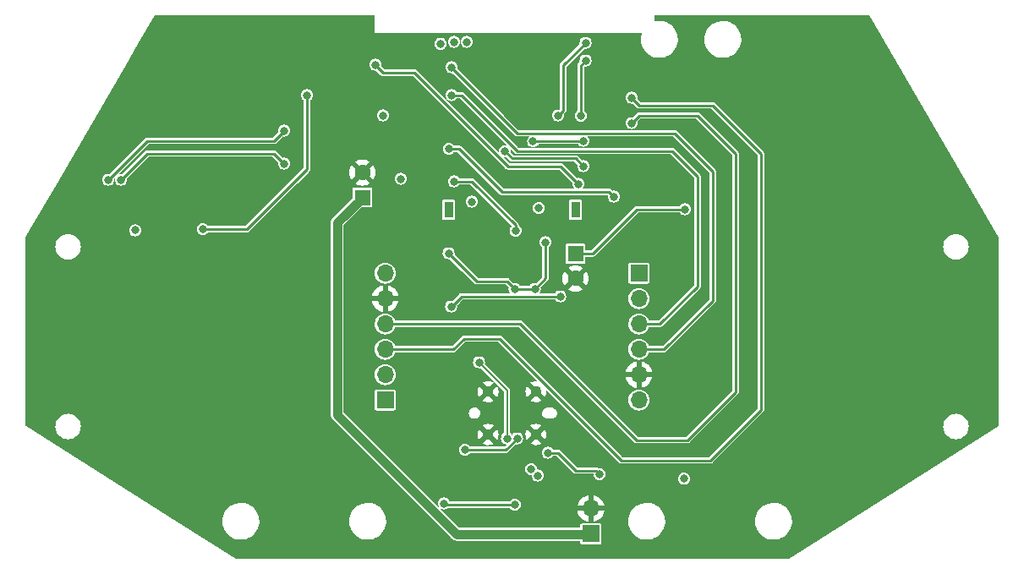
<source format=gbr>
%TF.GenerationSoftware,KiCad,Pcbnew,(6.0.9-0)*%
%TF.CreationDate,2023-03-14T17:35:55-07:00*%
%TF.ProjectId,MiniDusty,4d696e69-4475-4737-9479-2e6b69636164,rev?*%
%TF.SameCoordinates,Original*%
%TF.FileFunction,Copper,L4,Bot*%
%TF.FilePolarity,Positive*%
%FSLAX46Y46*%
G04 Gerber Fmt 4.6, Leading zero omitted, Abs format (unit mm)*
G04 Created by KiCad (PCBNEW (6.0.9-0)) date 2023-03-14 17:35:55*
%MOMM*%
%LPD*%
G01*
G04 APERTURE LIST*
%TA.AperFunction,ComponentPad*%
%ADD10R,1.700000X1.700000*%
%TD*%
%TA.AperFunction,ComponentPad*%
%ADD11O,1.700000X1.700000*%
%TD*%
%TA.AperFunction,ComponentPad*%
%ADD12C,0.600000*%
%TD*%
%TA.AperFunction,SMDPad,CuDef*%
%ADD13R,0.900000X1.600000*%
%TD*%
%TA.AperFunction,ComponentPad*%
%ADD14C,1.100000*%
%TD*%
%TA.AperFunction,ComponentPad*%
%ADD15R,1.600000X1.600000*%
%TD*%
%TA.AperFunction,ComponentPad*%
%ADD16C,1.600000*%
%TD*%
%TA.AperFunction,ViaPad*%
%ADD17C,0.800000*%
%TD*%
%TA.AperFunction,Conductor*%
%ADD18C,0.254000*%
%TD*%
%TA.AperFunction,Conductor*%
%ADD19C,0.889000*%
%TD*%
%TA.AperFunction,Conductor*%
%ADD20C,0.200000*%
%TD*%
G04 APERTURE END LIST*
D10*
%TO.P,J3,1,Pin_1*%
%TO.N,/M2OUT1*%
X128758000Y-112322000D03*
D11*
%TO.P,J3,2,Pin_2*%
%TO.N,+3V3*%
X128758000Y-109782000D03*
%TO.P,J3,3,Pin_3*%
%TO.N,/Motor2PhaseB*%
X128758000Y-107242000D03*
%TO.P,J3,4,Pin_4*%
%TO.N,/Motor2PhaseA*%
X128758000Y-104702000D03*
%TO.P,J3,5,Pin_5*%
%TO.N,GND*%
X128758000Y-102162000D03*
%TO.P,J3,6,Pin_6*%
%TO.N,/M2OUT2*%
X128758000Y-99622000D03*
%TD*%
D12*
%TO.P,U1,9*%
%TO.N,N/C*%
X135108000Y-92772000D03*
X135108000Y-93772000D03*
D13*
X135108000Y-93272000D03*
%TD*%
D14*
%TO.P,J4,S1,SHIELD*%
%TO.N,GND*%
X139058000Y-111476000D03*
X139058000Y-115776000D03*
X143858000Y-115776000D03*
X143858000Y-111476000D03*
%TD*%
D15*
%TO.P,C3,1*%
%TO.N,/+VBatt*%
X147808000Y-97654888D03*
D16*
%TO.P,C3,2*%
%TO.N,GND*%
X147808000Y-100154888D03*
%TD*%
D10*
%TO.P,J1,1,Pin_1*%
%TO.N,/+VBatt*%
X149352000Y-125721000D03*
D11*
%TO.P,J1,2,Pin_2*%
%TO.N,GND*%
X149352000Y-123181000D03*
%TD*%
D15*
%TO.P,C4,1*%
%TO.N,/+VBatt*%
X126472000Y-92036000D03*
D16*
%TO.P,C4,2*%
%TO.N,GND*%
X126472000Y-89536000D03*
%TD*%
D12*
%TO.P,U2,9*%
%TO.N,N/C*%
X147808000Y-93772000D03*
D13*
X147808000Y-93272000D03*
D12*
X147808000Y-92772000D03*
%TD*%
D10*
%TO.P,J2,1,Pin_1*%
%TO.N,/M1OUT1*%
X154158000Y-99622000D03*
D11*
%TO.P,J2,2,Pin_2*%
%TO.N,+3V3*%
X154158000Y-102162000D03*
%TO.P,J2,3,Pin_3*%
%TO.N,/Motor1PhaseB*%
X154158000Y-104702000D03*
%TO.P,J2,4,Pin_4*%
%TO.N,/Motor1PhaseA*%
X154158000Y-107242000D03*
%TO.P,J2,5,Pin_5*%
%TO.N,GND*%
X154158000Y-109782000D03*
%TO.P,J2,6,Pin_6*%
%TO.N,/M1OUT2*%
X154158000Y-112322000D03*
%TD*%
D17*
%TO.N,GND*%
X143911117Y-84745592D03*
X142116643Y-83763909D03*
X143203883Y-83763909D03*
X144196122Y-83774464D03*
X143298885Y-82824449D03*
X142190533Y-81832210D03*
X143235550Y-81842765D03*
X144206678Y-81832210D03*
X100076000Y-92710000D03*
X138952076Y-98864851D03*
X138430000Y-121412000D03*
X150114000Y-92202000D03*
X137828500Y-98825428D03*
X138430000Y-119380000D03*
X138430000Y-120396000D03*
%TO.N,Net-(C1-Pad2)*%
X120904000Y-81788000D03*
X110490000Y-95211000D03*
%TO.N,/+VBatt*%
X158750000Y-93218000D03*
%TO.N,+3V3*%
X137414000Y-92456000D03*
X134620000Y-122682000D03*
X130302000Y-90170000D03*
X135636000Y-76454000D03*
X144018000Y-119888000D03*
X158670646Y-120209896D03*
X134296000Y-76638000D03*
X141732000Y-122800000D03*
X128524000Y-83820000D03*
X144145000Y-93091000D03*
X103715000Y-95333000D03*
X136906000Y-76454000D03*
X143383000Y-119253000D03*
%TO.N,/D+*%
X140950000Y-116166000D03*
X138156000Y-108546000D03*
%TO.N,/USB3V3*%
X141712000Y-101180000D03*
X135108000Y-97624000D03*
X144780000Y-96520000D03*
X143744000Y-101180000D03*
%TO.N,/V_USB_BUS*%
X150217220Y-119737220D03*
X145034000Y-117602000D03*
%TO.N,Net-(D2-Pad2)*%
X127762000Y-78740000D03*
X148082000Y-90678000D03*
%TO.N,Net-(D5-Pad1)*%
X146284000Y-101942000D03*
X135362000Y-102958000D03*
%TO.N,Net-(J4-PadB5)*%
X136742000Y-117292000D03*
X141966000Y-116166000D03*
%TO.N,/SDA*%
X118618000Y-85344000D03*
X101028500Y-90257000D03*
%TO.N,/SCL*%
X151638000Y-91948000D03*
X118618000Y-88646000D03*
X135128000Y-87156000D03*
X102298500Y-90257000D03*
%TO.N,/TX*%
X143568166Y-86418166D03*
X148590000Y-86360000D03*
%TO.N,/RX*%
X148590000Y-88900000D03*
X140738983Y-87398983D03*
%TO.N,/MotorSleepEN*%
X135636000Y-90424000D03*
X141809879Y-95344710D03*
%TO.N,/Motor1EN*%
X148824000Y-78320000D03*
X148336000Y-83854000D03*
%TO.N,/Motor1Phase*%
X148824000Y-76542000D03*
X146050000Y-83820000D03*
%TO.N,/Motor1PhaseA*%
X135382000Y-78994000D03*
%TO.N,/Motor1PhaseB*%
X135382000Y-81788000D03*
%TO.N,/Motor2PhaseB*%
X153416000Y-82042000D03*
%TO.N,/Motor2PhaseA*%
X153416000Y-84582000D03*
%TD*%
D18*
%TO.N,Net-(C1-Pad2)*%
X110490000Y-95211000D02*
X114915000Y-95211000D01*
X114915000Y-95211000D02*
X120904000Y-89222000D01*
X120904000Y-89222000D02*
X120904000Y-81788000D01*
%TO.N,/+VBatt*%
X149521112Y-97654888D02*
X147808000Y-97654888D01*
D19*
X149352000Y-125721000D02*
X149309000Y-125764000D01*
X123952000Y-94556000D02*
X126472000Y-92036000D01*
X135924000Y-125764000D02*
X123952000Y-113792000D01*
X149309000Y-125764000D02*
X135924000Y-125764000D01*
X123952000Y-113792000D02*
X123952000Y-94556000D01*
D18*
X153958000Y-93218000D02*
X149521112Y-97654888D01*
X158750000Y-93218000D02*
X153958000Y-93218000D01*
%TO.N,+3V3*%
X134620000Y-122682000D02*
X134738000Y-122800000D01*
X134738000Y-122800000D02*
X141732000Y-122800000D01*
D20*
%TO.N,/D+*%
X138156000Y-108546000D02*
X140950000Y-111340000D01*
X140950000Y-111340000D02*
X140950000Y-116166000D01*
D18*
%TO.N,/USB3V3*%
X141712000Y-101180000D02*
X143744000Y-101180000D01*
X137902000Y-100418000D02*
X135108000Y-97624000D01*
X144780000Y-100144000D02*
X143744000Y-101180000D01*
X140950000Y-100418000D02*
X137902000Y-100418000D01*
X141712000Y-101180000D02*
X140950000Y-100418000D01*
X144780000Y-96520000D02*
X144780000Y-100144000D01*
%TO.N,/V_USB_BUS*%
X147828000Y-119380000D02*
X146050000Y-117602000D01*
X149860000Y-119380000D02*
X147828000Y-119380000D01*
X150217220Y-119737220D02*
X149860000Y-119380000D01*
X146050000Y-117602000D02*
X145034000Y-117602000D01*
%TO.N,Net-(D2-Pad2)*%
X148082000Y-90678000D02*
X146338000Y-88934000D01*
X146338000Y-88934000D02*
X141104052Y-88934000D01*
X131706052Y-79536000D02*
X128558000Y-79536000D01*
X141104052Y-88934000D02*
X131706052Y-79536000D01*
X128558000Y-79536000D02*
X127762000Y-78740000D01*
%TO.N,Net-(D5-Pad1)*%
X146284000Y-101942000D02*
X136378000Y-101942000D01*
X136378000Y-101942000D02*
X135362000Y-102958000D01*
%TO.N,Net-(J4-PadB5)*%
X141966000Y-116178134D02*
X141966000Y-116166000D01*
X140852134Y-117292000D02*
X141966000Y-116178134D01*
X136742000Y-117292000D02*
X140852134Y-117292000D01*
%TO.N,/SDA*%
X118618000Y-85344000D02*
X117602000Y-86360000D01*
X117602000Y-86360000D02*
X104925500Y-86360000D01*
X104925500Y-86360000D02*
X101028500Y-90257000D01*
%TO.N,/SCL*%
X136144000Y-87156000D02*
X135128000Y-87156000D01*
X117602000Y-87630000D02*
X104925500Y-87630000D01*
X104925500Y-87630000D02*
X102298500Y-90257000D01*
X151638000Y-91948000D02*
X151164000Y-91474000D01*
X151164000Y-91474000D02*
X140462000Y-91474000D01*
X118618000Y-88646000D02*
X117602000Y-87630000D01*
X140462000Y-91474000D02*
X136144000Y-87156000D01*
%TO.N,/TX*%
X143626332Y-86360000D02*
X148590000Y-86360000D01*
X143568166Y-86418166D02*
X143626332Y-86360000D01*
%TO.N,/RX*%
X140738983Y-87398983D02*
X141476275Y-88136275D01*
X147826275Y-88136275D02*
X148590000Y-88900000D01*
X141476275Y-88136275D02*
X147826275Y-88136275D01*
%TO.N,/MotorSleepEN*%
X141809879Y-94819879D02*
X137414000Y-90424000D01*
X137414000Y-90424000D02*
X135636000Y-90424000D01*
X141809879Y-95344710D02*
X141809879Y-94819879D01*
%TO.N,/Motor1EN*%
X148336000Y-83854000D02*
X148336000Y-78808000D01*
X148336000Y-78808000D02*
X148824000Y-78320000D01*
%TO.N,/Motor1Phase*%
X146558000Y-78808000D02*
X148824000Y-76542000D01*
X146050000Y-83820000D02*
X146558000Y-83312000D01*
X146558000Y-83312000D02*
X146558000Y-78808000D01*
%TO.N,/Motor1PhaseA*%
X141986000Y-85598000D02*
X135382000Y-78994000D01*
X161544000Y-102362000D02*
X161544000Y-89408000D01*
X154158000Y-107242000D02*
X156664000Y-107242000D01*
X156664000Y-107242000D02*
X161544000Y-102362000D01*
X161544000Y-89408000D02*
X157734000Y-85598000D01*
X157734000Y-85598000D02*
X141986000Y-85598000D01*
%TO.N,/Motor1PhaseB*%
X156264000Y-104702000D02*
X154158000Y-104702000D01*
X160020000Y-89916000D02*
X160020000Y-100946000D01*
X135382000Y-81788000D02*
X136398000Y-81788000D01*
X136398000Y-81788000D02*
X141986000Y-87376000D01*
X141986000Y-87376000D02*
X157480000Y-87376000D01*
X157480000Y-87376000D02*
X160020000Y-89916000D01*
X160020000Y-100946000D02*
X156264000Y-104702000D01*
%TO.N,/Motor2PhaseB*%
X161290000Y-118364000D02*
X152400000Y-118364000D01*
X135582000Y-107242000D02*
X128758000Y-107242000D01*
X153416000Y-82042000D02*
X154178000Y-82804000D01*
X161544000Y-82804000D02*
X166370000Y-87630000D01*
X154178000Y-82804000D02*
X161544000Y-82804000D01*
X152400000Y-118364000D02*
X140208000Y-106172000D01*
X136652000Y-106172000D02*
X135582000Y-107242000D01*
X166370000Y-87630000D02*
X166370000Y-113284000D01*
X140208000Y-106172000D02*
X136652000Y-106172000D01*
X166370000Y-113284000D02*
X161290000Y-118364000D01*
%TO.N,/Motor2PhaseA*%
X153924000Y-116332000D02*
X142294000Y-104702000D01*
X163830000Y-87630000D02*
X163830000Y-111506000D01*
X160020000Y-83820000D02*
X163830000Y-87630000D01*
X159004000Y-116332000D02*
X153924000Y-116332000D01*
X153416000Y-84582000D02*
X154178000Y-83820000D01*
X163830000Y-111506000D02*
X159004000Y-116332000D01*
X154178000Y-83820000D02*
X160020000Y-83820000D01*
X142294000Y-104702000D02*
X128758000Y-104702000D01*
%TD*%
%TA.AperFunction,Conductor*%
%TO.N,GND*%
G36*
X127708573Y-73747927D02*
G01*
X127712000Y-73756200D01*
X127712000Y-75538000D01*
X154464652Y-75538000D01*
X154472925Y-75541427D01*
X154476352Y-75549700D01*
X154475684Y-75553596D01*
X154420312Y-75710397D01*
X154420230Y-75710811D01*
X154420229Y-75710816D01*
X154384800Y-75890569D01*
X154368380Y-75973878D01*
X154368360Y-75974288D01*
X154368359Y-75974293D01*
X154365799Y-76025718D01*
X154355028Y-76242095D01*
X154355068Y-76242513D01*
X154355068Y-76242518D01*
X154372625Y-76426533D01*
X154380534Y-76509431D01*
X154380635Y-76509843D01*
X154380635Y-76509844D01*
X154388689Y-76542760D01*
X154444364Y-76770285D01*
X154444522Y-76770675D01*
X154528715Y-76978536D01*
X154545182Y-77019192D01*
X154680875Y-77250938D01*
X154681139Y-77251268D01*
X154681141Y-77251271D01*
X154798419Y-77397920D01*
X154848601Y-77460669D01*
X155044846Y-77643991D01*
X155265499Y-77797064D01*
X155265876Y-77797251D01*
X155265875Y-77797251D01*
X155505557Y-77916491D01*
X155505563Y-77916494D01*
X155505938Y-77916680D01*
X155506335Y-77916810D01*
X155506337Y-77916811D01*
X155760725Y-78000204D01*
X155760731Y-78000205D01*
X155761126Y-78000335D01*
X155761535Y-78000406D01*
X155761539Y-78000407D01*
X155966804Y-78036047D01*
X156025717Y-78046276D01*
X156059349Y-78047950D01*
X156110421Y-78050493D01*
X156110431Y-78050493D01*
X156110567Y-78050500D01*
X156278223Y-78050500D01*
X156278424Y-78050485D01*
X156278436Y-78050485D01*
X156434005Y-78039197D01*
X156477846Y-78036016D01*
X156478260Y-78035925D01*
X156478264Y-78035924D01*
X156739665Y-77978212D01*
X156739670Y-77978211D01*
X156740080Y-77978120D01*
X156991211Y-77882975D01*
X157225976Y-77752574D01*
X157439458Y-77589650D01*
X157627185Y-77397614D01*
X157785225Y-77180491D01*
X157910265Y-76942828D01*
X157999688Y-76689603D01*
X158003153Y-76672026D01*
X158051539Y-76426533D01*
X158051620Y-76426122D01*
X158053618Y-76386000D01*
X158060781Y-76242095D01*
X160705028Y-76242095D01*
X160705068Y-76242513D01*
X160705068Y-76242518D01*
X160722625Y-76426533D01*
X160730534Y-76509431D01*
X160730635Y-76509843D01*
X160730635Y-76509844D01*
X160738689Y-76542760D01*
X160794364Y-76770285D01*
X160794522Y-76770675D01*
X160878715Y-76978536D01*
X160895182Y-77019192D01*
X161030875Y-77250938D01*
X161031139Y-77251268D01*
X161031141Y-77251271D01*
X161148419Y-77397920D01*
X161198601Y-77460669D01*
X161394846Y-77643991D01*
X161615499Y-77797064D01*
X161615876Y-77797251D01*
X161615875Y-77797251D01*
X161855557Y-77916491D01*
X161855563Y-77916494D01*
X161855938Y-77916680D01*
X161856335Y-77916810D01*
X161856337Y-77916811D01*
X162110725Y-78000204D01*
X162110731Y-78000205D01*
X162111126Y-78000335D01*
X162111535Y-78000406D01*
X162111539Y-78000407D01*
X162316804Y-78036047D01*
X162375717Y-78046276D01*
X162409349Y-78047950D01*
X162460421Y-78050493D01*
X162460431Y-78050493D01*
X162460567Y-78050500D01*
X162628223Y-78050500D01*
X162628424Y-78050485D01*
X162628436Y-78050485D01*
X162784005Y-78039197D01*
X162827846Y-78036016D01*
X162828260Y-78035925D01*
X162828264Y-78035924D01*
X163089665Y-77978212D01*
X163089670Y-77978211D01*
X163090080Y-77978120D01*
X163341211Y-77882975D01*
X163575976Y-77752574D01*
X163789458Y-77589650D01*
X163977185Y-77397614D01*
X164135225Y-77180491D01*
X164260265Y-76942828D01*
X164349688Y-76689603D01*
X164353153Y-76672026D01*
X164401539Y-76426533D01*
X164401620Y-76426122D01*
X164403618Y-76386000D01*
X164414951Y-76158325D01*
X164414972Y-76157905D01*
X164414329Y-76151159D01*
X164389507Y-75890996D01*
X164389506Y-75890992D01*
X164389466Y-75890569D01*
X164325636Y-75629715D01*
X164294805Y-75553596D01*
X164224975Y-75381195D01*
X164224974Y-75381192D01*
X164224818Y-75380808D01*
X164089125Y-75149062D01*
X163972105Y-75002735D01*
X163921668Y-74939667D01*
X163921666Y-74939665D01*
X163921399Y-74939331D01*
X163725154Y-74756009D01*
X163504501Y-74602936D01*
X163481655Y-74591570D01*
X163264443Y-74483509D01*
X163264437Y-74483506D01*
X163264062Y-74483320D01*
X163263665Y-74483190D01*
X163263663Y-74483189D01*
X163009275Y-74399796D01*
X163009269Y-74399795D01*
X163008874Y-74399665D01*
X163008465Y-74399594D01*
X163008461Y-74399593D01*
X162744623Y-74353783D01*
X162744622Y-74353783D01*
X162744283Y-74353724D01*
X162710651Y-74352050D01*
X162659579Y-74349507D01*
X162659569Y-74349507D01*
X162659433Y-74349500D01*
X162491777Y-74349500D01*
X162491576Y-74349515D01*
X162491564Y-74349515D01*
X162335995Y-74360803D01*
X162292154Y-74363984D01*
X162291740Y-74364075D01*
X162291736Y-74364076D01*
X162030335Y-74421788D01*
X162030330Y-74421789D01*
X162029920Y-74421880D01*
X161778789Y-74517025D01*
X161544024Y-74647426D01*
X161330542Y-74810350D01*
X161142815Y-75002386D01*
X160984775Y-75219509D01*
X160859735Y-75457172D01*
X160770312Y-75710397D01*
X160770230Y-75710811D01*
X160770229Y-75710816D01*
X160734800Y-75890569D01*
X160718380Y-75973878D01*
X160718360Y-75974288D01*
X160718359Y-75974293D01*
X160715799Y-76025718D01*
X160705028Y-76242095D01*
X158060781Y-76242095D01*
X158064951Y-76158325D01*
X158064972Y-76157905D01*
X158064329Y-76151159D01*
X158039507Y-75890996D01*
X158039506Y-75890992D01*
X158039466Y-75890569D01*
X157975636Y-75629715D01*
X157944805Y-75553596D01*
X157874975Y-75381195D01*
X157874974Y-75381192D01*
X157874818Y-75380808D01*
X157739125Y-75149062D01*
X157622105Y-75002735D01*
X157571668Y-74939667D01*
X157571666Y-74939665D01*
X157571399Y-74939331D01*
X157375154Y-74756009D01*
X157154501Y-74602936D01*
X157131655Y-74591570D01*
X156914443Y-74483509D01*
X156914437Y-74483506D01*
X156914062Y-74483320D01*
X156913665Y-74483190D01*
X156913663Y-74483189D01*
X156659275Y-74399796D01*
X156659269Y-74399795D01*
X156658874Y-74399665D01*
X156658465Y-74399594D01*
X156658461Y-74399593D01*
X156394623Y-74353783D01*
X156394622Y-74353783D01*
X156394283Y-74353724D01*
X156360651Y-74352050D01*
X156309579Y-74349507D01*
X156309569Y-74349507D01*
X156309433Y-74349500D01*
X156141777Y-74349500D01*
X156141576Y-74349515D01*
X156141564Y-74349515D01*
X155985995Y-74360803D01*
X155942154Y-74363984D01*
X155941740Y-74364075D01*
X155941736Y-74364076D01*
X155726222Y-74411657D01*
X155717405Y-74410094D01*
X155712275Y-74402754D01*
X155712000Y-74400232D01*
X155712000Y-73756200D01*
X155715427Y-73747927D01*
X155723700Y-73744500D01*
X177256157Y-73744500D01*
X177264430Y-73747927D01*
X177266280Y-73750333D01*
X190193923Y-96056855D01*
X190195500Y-96062722D01*
X190195500Y-114934746D01*
X190192073Y-114943019D01*
X190190055Y-114944633D01*
X171492341Y-126771500D01*
X169152234Y-128251688D01*
X169145980Y-128253500D01*
X113810020Y-128253500D01*
X113803766Y-128251688D01*
X107875838Y-124502095D01*
X112445028Y-124502095D01*
X112445068Y-124502513D01*
X112445068Y-124502518D01*
X112462625Y-124686533D01*
X112470534Y-124769431D01*
X112534364Y-125030285D01*
X112534522Y-125030675D01*
X112604086Y-125202419D01*
X112635182Y-125279192D01*
X112770875Y-125510938D01*
X112771139Y-125511268D01*
X112771141Y-125511271D01*
X112888419Y-125657920D01*
X112938601Y-125720669D01*
X113134846Y-125903991D01*
X113355499Y-126057064D01*
X113355876Y-126057251D01*
X113355875Y-126057251D01*
X113595557Y-126176491D01*
X113595563Y-126176494D01*
X113595938Y-126176680D01*
X113596335Y-126176810D01*
X113596337Y-126176811D01*
X113850725Y-126260204D01*
X113850731Y-126260205D01*
X113851126Y-126260335D01*
X113851535Y-126260406D01*
X113851539Y-126260407D01*
X114110240Y-126305325D01*
X114115717Y-126306276D01*
X114149349Y-126307950D01*
X114200421Y-126310493D01*
X114200431Y-126310493D01*
X114200567Y-126310500D01*
X114368223Y-126310500D01*
X114368424Y-126310485D01*
X114368436Y-126310485D01*
X114524005Y-126299197D01*
X114567846Y-126296016D01*
X114568260Y-126295925D01*
X114568264Y-126295924D01*
X114829665Y-126238212D01*
X114829670Y-126238211D01*
X114830080Y-126238120D01*
X115081211Y-126142975D01*
X115315976Y-126012574D01*
X115529458Y-125849650D01*
X115717185Y-125657614D01*
X115875225Y-125440491D01*
X116000265Y-125202828D01*
X116089688Y-124949603D01*
X116125119Y-124769844D01*
X116141539Y-124686533D01*
X116141620Y-124686122D01*
X116150042Y-124516950D01*
X116150781Y-124502095D01*
X125145028Y-124502095D01*
X125145068Y-124502513D01*
X125145068Y-124502518D01*
X125162625Y-124686533D01*
X125170534Y-124769431D01*
X125234364Y-125030285D01*
X125234522Y-125030675D01*
X125304086Y-125202419D01*
X125335182Y-125279192D01*
X125470875Y-125510938D01*
X125471139Y-125511268D01*
X125471141Y-125511271D01*
X125588419Y-125657920D01*
X125638601Y-125720669D01*
X125834846Y-125903991D01*
X126055499Y-126057064D01*
X126055876Y-126057251D01*
X126055875Y-126057251D01*
X126295557Y-126176491D01*
X126295563Y-126176494D01*
X126295938Y-126176680D01*
X126296335Y-126176810D01*
X126296337Y-126176811D01*
X126550725Y-126260204D01*
X126550731Y-126260205D01*
X126551126Y-126260335D01*
X126551535Y-126260406D01*
X126551539Y-126260407D01*
X126810240Y-126305325D01*
X126815717Y-126306276D01*
X126849349Y-126307950D01*
X126900421Y-126310493D01*
X126900431Y-126310493D01*
X126900567Y-126310500D01*
X127068223Y-126310500D01*
X127068424Y-126310485D01*
X127068436Y-126310485D01*
X127224005Y-126299197D01*
X127267846Y-126296016D01*
X127268260Y-126295925D01*
X127268264Y-126295924D01*
X127529665Y-126238212D01*
X127529670Y-126238211D01*
X127530080Y-126238120D01*
X127781211Y-126142975D01*
X128015976Y-126012574D01*
X128229458Y-125849650D01*
X128417185Y-125657614D01*
X128575225Y-125440491D01*
X128700265Y-125202828D01*
X128789688Y-124949603D01*
X128825119Y-124769844D01*
X128841539Y-124686533D01*
X128841620Y-124686122D01*
X128850042Y-124516950D01*
X128854951Y-124418325D01*
X128854972Y-124417905D01*
X128854185Y-124409648D01*
X128829507Y-124150996D01*
X128829506Y-124150992D01*
X128829466Y-124150569D01*
X128765636Y-123889715D01*
X128727249Y-123794942D01*
X128664975Y-123641195D01*
X128664974Y-123641192D01*
X128664818Y-123640808D01*
X128529125Y-123409062D01*
X128509998Y-123385144D01*
X128361668Y-123199667D01*
X128361666Y-123199665D01*
X128361399Y-123199331D01*
X128165154Y-123016009D01*
X127944501Y-122862936D01*
X127895909Y-122838762D01*
X127704443Y-122743509D01*
X127704437Y-122743506D01*
X127704062Y-122743320D01*
X127703665Y-122743190D01*
X127703663Y-122743189D01*
X127449275Y-122659796D01*
X127449269Y-122659795D01*
X127448874Y-122659665D01*
X127448465Y-122659594D01*
X127448461Y-122659593D01*
X127184623Y-122613783D01*
X127184622Y-122613783D01*
X127184283Y-122613724D01*
X127150651Y-122612050D01*
X127099579Y-122609507D01*
X127099569Y-122609507D01*
X127099433Y-122609500D01*
X126931777Y-122609500D01*
X126931576Y-122609515D01*
X126931564Y-122609515D01*
X126775995Y-122620803D01*
X126732154Y-122623984D01*
X126731740Y-122624075D01*
X126731736Y-122624076D01*
X126470335Y-122681788D01*
X126470330Y-122681789D01*
X126469920Y-122681880D01*
X126218789Y-122777025D01*
X125984024Y-122907426D01*
X125770542Y-123070350D01*
X125582815Y-123262386D01*
X125424775Y-123479509D01*
X125299735Y-123717172D01*
X125210312Y-123970397D01*
X125210230Y-123970811D01*
X125210229Y-123970816D01*
X125173950Y-124154883D01*
X125158380Y-124233878D01*
X125145028Y-124502095D01*
X116150781Y-124502095D01*
X116154951Y-124418325D01*
X116154972Y-124417905D01*
X116154185Y-124409648D01*
X116129507Y-124150996D01*
X116129506Y-124150992D01*
X116129466Y-124150569D01*
X116065636Y-123889715D01*
X116027249Y-123794942D01*
X115964975Y-123641195D01*
X115964974Y-123641192D01*
X115964818Y-123640808D01*
X115829125Y-123409062D01*
X115809998Y-123385144D01*
X115661668Y-123199667D01*
X115661666Y-123199665D01*
X115661399Y-123199331D01*
X115465154Y-123016009D01*
X115244501Y-122862936D01*
X115195909Y-122838762D01*
X115004443Y-122743509D01*
X115004437Y-122743506D01*
X115004062Y-122743320D01*
X115003665Y-122743190D01*
X115003663Y-122743189D01*
X114749275Y-122659796D01*
X114749269Y-122659795D01*
X114748874Y-122659665D01*
X114748465Y-122659594D01*
X114748461Y-122659593D01*
X114484623Y-122613783D01*
X114484622Y-122613783D01*
X114484283Y-122613724D01*
X114450651Y-122612050D01*
X114399579Y-122609507D01*
X114399569Y-122609507D01*
X114399433Y-122609500D01*
X114231777Y-122609500D01*
X114231576Y-122609515D01*
X114231564Y-122609515D01*
X114075995Y-122620803D01*
X114032154Y-122623984D01*
X114031740Y-122624075D01*
X114031736Y-122624076D01*
X113770335Y-122681788D01*
X113770330Y-122681789D01*
X113769920Y-122681880D01*
X113518789Y-122777025D01*
X113284024Y-122907426D01*
X113070542Y-123070350D01*
X112882815Y-123262386D01*
X112724775Y-123479509D01*
X112599735Y-123717172D01*
X112510312Y-123970397D01*
X112510230Y-123970811D01*
X112510229Y-123970816D01*
X112473950Y-124154883D01*
X112458380Y-124233878D01*
X112445028Y-124502095D01*
X107875838Y-124502095D01*
X92809212Y-114972000D01*
X95733450Y-114972000D01*
X95752813Y-115193323D01*
X95752944Y-115193813D01*
X95752945Y-115193817D01*
X95800536Y-115371428D01*
X95810315Y-115407922D01*
X95810530Y-115408382D01*
X95810531Y-115408386D01*
X95828702Y-115447353D01*
X95904207Y-115609275D01*
X96031638Y-115791265D01*
X96188735Y-115948362D01*
X96370725Y-116075793D01*
X96387253Y-116083500D01*
X96571614Y-116169469D01*
X96571618Y-116169470D01*
X96572078Y-116169685D01*
X96572574Y-116169818D01*
X96572577Y-116169819D01*
X96786183Y-116227055D01*
X96786187Y-116227056D01*
X96786677Y-116227187D01*
X96787181Y-116227231D01*
X96787186Y-116227232D01*
X97007486Y-116246505D01*
X97008000Y-116246550D01*
X97008514Y-116246505D01*
X97228814Y-116227232D01*
X97228819Y-116227231D01*
X97229323Y-116227187D01*
X97229813Y-116227056D01*
X97229817Y-116227055D01*
X97443423Y-116169819D01*
X97443426Y-116169818D01*
X97443922Y-116169685D01*
X97444382Y-116169470D01*
X97444386Y-116169469D01*
X97628747Y-116083500D01*
X97645275Y-116075793D01*
X97827265Y-115948362D01*
X97984362Y-115791265D01*
X98111793Y-115609275D01*
X98187298Y-115447353D01*
X98205469Y-115408386D01*
X98205470Y-115408382D01*
X98205685Y-115407922D01*
X98215464Y-115371428D01*
X98263055Y-115193817D01*
X98263056Y-115193813D01*
X98263187Y-115193323D01*
X98282550Y-114972000D01*
X98280015Y-114943019D01*
X98263232Y-114751186D01*
X98263231Y-114751181D01*
X98263187Y-114750677D01*
X98258092Y-114731660D01*
X98205819Y-114536577D01*
X98205818Y-114536574D01*
X98205685Y-114536078D01*
X98200407Y-114524758D01*
X98112010Y-114335191D01*
X98111793Y-114334725D01*
X97984362Y-114152735D01*
X97827265Y-113995638D01*
X97680629Y-113892962D01*
X97645698Y-113868503D01*
X97645696Y-113868502D01*
X97645275Y-113868207D01*
X97510636Y-113805424D01*
X97444386Y-113774531D01*
X97444382Y-113774530D01*
X97443922Y-113774315D01*
X97443426Y-113774182D01*
X97443423Y-113774181D01*
X97229817Y-113716945D01*
X97229813Y-113716944D01*
X97229323Y-113716813D01*
X97228819Y-113716769D01*
X97228814Y-113716768D01*
X97008514Y-113697495D01*
X97008000Y-113697450D01*
X97007486Y-113697495D01*
X96787186Y-113716768D01*
X96787181Y-113716769D01*
X96786677Y-113716813D01*
X96786187Y-113716944D01*
X96786183Y-113716945D01*
X96572577Y-113774181D01*
X96572574Y-113774182D01*
X96572078Y-113774315D01*
X96571618Y-113774530D01*
X96571614Y-113774531D01*
X96505364Y-113805424D01*
X96370725Y-113868207D01*
X96370304Y-113868502D01*
X96370302Y-113868503D01*
X96335371Y-113892962D01*
X96188735Y-113995638D01*
X96031638Y-114152735D01*
X95904207Y-114334725D01*
X95903990Y-114335191D01*
X95815594Y-114524758D01*
X95810315Y-114536078D01*
X95810182Y-114536574D01*
X95810181Y-114536577D01*
X95757909Y-114731660D01*
X95752813Y-114750677D01*
X95752769Y-114751181D01*
X95752768Y-114751186D01*
X95742467Y-114868940D01*
X95736127Y-114941407D01*
X95733450Y-114972000D01*
X92809212Y-114972000D01*
X92765946Y-114944633D01*
X92760786Y-114937314D01*
X92760500Y-114934745D01*
X92760500Y-96972000D01*
X95733450Y-96972000D01*
X95733495Y-96972514D01*
X95744643Y-97099935D01*
X95752813Y-97193323D01*
X95752944Y-97193813D01*
X95752945Y-97193817D01*
X95788736Y-97327388D01*
X95810315Y-97407922D01*
X95904207Y-97609275D01*
X95904502Y-97609696D01*
X95904503Y-97609698D01*
X95915050Y-97624760D01*
X96031638Y-97791265D01*
X96188735Y-97948362D01*
X96370725Y-98075793D01*
X96387253Y-98083500D01*
X96571614Y-98169469D01*
X96571618Y-98169470D01*
X96572078Y-98169685D01*
X96572574Y-98169818D01*
X96572577Y-98169819D01*
X96786183Y-98227055D01*
X96786187Y-98227056D01*
X96786677Y-98227187D01*
X96787181Y-98227231D01*
X96787186Y-98227232D01*
X97007486Y-98246505D01*
X97008000Y-98246550D01*
X97008514Y-98246505D01*
X97228814Y-98227232D01*
X97228819Y-98227231D01*
X97229323Y-98227187D01*
X97229813Y-98227056D01*
X97229817Y-98227055D01*
X97443423Y-98169819D01*
X97443426Y-98169818D01*
X97443922Y-98169685D01*
X97444382Y-98169470D01*
X97444386Y-98169469D01*
X97628747Y-98083500D01*
X97645275Y-98075793D01*
X97827265Y-97948362D01*
X97984362Y-97791265D01*
X98100950Y-97624760D01*
X98111497Y-97609698D01*
X98111498Y-97609696D01*
X98111793Y-97609275D01*
X98205685Y-97407922D01*
X98227264Y-97327388D01*
X98263055Y-97193817D01*
X98263056Y-97193813D01*
X98263187Y-97193323D01*
X98271358Y-97099935D01*
X98282505Y-96972514D01*
X98282550Y-96972000D01*
X98280422Y-96947673D01*
X98263232Y-96751186D01*
X98263231Y-96751181D01*
X98263187Y-96750677D01*
X98257383Y-96729014D01*
X98205819Y-96536577D01*
X98205818Y-96536574D01*
X98205685Y-96536078D01*
X98200407Y-96524758D01*
X98112010Y-96335191D01*
X98111793Y-96334725D01*
X97984362Y-96152735D01*
X97827265Y-95995638D01*
X97645275Y-95868207D01*
X97490735Y-95796144D01*
X97444386Y-95774531D01*
X97444382Y-95774530D01*
X97443922Y-95774315D01*
X97443426Y-95774182D01*
X97443423Y-95774181D01*
X97229817Y-95716945D01*
X97229813Y-95716944D01*
X97229323Y-95716813D01*
X97228819Y-95716769D01*
X97228814Y-95716768D01*
X97008514Y-95697495D01*
X97008000Y-95697450D01*
X97007486Y-95697495D01*
X96787186Y-95716768D01*
X96787181Y-95716769D01*
X96786677Y-95716813D01*
X96786187Y-95716944D01*
X96786183Y-95716945D01*
X96572577Y-95774181D01*
X96572574Y-95774182D01*
X96572078Y-95774315D01*
X96571618Y-95774530D01*
X96571614Y-95774531D01*
X96525265Y-95796144D01*
X96370725Y-95868207D01*
X96188735Y-95995638D01*
X96031638Y-96152735D01*
X95904207Y-96334725D01*
X95903990Y-96335191D01*
X95815594Y-96524758D01*
X95810315Y-96536078D01*
X95810182Y-96536574D01*
X95810181Y-96536577D01*
X95758618Y-96729014D01*
X95752813Y-96750677D01*
X95752769Y-96751181D01*
X95752768Y-96751186D01*
X95745373Y-96835720D01*
X95736127Y-96941407D01*
X95733450Y-96972000D01*
X92760500Y-96972000D01*
X92760500Y-96062722D01*
X92762077Y-96056855D01*
X93181584Y-95333000D01*
X103109318Y-95333000D01*
X103129956Y-95489762D01*
X103190464Y-95635841D01*
X103190935Y-95636454D01*
X103190935Y-95636455D01*
X103237738Y-95697450D01*
X103286718Y-95761282D01*
X103328507Y-95793348D01*
X103404198Y-95851427D01*
X103412159Y-95857536D01*
X103558238Y-95918044D01*
X103715000Y-95938682D01*
X103871762Y-95918044D01*
X104017841Y-95857536D01*
X104025803Y-95851427D01*
X104101493Y-95793348D01*
X104143282Y-95761282D01*
X104192262Y-95697450D01*
X104239065Y-95636455D01*
X104239065Y-95636454D01*
X104239536Y-95635841D01*
X104300044Y-95489762D01*
X104320682Y-95333000D01*
X104304620Y-95211000D01*
X109884318Y-95211000D01*
X109904956Y-95367762D01*
X109965464Y-95513841D01*
X109965935Y-95514454D01*
X109965935Y-95514455D01*
X110029652Y-95597493D01*
X110061718Y-95639282D01*
X110187159Y-95735536D01*
X110333238Y-95796044D01*
X110490000Y-95816682D01*
X110646762Y-95796044D01*
X110792841Y-95735536D01*
X110918282Y-95639282D01*
X110920923Y-95635841D01*
X110992103Y-95543077D01*
X110999858Y-95538600D01*
X111001385Y-95538500D01*
X114900197Y-95538500D01*
X114901218Y-95538545D01*
X114943984Y-95542287D01*
X114944977Y-95542021D01*
X114985456Y-95531175D01*
X114986452Y-95530954D01*
X115027731Y-95523675D01*
X115027732Y-95523675D01*
X115028739Y-95523497D01*
X115029628Y-95522984D01*
X115040080Y-95516950D01*
X115042899Y-95515782D01*
X115055543Y-95512394D01*
X115056380Y-95511808D01*
X115056382Y-95511807D01*
X115090707Y-95487772D01*
X115091568Y-95487224D01*
X115127873Y-95466263D01*
X115127876Y-95466260D01*
X115128760Y-95465750D01*
X115129414Y-95464971D01*
X115129416Y-95464969D01*
X115156368Y-95432848D01*
X115157058Y-95432096D01*
X116053575Y-94535579D01*
X123302195Y-94535579D01*
X123302264Y-94536309D01*
X123302264Y-94536310D01*
X123306948Y-94585862D01*
X123307000Y-94586963D01*
X123307000Y-113719502D01*
X123306718Y-113722053D01*
X123304759Y-113730818D01*
X123304782Y-113731554D01*
X123304782Y-113731555D01*
X123306994Y-113801934D01*
X123307000Y-113802302D01*
X123307000Y-113832576D01*
X123307045Y-113832929D01*
X123307045Y-113832936D01*
X123308206Y-113842118D01*
X123308291Y-113843208D01*
X123309878Y-113893702D01*
X123310085Y-113894413D01*
X123318191Y-113922315D01*
X123318564Y-113924112D01*
X123322299Y-113953680D01*
X123322570Y-113954365D01*
X123322571Y-113954368D01*
X123340894Y-114000647D01*
X123341251Y-114001690D01*
X123355344Y-114050197D01*
X123355717Y-114050827D01*
X123355717Y-114050828D01*
X123370515Y-114075850D01*
X123371321Y-114077498D01*
X123382290Y-114105201D01*
X123382727Y-114105802D01*
X123411977Y-114146061D01*
X123412583Y-114146982D01*
X123415985Y-114152735D01*
X123438300Y-114190467D01*
X123459372Y-114211539D01*
X123460564Y-114212935D01*
X123478079Y-114237042D01*
X123478646Y-114237511D01*
X123517002Y-114269242D01*
X123517817Y-114269984D01*
X135416650Y-126168818D01*
X135418256Y-126170822D01*
X135423069Y-126178406D01*
X135423606Y-126178910D01*
X135474936Y-126227112D01*
X135475200Y-126227368D01*
X135496608Y-126248776D01*
X135496888Y-126248993D01*
X135496890Y-126248995D01*
X135504209Y-126254672D01*
X135505043Y-126255384D01*
X135541866Y-126289963D01*
X135552877Y-126296016D01*
X135567976Y-126304317D01*
X135569510Y-126305325D01*
X135592478Y-126323141D01*
X135592482Y-126323143D01*
X135593059Y-126323591D01*
X135616593Y-126333775D01*
X135639427Y-126343657D01*
X135640416Y-126344142D01*
X135684673Y-126368472D01*
X135685388Y-126368656D01*
X135685389Y-126368656D01*
X135713527Y-126375881D01*
X135715263Y-126376475D01*
X135741943Y-126388020D01*
X135741946Y-126388021D01*
X135742621Y-126388313D01*
X135792522Y-126396216D01*
X135793596Y-126396438D01*
X135842518Y-126409000D01*
X135872320Y-126409000D01*
X135874150Y-126409144D01*
X135903580Y-126413805D01*
X135904310Y-126413736D01*
X135904311Y-126413736D01*
X135953863Y-126409052D01*
X135954964Y-126409000D01*
X148289800Y-126409000D01*
X148298073Y-126412427D01*
X148301500Y-126420700D01*
X148301500Y-126590748D01*
X148313133Y-126649231D01*
X148357448Y-126715552D01*
X148423769Y-126759867D01*
X148424898Y-126760092D01*
X148424899Y-126760092D01*
X148481683Y-126771387D01*
X148481685Y-126771387D01*
X148482252Y-126771500D01*
X150221748Y-126771500D01*
X150222315Y-126771387D01*
X150222317Y-126771387D01*
X150279101Y-126760092D01*
X150279102Y-126760092D01*
X150280231Y-126759867D01*
X150346552Y-126715552D01*
X150390867Y-126649231D01*
X150402500Y-126590748D01*
X150402500Y-124851252D01*
X150390867Y-124792769D01*
X150374988Y-124769004D01*
X150347192Y-124727406D01*
X150346552Y-124726448D01*
X150280231Y-124682133D01*
X150279102Y-124681908D01*
X150279101Y-124681908D01*
X150222317Y-124670613D01*
X150222315Y-124670613D01*
X150221748Y-124670500D01*
X148482252Y-124670500D01*
X148481685Y-124670613D01*
X148481683Y-124670613D01*
X148424899Y-124681908D01*
X148424898Y-124681908D01*
X148423769Y-124682133D01*
X148357448Y-124726448D01*
X148356808Y-124727406D01*
X148329013Y-124769004D01*
X148313133Y-124792769D01*
X148301500Y-124851252D01*
X148301500Y-125107300D01*
X148298073Y-125115573D01*
X148289800Y-125119000D01*
X136196014Y-125119000D01*
X136187741Y-125115573D01*
X135587473Y-124515305D01*
X149606000Y-124515305D01*
X149606682Y-124516950D01*
X149607777Y-124517404D01*
X149634837Y-124513938D01*
X149635767Y-124513740D01*
X149674582Y-124502095D01*
X153085028Y-124502095D01*
X153085068Y-124502513D01*
X153085068Y-124502518D01*
X153102625Y-124686533D01*
X153110534Y-124769431D01*
X153174364Y-125030285D01*
X153174522Y-125030675D01*
X153244086Y-125202419D01*
X153275182Y-125279192D01*
X153410875Y-125510938D01*
X153411139Y-125511268D01*
X153411141Y-125511271D01*
X153528419Y-125657920D01*
X153578601Y-125720669D01*
X153774846Y-125903991D01*
X153995499Y-126057064D01*
X153995876Y-126057251D01*
X153995875Y-126057251D01*
X154235557Y-126176491D01*
X154235563Y-126176494D01*
X154235938Y-126176680D01*
X154236335Y-126176810D01*
X154236337Y-126176811D01*
X154490725Y-126260204D01*
X154490731Y-126260205D01*
X154491126Y-126260335D01*
X154491535Y-126260406D01*
X154491539Y-126260407D01*
X154750240Y-126305325D01*
X154755717Y-126306276D01*
X154789349Y-126307950D01*
X154840421Y-126310493D01*
X154840431Y-126310493D01*
X154840567Y-126310500D01*
X155008223Y-126310500D01*
X155008424Y-126310485D01*
X155008436Y-126310485D01*
X155164005Y-126299197D01*
X155207846Y-126296016D01*
X155208260Y-126295925D01*
X155208264Y-126295924D01*
X155469665Y-126238212D01*
X155469670Y-126238211D01*
X155470080Y-126238120D01*
X155721211Y-126142975D01*
X155955976Y-126012574D01*
X156169458Y-125849650D01*
X156357185Y-125657614D01*
X156515225Y-125440491D01*
X156640265Y-125202828D01*
X156729688Y-124949603D01*
X156765119Y-124769844D01*
X156781539Y-124686533D01*
X156781620Y-124686122D01*
X156790042Y-124516950D01*
X156790781Y-124502095D01*
X165785028Y-124502095D01*
X165785068Y-124502513D01*
X165785068Y-124502518D01*
X165802625Y-124686533D01*
X165810534Y-124769431D01*
X165874364Y-125030285D01*
X165874522Y-125030675D01*
X165944086Y-125202419D01*
X165975182Y-125279192D01*
X166110875Y-125510938D01*
X166111139Y-125511268D01*
X166111141Y-125511271D01*
X166228419Y-125657920D01*
X166278601Y-125720669D01*
X166474846Y-125903991D01*
X166695499Y-126057064D01*
X166695876Y-126057251D01*
X166695875Y-126057251D01*
X166935557Y-126176491D01*
X166935563Y-126176494D01*
X166935938Y-126176680D01*
X166936335Y-126176810D01*
X166936337Y-126176811D01*
X167190725Y-126260204D01*
X167190731Y-126260205D01*
X167191126Y-126260335D01*
X167191535Y-126260406D01*
X167191539Y-126260407D01*
X167450240Y-126305325D01*
X167455717Y-126306276D01*
X167489349Y-126307950D01*
X167540421Y-126310493D01*
X167540431Y-126310493D01*
X167540567Y-126310500D01*
X167708223Y-126310500D01*
X167708424Y-126310485D01*
X167708436Y-126310485D01*
X167864005Y-126299197D01*
X167907846Y-126296016D01*
X167908260Y-126295925D01*
X167908264Y-126295924D01*
X168169665Y-126238212D01*
X168169670Y-126238211D01*
X168170080Y-126238120D01*
X168421211Y-126142975D01*
X168655976Y-126012574D01*
X168869458Y-125849650D01*
X169057185Y-125657614D01*
X169215225Y-125440491D01*
X169340265Y-125202828D01*
X169429688Y-124949603D01*
X169465119Y-124769844D01*
X169481539Y-124686533D01*
X169481620Y-124686122D01*
X169490042Y-124516950D01*
X169494951Y-124418325D01*
X169494972Y-124417905D01*
X169494185Y-124409648D01*
X169469507Y-124150996D01*
X169469506Y-124150992D01*
X169469466Y-124150569D01*
X169405636Y-123889715D01*
X169367249Y-123794942D01*
X169304975Y-123641195D01*
X169304974Y-123641192D01*
X169304818Y-123640808D01*
X169169125Y-123409062D01*
X169149998Y-123385144D01*
X169001668Y-123199667D01*
X169001666Y-123199665D01*
X169001399Y-123199331D01*
X168805154Y-123016009D01*
X168584501Y-122862936D01*
X168535909Y-122838762D01*
X168344443Y-122743509D01*
X168344437Y-122743506D01*
X168344062Y-122743320D01*
X168343665Y-122743190D01*
X168343663Y-122743189D01*
X168089275Y-122659796D01*
X168089269Y-122659795D01*
X168088874Y-122659665D01*
X168088465Y-122659594D01*
X168088461Y-122659593D01*
X167824623Y-122613783D01*
X167824622Y-122613783D01*
X167824283Y-122613724D01*
X167790651Y-122612050D01*
X167739579Y-122609507D01*
X167739569Y-122609507D01*
X167739433Y-122609500D01*
X167571777Y-122609500D01*
X167571576Y-122609515D01*
X167571564Y-122609515D01*
X167415995Y-122620803D01*
X167372154Y-122623984D01*
X167371740Y-122624075D01*
X167371736Y-122624076D01*
X167110335Y-122681788D01*
X167110330Y-122681789D01*
X167109920Y-122681880D01*
X166858789Y-122777025D01*
X166624024Y-122907426D01*
X166410542Y-123070350D01*
X166222815Y-123262386D01*
X166064775Y-123479509D01*
X165939735Y-123717172D01*
X165850312Y-123970397D01*
X165850230Y-123970811D01*
X165850229Y-123970816D01*
X165813950Y-124154883D01*
X165798380Y-124233878D01*
X165785028Y-124502095D01*
X156790781Y-124502095D01*
X156794951Y-124418325D01*
X156794972Y-124417905D01*
X156794185Y-124409648D01*
X156769507Y-124150996D01*
X156769506Y-124150992D01*
X156769466Y-124150569D01*
X156705636Y-123889715D01*
X156667249Y-123794942D01*
X156604975Y-123641195D01*
X156604974Y-123641192D01*
X156604818Y-123640808D01*
X156469125Y-123409062D01*
X156449998Y-123385144D01*
X156301668Y-123199667D01*
X156301666Y-123199665D01*
X156301399Y-123199331D01*
X156105154Y-123016009D01*
X155884501Y-122862936D01*
X155835909Y-122838762D01*
X155644443Y-122743509D01*
X155644437Y-122743506D01*
X155644062Y-122743320D01*
X155643665Y-122743190D01*
X155643663Y-122743189D01*
X155389275Y-122659796D01*
X155389269Y-122659795D01*
X155388874Y-122659665D01*
X155388465Y-122659594D01*
X155388461Y-122659593D01*
X155124623Y-122613783D01*
X155124622Y-122613783D01*
X155124283Y-122613724D01*
X155090651Y-122612050D01*
X155039579Y-122609507D01*
X155039569Y-122609507D01*
X155039433Y-122609500D01*
X154871777Y-122609500D01*
X154871576Y-122609515D01*
X154871564Y-122609515D01*
X154715995Y-122620803D01*
X154672154Y-122623984D01*
X154671740Y-122624075D01*
X154671736Y-122624076D01*
X154410335Y-122681788D01*
X154410330Y-122681789D01*
X154409920Y-122681880D01*
X154158789Y-122777025D01*
X153924024Y-122907426D01*
X153710542Y-123070350D01*
X153522815Y-123262386D01*
X153364775Y-123479509D01*
X153239735Y-123717172D01*
X153150312Y-123970397D01*
X153150230Y-123970811D01*
X153150229Y-123970816D01*
X153113950Y-124154883D01*
X153098380Y-124233878D01*
X153085028Y-124502095D01*
X149674582Y-124502095D01*
X149848747Y-124449843D01*
X149849629Y-124449497D01*
X150049306Y-124351676D01*
X150050128Y-124351186D01*
X150231150Y-124222066D01*
X150231869Y-124221458D01*
X150389377Y-124064498D01*
X150389994Y-124063772D01*
X150519739Y-123883212D01*
X150520235Y-123882388D01*
X150618754Y-123683051D01*
X150619102Y-123682173D01*
X150683741Y-123469419D01*
X150683942Y-123468489D01*
X150688047Y-123437306D01*
X150687587Y-123435588D01*
X150686569Y-123435000D01*
X149608327Y-123435000D01*
X149606682Y-123435682D01*
X149606000Y-123437327D01*
X149606000Y-124515305D01*
X135587473Y-124515305D01*
X134508675Y-123436507D01*
X148017450Y-123436507D01*
X148051595Y-123588017D01*
X148051884Y-123588940D01*
X148135532Y-123794942D01*
X148135966Y-123795801D01*
X148252141Y-123985382D01*
X148252709Y-123986156D01*
X148398286Y-124154215D01*
X148398967Y-124154883D01*
X148570047Y-124296916D01*
X148570826Y-124297462D01*
X148762810Y-124409648D01*
X148763660Y-124410055D01*
X148971384Y-124489377D01*
X148972301Y-124489643D01*
X149095719Y-124514753D01*
X149097468Y-124514413D01*
X149098000Y-124513624D01*
X149098000Y-123437327D01*
X149097318Y-123435682D01*
X149095673Y-123435000D01*
X148019437Y-123435000D01*
X148017792Y-123435682D01*
X148017450Y-123436507D01*
X134508675Y-123436507D01*
X134278104Y-123205936D01*
X134274677Y-123197663D01*
X134278104Y-123189390D01*
X134286377Y-123185963D01*
X134293498Y-123188380D01*
X134317159Y-123206536D01*
X134463238Y-123267044D01*
X134620000Y-123287682D01*
X134776762Y-123267044D01*
X134922841Y-123206536D01*
X134946501Y-123188381D01*
X135022692Y-123129918D01*
X135029814Y-123127500D01*
X141220615Y-123127500D01*
X141228888Y-123130927D01*
X141229897Y-123132077D01*
X141287032Y-123206536D01*
X141303718Y-123228282D01*
X141429159Y-123324536D01*
X141575238Y-123385044D01*
X141732000Y-123405682D01*
X141888762Y-123385044D01*
X142034841Y-123324536D01*
X142160282Y-123228282D01*
X142192754Y-123185963D01*
X142256065Y-123103455D01*
X142256065Y-123103454D01*
X142256536Y-123102841D01*
X142317044Y-122956762D01*
X142321228Y-122924979D01*
X148013672Y-122924979D01*
X148014088Y-122926394D01*
X148015199Y-122927000D01*
X149095673Y-122927000D01*
X149097318Y-122926318D01*
X149098000Y-122924673D01*
X149606000Y-122924673D01*
X149606682Y-122926318D01*
X149608327Y-122927000D01*
X150686132Y-122927000D01*
X150687777Y-122926318D01*
X150688095Y-122925551D01*
X150642072Y-122742329D01*
X150641765Y-122741427D01*
X150553104Y-122537518D01*
X150552651Y-122536674D01*
X150431877Y-122349986D01*
X150431294Y-122349228D01*
X150281651Y-122184773D01*
X150280951Y-122184120D01*
X150106454Y-122046312D01*
X150105665Y-122045787D01*
X149911004Y-121938328D01*
X149910132Y-121937936D01*
X149700539Y-121863715D01*
X149699609Y-121863469D01*
X149608290Y-121847203D01*
X149606551Y-121847585D01*
X149606000Y-121848447D01*
X149606000Y-122924673D01*
X149098000Y-122924673D01*
X149098000Y-121848314D01*
X149097318Y-121846669D01*
X149096301Y-121846247D01*
X149036688Y-121855370D01*
X149035749Y-121855593D01*
X148824403Y-121924671D01*
X148823526Y-121925040D01*
X148626304Y-122027707D01*
X148625487Y-122028222D01*
X148447683Y-122161721D01*
X148446966Y-122162357D01*
X148293350Y-122323108D01*
X148292748Y-122323852D01*
X148167452Y-122507528D01*
X148166975Y-122508367D01*
X148073363Y-122710038D01*
X148073029Y-122710945D01*
X148013672Y-122924979D01*
X142321228Y-122924979D01*
X142337682Y-122800000D01*
X142317044Y-122643238D01*
X142256536Y-122497159D01*
X142234103Y-122467923D01*
X142165992Y-122379159D01*
X142160282Y-122371718D01*
X142034841Y-122275464D01*
X141888762Y-122214956D01*
X141732000Y-122194318D01*
X141575238Y-122214956D01*
X141429159Y-122275464D01*
X141303718Y-122371718D01*
X141303253Y-122372324D01*
X141303252Y-122372325D01*
X141229897Y-122467923D01*
X141222142Y-122472400D01*
X141220615Y-122472500D01*
X135191016Y-122472500D01*
X135182743Y-122469073D01*
X135180207Y-122465277D01*
X135144832Y-122379874D01*
X135144536Y-122379159D01*
X135139295Y-122372328D01*
X135048750Y-122254328D01*
X135048282Y-122253718D01*
X134922841Y-122157464D01*
X134776762Y-122096956D01*
X134620000Y-122076318D01*
X134463238Y-122096956D01*
X134317159Y-122157464D01*
X134191718Y-122253718D01*
X134191250Y-122254328D01*
X134100706Y-122372328D01*
X134095464Y-122379159D01*
X134034956Y-122525238D01*
X134014318Y-122682000D01*
X134034956Y-122838762D01*
X134095464Y-122984841D01*
X134113619Y-123008502D01*
X134115937Y-123017150D01*
X134111460Y-123024905D01*
X134102810Y-123027223D01*
X134096064Y-123023896D01*
X130325167Y-119253000D01*
X142777318Y-119253000D01*
X142797956Y-119409762D01*
X142858464Y-119555841D01*
X142858935Y-119556454D01*
X142858935Y-119556455D01*
X142911341Y-119624752D01*
X142954718Y-119681282D01*
X143080159Y-119777536D01*
X143226238Y-119838044D01*
X143383000Y-119858682D01*
X143401646Y-119856227D01*
X143410295Y-119858545D01*
X143414773Y-119866300D01*
X143414773Y-119869352D01*
X143412318Y-119888000D01*
X143412418Y-119888760D01*
X143413199Y-119894694D01*
X143432956Y-120044762D01*
X143493464Y-120190841D01*
X143493935Y-120191454D01*
X143493935Y-120191455D01*
X143547517Y-120261285D01*
X143589718Y-120316282D01*
X143715159Y-120412536D01*
X143861238Y-120473044D01*
X144018000Y-120493682D01*
X144174762Y-120473044D01*
X144320841Y-120412536D01*
X144446282Y-120316282D01*
X144488483Y-120261285D01*
X144542065Y-120191455D01*
X144542065Y-120191454D01*
X144542536Y-120190841D01*
X144603044Y-120044762D01*
X144622801Y-119894694D01*
X144623582Y-119888760D01*
X144623682Y-119888000D01*
X144603044Y-119731238D01*
X144542536Y-119585159D01*
X144538383Y-119579746D01*
X144446750Y-119460328D01*
X144446282Y-119459718D01*
X144320841Y-119363464D01*
X144174762Y-119302956D01*
X144018000Y-119282318D01*
X143999354Y-119284773D01*
X143990705Y-119282455D01*
X143986227Y-119274700D01*
X143986227Y-119271646D01*
X143988582Y-119253760D01*
X143988682Y-119253000D01*
X143968044Y-119096238D01*
X143907536Y-118950159D01*
X143811282Y-118824718D01*
X143685841Y-118728464D01*
X143539762Y-118667956D01*
X143383000Y-118647318D01*
X143226238Y-118667956D01*
X143080159Y-118728464D01*
X142954718Y-118824718D01*
X142858464Y-118950159D01*
X142797956Y-119096238D01*
X142777318Y-119253000D01*
X130325167Y-119253000D01*
X128364167Y-117292000D01*
X136136318Y-117292000D01*
X136156956Y-117448762D01*
X136217464Y-117594841D01*
X136217935Y-117595454D01*
X136217935Y-117595455D01*
X136281652Y-117678493D01*
X136313718Y-117720282D01*
X136439159Y-117816536D01*
X136585238Y-117877044D01*
X136742000Y-117897682D01*
X136898762Y-117877044D01*
X137044841Y-117816536D01*
X137170282Y-117720282D01*
X137244103Y-117624077D01*
X137251858Y-117619600D01*
X137253385Y-117619500D01*
X140837331Y-117619500D01*
X140838352Y-117619545D01*
X140881118Y-117623287D01*
X140882111Y-117623021D01*
X140922590Y-117612175D01*
X140923586Y-117611954D01*
X140964865Y-117604675D01*
X140964866Y-117604675D01*
X140965873Y-117604497D01*
X140968882Y-117602760D01*
X140970198Y-117602000D01*
X144428318Y-117602000D01*
X144448956Y-117758762D01*
X144509464Y-117904841D01*
X144509935Y-117905454D01*
X144509935Y-117905455D01*
X144573652Y-117988493D01*
X144605718Y-118030282D01*
X144731159Y-118126536D01*
X144877238Y-118187044D01*
X145034000Y-118207682D01*
X145190762Y-118187044D01*
X145336841Y-118126536D01*
X145462282Y-118030282D01*
X145536103Y-117934077D01*
X145543858Y-117929600D01*
X145545385Y-117929500D01*
X145909500Y-117929500D01*
X145917773Y-117932927D01*
X147585948Y-119601103D01*
X147586638Y-119601855D01*
X147614240Y-119634750D01*
X147615127Y-119635262D01*
X147651416Y-119656214D01*
X147652277Y-119656762D01*
X147686618Y-119680808D01*
X147686620Y-119680809D01*
X147687457Y-119681395D01*
X147700113Y-119684786D01*
X147702926Y-119685952D01*
X147713372Y-119691984D01*
X147713373Y-119691985D01*
X147714261Y-119692497D01*
X147724242Y-119694257D01*
X147756543Y-119699953D01*
X147757539Y-119700174D01*
X147798022Y-119711021D01*
X147798024Y-119711021D01*
X147799016Y-119711287D01*
X147841782Y-119707545D01*
X147842803Y-119707500D01*
X149602110Y-119707500D01*
X149610383Y-119710927D01*
X149613810Y-119719200D01*
X149613711Y-119720719D01*
X149611538Y-119737220D01*
X149632176Y-119893982D01*
X149692684Y-120040061D01*
X149693155Y-120040674D01*
X149693155Y-120040675D01*
X149702169Y-120052422D01*
X149788938Y-120165502D01*
X149914379Y-120261756D01*
X150060458Y-120322264D01*
X150217220Y-120342902D01*
X150373982Y-120322264D01*
X150520061Y-120261756D01*
X150587646Y-120209896D01*
X158064964Y-120209896D01*
X158085602Y-120366658D01*
X158146110Y-120512737D01*
X158242364Y-120638178D01*
X158367805Y-120734432D01*
X158513884Y-120794940D01*
X158670646Y-120815578D01*
X158827408Y-120794940D01*
X158973487Y-120734432D01*
X159098928Y-120638178D01*
X159195182Y-120512737D01*
X159255690Y-120366658D01*
X159276328Y-120209896D01*
X159255690Y-120053134D01*
X159195182Y-119907055D01*
X159179978Y-119887240D01*
X159099396Y-119782224D01*
X159098928Y-119781614D01*
X159002399Y-119707545D01*
X158974101Y-119685831D01*
X158974100Y-119685831D01*
X158973487Y-119685360D01*
X158827408Y-119624852D01*
X158670646Y-119604214D01*
X158513884Y-119624852D01*
X158367805Y-119685360D01*
X158367192Y-119685831D01*
X158367191Y-119685831D01*
X158338893Y-119707545D01*
X158242364Y-119781614D01*
X158241896Y-119782224D01*
X158161315Y-119887240D01*
X158146110Y-119907055D01*
X158085602Y-120053134D01*
X158064964Y-120209896D01*
X150587646Y-120209896D01*
X150645502Y-120165502D01*
X150732271Y-120052422D01*
X150741285Y-120040675D01*
X150741285Y-120040674D01*
X150741756Y-120040061D01*
X150802264Y-119893982D01*
X150822902Y-119737220D01*
X150822115Y-119731238D01*
X150816152Y-119685952D01*
X150802264Y-119580458D01*
X150741756Y-119434379D01*
X150645502Y-119308938D01*
X150520061Y-119212684D01*
X150373982Y-119152176D01*
X150217220Y-119131538D01*
X150216460Y-119131638D01*
X150099147Y-119147082D01*
X150090497Y-119144764D01*
X150088657Y-119143003D01*
X150074416Y-119126031D01*
X150074414Y-119126029D01*
X150073760Y-119125250D01*
X150072876Y-119124740D01*
X150072873Y-119124737D01*
X150036568Y-119103776D01*
X150035707Y-119103228D01*
X150001382Y-119079193D01*
X150001380Y-119079192D01*
X150000543Y-119078606D01*
X149987899Y-119075218D01*
X149985080Y-119074050D01*
X149974628Y-119068016D01*
X149974627Y-119068016D01*
X149973739Y-119067503D01*
X149972732Y-119067325D01*
X149972731Y-119067325D01*
X149931452Y-119060046D01*
X149930456Y-119059825D01*
X149889977Y-119048979D01*
X149888984Y-119048713D01*
X149849408Y-119052176D01*
X149846217Y-119052455D01*
X149845197Y-119052500D01*
X147968501Y-119052500D01*
X147960228Y-119049073D01*
X146292057Y-117380903D01*
X146291367Y-117380151D01*
X146264416Y-117348031D01*
X146264414Y-117348029D01*
X146263760Y-117347250D01*
X146262876Y-117346740D01*
X146262873Y-117346737D01*
X146226568Y-117325776D01*
X146225707Y-117325228D01*
X146191382Y-117301193D01*
X146191380Y-117301192D01*
X146190543Y-117300606D01*
X146177899Y-117297218D01*
X146175080Y-117296050D01*
X146164628Y-117290016D01*
X146164627Y-117290016D01*
X146163739Y-117289503D01*
X146162732Y-117289325D01*
X146162731Y-117289325D01*
X146121452Y-117282046D01*
X146120456Y-117281825D01*
X146079977Y-117270979D01*
X146078984Y-117270713D01*
X146039408Y-117274176D01*
X146036217Y-117274455D01*
X146035197Y-117274500D01*
X145545385Y-117274500D01*
X145537112Y-117271073D01*
X145536103Y-117269923D01*
X145462748Y-117174325D01*
X145462747Y-117174324D01*
X145462282Y-117173718D01*
X145336841Y-117077464D01*
X145190762Y-117016956D01*
X145034000Y-116996318D01*
X144877238Y-117016956D01*
X144731159Y-117077464D01*
X144605718Y-117173718D01*
X144605250Y-117174328D01*
X144510953Y-117297219D01*
X144509464Y-117299159D01*
X144448956Y-117445238D01*
X144428318Y-117602000D01*
X140970198Y-117602000D01*
X140977214Y-117597950D01*
X140980033Y-117596782D01*
X140992677Y-117593394D01*
X140993514Y-117592808D01*
X140993516Y-117592807D01*
X141027841Y-117568772D01*
X141028702Y-117568224D01*
X141065007Y-117547263D01*
X141065010Y-117547260D01*
X141065894Y-117546750D01*
X141066548Y-117545971D01*
X141066550Y-117545969D01*
X141093501Y-117513849D01*
X141094191Y-117513097D01*
X141846696Y-116760593D01*
X141854969Y-116757166D01*
X141856496Y-116757266D01*
X141937538Y-116767935D01*
X141966000Y-116771682D01*
X142122762Y-116751044D01*
X142268841Y-116690536D01*
X142279563Y-116682309D01*
X143311865Y-116682309D01*
X143312155Y-116683010D01*
X143431882Y-116749924D01*
X143432926Y-116750380D01*
X143629167Y-116814142D01*
X143630276Y-116814386D01*
X143835175Y-116838819D01*
X143836298Y-116838843D01*
X144042039Y-116823012D01*
X144043163Y-116822813D01*
X144241895Y-116767326D01*
X144242965Y-116766911D01*
X144404816Y-116685154D01*
X144405978Y-116683802D01*
X144405928Y-116683138D01*
X143859646Y-116136856D01*
X143858000Y-116136174D01*
X143856354Y-116136856D01*
X143312547Y-116680663D01*
X143311865Y-116682309D01*
X142279563Y-116682309D01*
X142318836Y-116652174D01*
X142393672Y-116594750D01*
X142394282Y-116594282D01*
X142490536Y-116468841D01*
X142551044Y-116322762D01*
X142571682Y-116166000D01*
X142551044Y-116009238D01*
X142490536Y-115863159D01*
X142412706Y-115761729D01*
X142795033Y-115761729D01*
X142812298Y-115967343D01*
X142812503Y-115968461D01*
X142869379Y-116166808D01*
X142869801Y-116167873D01*
X142949230Y-116322426D01*
X142950588Y-116323578D01*
X142951268Y-116323522D01*
X143497144Y-115777646D01*
X143497826Y-115776000D01*
X144218174Y-115776000D01*
X144218856Y-115777646D01*
X144762501Y-116321291D01*
X144764147Y-116321973D01*
X144764863Y-116321676D01*
X144828925Y-116208908D01*
X144829389Y-116207866D01*
X144894521Y-116012071D01*
X144894771Y-116010969D01*
X144920664Y-115806012D01*
X144920710Y-115805352D01*
X144921114Y-115776332D01*
X144921086Y-115775666D01*
X144900928Y-115570078D01*
X144900707Y-115568958D01*
X144841068Y-115371428D01*
X144840630Y-115370365D01*
X144766122Y-115230237D01*
X144764747Y-115229103D01*
X144764039Y-115229171D01*
X144218856Y-115774354D01*
X144218174Y-115776000D01*
X143497826Y-115776000D01*
X143497144Y-115774354D01*
X142953136Y-115230346D01*
X142951490Y-115229664D01*
X142950804Y-115229948D01*
X142881123Y-115356696D01*
X142880677Y-115357737D01*
X142818286Y-115554420D01*
X142818049Y-115555533D01*
X142795049Y-115760586D01*
X142795033Y-115761729D01*
X142412706Y-115761729D01*
X142394282Y-115737718D01*
X142268841Y-115641464D01*
X142122762Y-115580956D01*
X141966000Y-115560318D01*
X141809238Y-115580956D01*
X141663159Y-115641464D01*
X141537718Y-115737718D01*
X141467282Y-115829513D01*
X141459527Y-115833990D01*
X141450877Y-115831672D01*
X141448718Y-115829513D01*
X141378282Y-115737718D01*
X141255077Y-115643180D01*
X141250600Y-115635426D01*
X141250500Y-115633899D01*
X141250500Y-114868940D01*
X143310782Y-114868940D01*
X143310844Y-114869634D01*
X143856354Y-115415144D01*
X143858000Y-115415826D01*
X143859646Y-115415144D01*
X144403895Y-114870895D01*
X144404577Y-114869249D01*
X144404299Y-114868577D01*
X144270482Y-114796224D01*
X144269425Y-114795780D01*
X144072313Y-114734763D01*
X144071204Y-114734536D01*
X143865993Y-114712967D01*
X143864851Y-114712959D01*
X143659364Y-114731660D01*
X143658238Y-114731875D01*
X143460295Y-114790132D01*
X143459247Y-114790555D01*
X143311923Y-114867574D01*
X143310782Y-114868940D01*
X141250500Y-114868940D01*
X141250500Y-113660257D01*
X144453495Y-113660257D01*
X144482765Y-113805424D01*
X144483127Y-113806135D01*
X144483128Y-113806137D01*
X144546587Y-113930681D01*
X144549996Y-113937371D01*
X144550538Y-113937960D01*
X144550539Y-113937962D01*
X144644811Y-114040482D01*
X144650233Y-114046378D01*
X144776092Y-114124414D01*
X144776855Y-114124636D01*
X144776858Y-114124637D01*
X144853772Y-114146982D01*
X144918300Y-114165729D01*
X144918901Y-114165773D01*
X144918906Y-114165774D01*
X144928603Y-114166486D01*
X144928613Y-114166486D01*
X144928799Y-114166500D01*
X145455099Y-114166500D01*
X145530726Y-114156140D01*
X145563931Y-114151592D01*
X145563932Y-114151592D01*
X145564718Y-114151484D01*
X145565444Y-114151170D01*
X145565447Y-114151169D01*
X145671671Y-114105201D01*
X145700626Y-114092671D01*
X145815712Y-113999477D01*
X145818441Y-113995638D01*
X145901033Y-113879419D01*
X145901497Y-113878766D01*
X145951660Y-113739433D01*
X145959934Y-113626760D01*
X145962447Y-113592538D01*
X145962447Y-113592535D01*
X145962505Y-113591743D01*
X145933235Y-113446576D01*
X145907838Y-113396731D01*
X145866367Y-113315341D01*
X145866366Y-113315340D01*
X145866004Y-113314629D01*
X145865405Y-113313977D01*
X145766309Y-113206211D01*
X145766307Y-113206210D01*
X145765767Y-113205622D01*
X145639908Y-113127586D01*
X145639145Y-113127364D01*
X145639142Y-113127363D01*
X145499431Y-113086774D01*
X145497700Y-113086271D01*
X145497099Y-113086227D01*
X145497094Y-113086226D01*
X145487397Y-113085514D01*
X145487387Y-113085514D01*
X145487201Y-113085500D01*
X144960901Y-113085500D01*
X144885274Y-113095860D01*
X144852069Y-113100408D01*
X144852068Y-113100408D01*
X144851282Y-113100516D01*
X144850556Y-113100830D01*
X144850553Y-113100831D01*
X144788727Y-113127586D01*
X144715374Y-113159329D01*
X144600288Y-113252523D01*
X144599829Y-113253169D01*
X144599827Y-113253171D01*
X144554785Y-113316552D01*
X144514503Y-113373234D01*
X144464340Y-113512567D01*
X144463377Y-113525685D01*
X144456011Y-113626000D01*
X144453495Y-113660257D01*
X141250500Y-113660257D01*
X141250500Y-112382309D01*
X143311865Y-112382309D01*
X143312155Y-112383010D01*
X143431882Y-112449924D01*
X143432926Y-112450380D01*
X143629167Y-112514142D01*
X143630276Y-112514386D01*
X143835175Y-112538819D01*
X143836298Y-112538843D01*
X144042039Y-112523012D01*
X144043163Y-112522813D01*
X144241895Y-112467326D01*
X144242965Y-112466911D01*
X144404816Y-112385154D01*
X144405978Y-112383802D01*
X144405928Y-112383138D01*
X143859646Y-111836856D01*
X143858000Y-111836174D01*
X143856354Y-111836856D01*
X143312547Y-112380663D01*
X143311865Y-112382309D01*
X141250500Y-112382309D01*
X141250500Y-111461729D01*
X142795033Y-111461729D01*
X142812298Y-111667343D01*
X142812503Y-111668461D01*
X142869379Y-111866808D01*
X142869801Y-111867873D01*
X142949230Y-112022426D01*
X142950588Y-112023578D01*
X142951268Y-112023522D01*
X143497144Y-111477646D01*
X143497826Y-111476000D01*
X143497144Y-111474354D01*
X142953136Y-110930346D01*
X142951490Y-110929664D01*
X142950804Y-110929948D01*
X142881123Y-111056696D01*
X142880677Y-111057737D01*
X142818286Y-111254420D01*
X142818049Y-111255533D01*
X142795049Y-111460586D01*
X142795033Y-111461729D01*
X141250500Y-111461729D01*
X141250500Y-111392221D01*
X141251134Y-111388422D01*
X141252076Y-111385678D01*
X141252076Y-111385677D01*
X141252426Y-111384658D01*
X141252018Y-111373772D01*
X141250508Y-111333572D01*
X141250500Y-111333133D01*
X141250500Y-111312052D01*
X141249656Y-111307520D01*
X141249466Y-111305817D01*
X141248267Y-111273873D01*
X141248267Y-111273871D01*
X141248226Y-111272792D01*
X141239845Y-111253284D01*
X141239095Y-111250814D01*
X141235407Y-111231010D01*
X141235209Y-111229947D01*
X141217870Y-111201817D01*
X141217080Y-111200297D01*
X141204360Y-111170693D01*
X141204036Y-111169938D01*
X141203514Y-111169302D01*
X141200210Y-111165278D01*
X141200204Y-111165271D01*
X141200023Y-111165051D01*
X141188435Y-111153463D01*
X141186748Y-111151329D01*
X141177034Y-111135570D01*
X141176468Y-111134652D01*
X141148533Y-111113409D01*
X141147341Y-111112369D01*
X138744739Y-108709768D01*
X138741312Y-108701495D01*
X138741412Y-108699968D01*
X138761582Y-108546760D01*
X138761682Y-108546000D01*
X138741044Y-108389238D01*
X138680536Y-108243159D01*
X138584282Y-108117718D01*
X138458841Y-108021464D01*
X138312762Y-107960956D01*
X138156000Y-107940318D01*
X137999238Y-107960956D01*
X137853159Y-108021464D01*
X137727718Y-108117718D01*
X137631464Y-108243159D01*
X137570956Y-108389238D01*
X137550318Y-108546000D01*
X137570956Y-108702762D01*
X137631464Y-108848841D01*
X137727718Y-108974282D01*
X137853159Y-109070536D01*
X137999238Y-109131044D01*
X138156000Y-109151682D01*
X138156760Y-109151582D01*
X138309968Y-109131412D01*
X138318618Y-109133730D01*
X138319768Y-109134739D01*
X140646073Y-111461044D01*
X140649500Y-111469317D01*
X140649500Y-115633899D01*
X140646073Y-115642172D01*
X140644927Y-115643177D01*
X140521718Y-115737718D01*
X140425464Y-115863159D01*
X140364956Y-116009238D01*
X140344318Y-116166000D01*
X140364956Y-116322762D01*
X140425464Y-116468841D01*
X140521718Y-116594282D01*
X140522328Y-116594750D01*
X140597165Y-116652174D01*
X140647159Y-116690536D01*
X140793238Y-116751044D01*
X140890512Y-116763850D01*
X140898266Y-116768327D01*
X140900584Y-116776977D01*
X140897257Y-116783723D01*
X140719907Y-116961073D01*
X140711634Y-116964500D01*
X137253385Y-116964500D01*
X137245112Y-116961073D01*
X137244103Y-116959923D01*
X137170748Y-116864325D01*
X137170747Y-116864324D01*
X137170282Y-116863718D01*
X137044841Y-116767464D01*
X136898762Y-116706956D01*
X136742000Y-116686318D01*
X136585238Y-116706956D01*
X136439159Y-116767464D01*
X136313718Y-116863718D01*
X136313250Y-116864328D01*
X136239898Y-116959923D01*
X136217464Y-116989159D01*
X136156956Y-117135238D01*
X136136318Y-117292000D01*
X128364167Y-117292000D01*
X127754476Y-116682309D01*
X138511865Y-116682309D01*
X138512155Y-116683010D01*
X138631882Y-116749924D01*
X138632926Y-116750380D01*
X138829167Y-116814142D01*
X138830276Y-116814386D01*
X139035175Y-116838819D01*
X139036298Y-116838843D01*
X139242039Y-116823012D01*
X139243163Y-116822813D01*
X139441895Y-116767326D01*
X139442965Y-116766911D01*
X139604816Y-116685154D01*
X139605978Y-116683802D01*
X139605928Y-116683138D01*
X139059646Y-116136856D01*
X139058000Y-116136174D01*
X139056354Y-116136856D01*
X138512547Y-116680663D01*
X138511865Y-116682309D01*
X127754476Y-116682309D01*
X126833896Y-115761729D01*
X137995033Y-115761729D01*
X138012298Y-115967343D01*
X138012503Y-115968461D01*
X138069379Y-116166808D01*
X138069801Y-116167873D01*
X138149230Y-116322426D01*
X138150588Y-116323578D01*
X138151268Y-116323522D01*
X138697144Y-115777646D01*
X138697826Y-115776000D01*
X139418174Y-115776000D01*
X139418856Y-115777646D01*
X139962501Y-116321291D01*
X139964147Y-116321973D01*
X139964863Y-116321676D01*
X140028925Y-116208908D01*
X140029389Y-116207866D01*
X140094521Y-116012071D01*
X140094771Y-116010969D01*
X140120664Y-115806012D01*
X140120710Y-115805352D01*
X140121114Y-115776332D01*
X140121086Y-115775666D01*
X140100928Y-115570078D01*
X140100707Y-115568958D01*
X140041068Y-115371428D01*
X140040630Y-115370365D01*
X139966122Y-115230237D01*
X139964747Y-115229103D01*
X139964039Y-115229171D01*
X139418856Y-115774354D01*
X139418174Y-115776000D01*
X138697826Y-115776000D01*
X138697144Y-115774354D01*
X138153136Y-115230346D01*
X138151490Y-115229664D01*
X138150804Y-115229948D01*
X138081123Y-115356696D01*
X138080677Y-115357737D01*
X138018286Y-115554420D01*
X138018049Y-115555533D01*
X137995049Y-115760586D01*
X137995033Y-115761729D01*
X126833896Y-115761729D01*
X125941107Y-114868940D01*
X138510782Y-114868940D01*
X138510844Y-114869634D01*
X139056354Y-115415144D01*
X139058000Y-115415826D01*
X139059646Y-115415144D01*
X139603895Y-114870895D01*
X139604577Y-114869249D01*
X139604299Y-114868577D01*
X139470482Y-114796224D01*
X139469425Y-114795780D01*
X139272313Y-114734763D01*
X139271204Y-114734536D01*
X139065993Y-114712967D01*
X139064851Y-114712959D01*
X138859364Y-114731660D01*
X138858238Y-114731875D01*
X138660295Y-114790132D01*
X138659247Y-114790555D01*
X138511923Y-114867574D01*
X138510782Y-114868940D01*
X125941107Y-114868940D01*
X124698167Y-113626000D01*
X137122491Y-113626000D01*
X137142442Y-113777541D01*
X137200934Y-113918754D01*
X137293983Y-114040017D01*
X137415246Y-114133066D01*
X137556459Y-114191558D01*
X137669953Y-114206500D01*
X137746047Y-114206500D01*
X137859541Y-114191558D01*
X138000754Y-114133066D01*
X138122017Y-114040017D01*
X138215066Y-113918755D01*
X138273558Y-113777541D01*
X138293509Y-113626000D01*
X138273558Y-113474459D01*
X138215066Y-113333246D01*
X138122017Y-113211983D01*
X138000754Y-113118934D01*
X137859541Y-113060442D01*
X137746047Y-113045500D01*
X137669953Y-113045500D01*
X137556459Y-113060442D01*
X137415246Y-113118934D01*
X137293983Y-113211983D01*
X137200934Y-113333245D01*
X137142442Y-113474459D01*
X137122491Y-113626000D01*
X124698167Y-113626000D01*
X124600427Y-113528260D01*
X124597000Y-113519987D01*
X124597000Y-113191748D01*
X127707500Y-113191748D01*
X127707613Y-113192315D01*
X127707613Y-113192317D01*
X127711779Y-113213258D01*
X127719133Y-113250231D01*
X127763448Y-113316552D01*
X127829769Y-113360867D01*
X127830898Y-113361092D01*
X127830899Y-113361092D01*
X127887683Y-113372387D01*
X127887685Y-113372387D01*
X127888252Y-113372500D01*
X129627748Y-113372500D01*
X129628315Y-113372387D01*
X129628317Y-113372387D01*
X129685101Y-113361092D01*
X129685102Y-113361092D01*
X129686231Y-113360867D01*
X129752552Y-113316552D01*
X129796867Y-113250231D01*
X129804222Y-113213258D01*
X129808387Y-113192317D01*
X129808387Y-113192315D01*
X129808500Y-113191748D01*
X129808500Y-112382309D01*
X138511865Y-112382309D01*
X138512155Y-112383010D01*
X138631882Y-112449924D01*
X138632926Y-112450380D01*
X138829167Y-112514142D01*
X138830276Y-112514386D01*
X139035175Y-112538819D01*
X139036298Y-112538843D01*
X139242039Y-112523012D01*
X139243163Y-112522813D01*
X139441895Y-112467326D01*
X139442965Y-112466911D01*
X139604816Y-112385154D01*
X139605978Y-112383802D01*
X139605928Y-112383138D01*
X139059646Y-111836856D01*
X139058000Y-111836174D01*
X139056354Y-111836856D01*
X138512547Y-112380663D01*
X138511865Y-112382309D01*
X129808500Y-112382309D01*
X129808500Y-111461729D01*
X137995033Y-111461729D01*
X138012298Y-111667343D01*
X138012503Y-111668461D01*
X138069379Y-111866808D01*
X138069801Y-111867873D01*
X138149230Y-112022426D01*
X138150588Y-112023578D01*
X138151268Y-112023522D01*
X138697144Y-111477646D01*
X138697826Y-111476000D01*
X139418174Y-111476000D01*
X139418856Y-111477646D01*
X139962501Y-112021291D01*
X139964147Y-112021973D01*
X139964863Y-112021676D01*
X140028925Y-111908908D01*
X140029389Y-111907866D01*
X140094521Y-111712071D01*
X140094771Y-111710969D01*
X140120664Y-111506012D01*
X140120710Y-111505352D01*
X140121114Y-111476332D01*
X140121086Y-111475666D01*
X140100928Y-111270078D01*
X140100707Y-111268958D01*
X140041068Y-111071428D01*
X140040630Y-111070365D01*
X139966122Y-110930237D01*
X139964747Y-110929103D01*
X139964039Y-110929171D01*
X139418856Y-111474354D01*
X139418174Y-111476000D01*
X138697826Y-111476000D01*
X138697144Y-111474354D01*
X138153136Y-110930346D01*
X138151490Y-110929664D01*
X138150804Y-110929948D01*
X138081123Y-111056696D01*
X138080677Y-111057737D01*
X138018286Y-111254420D01*
X138018049Y-111255533D01*
X137995049Y-111460586D01*
X137995033Y-111461729D01*
X129808500Y-111461729D01*
X129808500Y-111452252D01*
X129796867Y-111393769D01*
X129752552Y-111327448D01*
X129693732Y-111288145D01*
X129687189Y-111283773D01*
X129686231Y-111283133D01*
X129685102Y-111282908D01*
X129685101Y-111282908D01*
X129628317Y-111271613D01*
X129628315Y-111271613D01*
X129627748Y-111271500D01*
X127888252Y-111271500D01*
X127887685Y-111271613D01*
X127887683Y-111271613D01*
X127830899Y-111282908D01*
X127830898Y-111282908D01*
X127829769Y-111283133D01*
X127828811Y-111283773D01*
X127822268Y-111288145D01*
X127763448Y-111327448D01*
X127719133Y-111393769D01*
X127707500Y-111452252D01*
X127707500Y-113191748D01*
X124597000Y-113191748D01*
X124597000Y-109767262D01*
X127702520Y-109767262D01*
X127719759Y-109972553D01*
X127776544Y-110170586D01*
X127776808Y-110171099D01*
X127834406Y-110283173D01*
X127870712Y-110353818D01*
X127998677Y-110515270D01*
X128155564Y-110648791D01*
X128335398Y-110749297D01*
X128335937Y-110749472D01*
X128335939Y-110749473D01*
X128418945Y-110776443D01*
X128531329Y-110812959D01*
X128735894Y-110837351D01*
X128736454Y-110837308D01*
X128736456Y-110837308D01*
X128940730Y-110821590D01*
X128940731Y-110821590D01*
X128941300Y-110821546D01*
X129139725Y-110766145D01*
X129160041Y-110755883D01*
X129323097Y-110673517D01*
X129323610Y-110673258D01*
X129333543Y-110665498D01*
X129433816Y-110587156D01*
X129457132Y-110568940D01*
X138510782Y-110568940D01*
X138510844Y-110569634D01*
X139056354Y-111115144D01*
X139058000Y-111115826D01*
X139059646Y-111115144D01*
X139603895Y-110570895D01*
X139604577Y-110569249D01*
X139604299Y-110568577D01*
X139470482Y-110496224D01*
X139469425Y-110495780D01*
X139272313Y-110434763D01*
X139271204Y-110434536D01*
X139065993Y-110412967D01*
X139064851Y-110412959D01*
X138859364Y-110431660D01*
X138858238Y-110431875D01*
X138660295Y-110490132D01*
X138659247Y-110490555D01*
X138511923Y-110567574D01*
X138510782Y-110568940D01*
X129457132Y-110568940D01*
X129485951Y-110546424D01*
X129534541Y-110490132D01*
X129620193Y-110390902D01*
X129620194Y-110390901D01*
X129620564Y-110390472D01*
X129681020Y-110284051D01*
X129722040Y-110211843D01*
X129722042Y-110211839D01*
X129722323Y-110211344D01*
X129729444Y-110189940D01*
X129787172Y-110016402D01*
X129787173Y-110016399D01*
X129787351Y-110015863D01*
X129813171Y-109811474D01*
X129813583Y-109782000D01*
X129793480Y-109576970D01*
X129789293Y-109563100D01*
X129734098Y-109380288D01*
X129734097Y-109380286D01*
X129733935Y-109379749D01*
X129637218Y-109197849D01*
X129507011Y-109038200D01*
X129348275Y-108906882D01*
X129332705Y-108898463D01*
X129167562Y-108809171D01*
X129167561Y-108809171D01*
X129167055Y-108808897D01*
X128970254Y-108747977D01*
X128765369Y-108726443D01*
X128560203Y-108745114D01*
X128549905Y-108748145D01*
X128363118Y-108803119D01*
X128363115Y-108803120D01*
X128362572Y-108803280D01*
X128362074Y-108803541D01*
X128362070Y-108803542D01*
X128276790Y-108848126D01*
X128180002Y-108898726D01*
X128179560Y-108899081D01*
X128179556Y-108899084D01*
X128019892Y-109027457D01*
X128019447Y-109027815D01*
X128019087Y-109028244D01*
X128019082Y-109028249D01*
X127983351Y-109070832D01*
X127887024Y-109185630D01*
X127886751Y-109186126D01*
X127886750Y-109186128D01*
X127880032Y-109198348D01*
X127787776Y-109366162D01*
X127787605Y-109366702D01*
X127787603Y-109366706D01*
X127783466Y-109379749D01*
X127725484Y-109562532D01*
X127725421Y-109563097D01*
X127725420Y-109563100D01*
X127723800Y-109577542D01*
X127702520Y-109767262D01*
X124597000Y-109767262D01*
X124597000Y-107227262D01*
X127702520Y-107227262D01*
X127719759Y-107432553D01*
X127776544Y-107630586D01*
X127870712Y-107813818D01*
X127998677Y-107975270D01*
X128155564Y-108108791D01*
X128335398Y-108209297D01*
X128335937Y-108209472D01*
X128335939Y-108209473D01*
X128418945Y-108236443D01*
X128531329Y-108272959D01*
X128735894Y-108297351D01*
X128736454Y-108297308D01*
X128736456Y-108297308D01*
X128940730Y-108281590D01*
X128940731Y-108281590D01*
X128941300Y-108281546D01*
X129139725Y-108226145D01*
X129173079Y-108209297D01*
X129323097Y-108133517D01*
X129323610Y-108133258D01*
X129343501Y-108117718D01*
X129374163Y-108093762D01*
X129485951Y-108006424D01*
X129620564Y-107850472D01*
X129722323Y-107671344D01*
X129753539Y-107577506D01*
X129759401Y-107570738D01*
X129764640Y-107569500D01*
X135567197Y-107569500D01*
X135568218Y-107569545D01*
X135610984Y-107573287D01*
X135611977Y-107573021D01*
X135652456Y-107562175D01*
X135653452Y-107561954D01*
X135694731Y-107554675D01*
X135694732Y-107554675D01*
X135695739Y-107554497D01*
X135696628Y-107553984D01*
X135707080Y-107547950D01*
X135709899Y-107546782D01*
X135722543Y-107543394D01*
X135723380Y-107542808D01*
X135723382Y-107542807D01*
X135757707Y-107518772D01*
X135758568Y-107518224D01*
X135794873Y-107497263D01*
X135794876Y-107497260D01*
X135795760Y-107496750D01*
X135796414Y-107495971D01*
X135796416Y-107495969D01*
X135823367Y-107463849D01*
X135824057Y-107463097D01*
X136784228Y-106502927D01*
X136792501Y-106499500D01*
X140067500Y-106499500D01*
X140075773Y-106502927D01*
X143976522Y-110403677D01*
X143979949Y-110411950D01*
X143976522Y-110420223D01*
X143968249Y-110423650D01*
X143967026Y-110423586D01*
X143865993Y-110412967D01*
X143864851Y-110412959D01*
X143659364Y-110431660D01*
X143658238Y-110431875D01*
X143460295Y-110490132D01*
X143459247Y-110490555D01*
X143311923Y-110567574D01*
X143310782Y-110568940D01*
X143310844Y-110569634D01*
X144762501Y-112021291D01*
X144764147Y-112021973D01*
X144764863Y-112021676D01*
X144828925Y-111908908D01*
X144829389Y-111907866D01*
X144894521Y-111712071D01*
X144894771Y-111710969D01*
X144920664Y-111506012D01*
X144920710Y-111505352D01*
X144921114Y-111476332D01*
X144921086Y-111475666D01*
X144910423Y-111366909D01*
X144913026Y-111358341D01*
X144920925Y-111354123D01*
X144929493Y-111356726D01*
X144930336Y-111357490D01*
X148544331Y-114971486D01*
X152157948Y-118585103D01*
X152158638Y-118585855D01*
X152186240Y-118618750D01*
X152187127Y-118619262D01*
X152223416Y-118640214D01*
X152224277Y-118640762D01*
X152258618Y-118664808D01*
X152258620Y-118664809D01*
X152259457Y-118665395D01*
X152272113Y-118668786D01*
X152274926Y-118669952D01*
X152285372Y-118675984D01*
X152285373Y-118675985D01*
X152286261Y-118676497D01*
X152296242Y-118678257D01*
X152328543Y-118683953D01*
X152329539Y-118684174D01*
X152370022Y-118695021D01*
X152370024Y-118695021D01*
X152371016Y-118695287D01*
X152413782Y-118691545D01*
X152414803Y-118691500D01*
X161275197Y-118691500D01*
X161276218Y-118691545D01*
X161318984Y-118695287D01*
X161319977Y-118695021D01*
X161360456Y-118684175D01*
X161361452Y-118683954D01*
X161402731Y-118676675D01*
X161402732Y-118676675D01*
X161403739Y-118676497D01*
X161404628Y-118675984D01*
X161415080Y-118669950D01*
X161417899Y-118668782D01*
X161430543Y-118665394D01*
X161431380Y-118664808D01*
X161431382Y-118664807D01*
X161465707Y-118640772D01*
X161466568Y-118640224D01*
X161502873Y-118619263D01*
X161502876Y-118619260D01*
X161503760Y-118618750D01*
X161504414Y-118617971D01*
X161504416Y-118617969D01*
X161531367Y-118585849D01*
X161532057Y-118585097D01*
X165145155Y-114972000D01*
X184633450Y-114972000D01*
X184652813Y-115193323D01*
X184652944Y-115193813D01*
X184652945Y-115193817D01*
X184700536Y-115371428D01*
X184710315Y-115407922D01*
X184710530Y-115408382D01*
X184710531Y-115408386D01*
X184728702Y-115447353D01*
X184804207Y-115609275D01*
X184931638Y-115791265D01*
X185088735Y-115948362D01*
X185270725Y-116075793D01*
X185287253Y-116083500D01*
X185471614Y-116169469D01*
X185471618Y-116169470D01*
X185472078Y-116169685D01*
X185472574Y-116169818D01*
X185472577Y-116169819D01*
X185686183Y-116227055D01*
X185686187Y-116227056D01*
X185686677Y-116227187D01*
X185687181Y-116227231D01*
X185687186Y-116227232D01*
X185907486Y-116246505D01*
X185908000Y-116246550D01*
X185908514Y-116246505D01*
X186128814Y-116227232D01*
X186128819Y-116227231D01*
X186129323Y-116227187D01*
X186129813Y-116227056D01*
X186129817Y-116227055D01*
X186343423Y-116169819D01*
X186343426Y-116169818D01*
X186343922Y-116169685D01*
X186344382Y-116169470D01*
X186344386Y-116169469D01*
X186528747Y-116083500D01*
X186545275Y-116075793D01*
X186727265Y-115948362D01*
X186884362Y-115791265D01*
X187011793Y-115609275D01*
X187087298Y-115447353D01*
X187105469Y-115408386D01*
X187105470Y-115408382D01*
X187105685Y-115407922D01*
X187115464Y-115371428D01*
X187163055Y-115193817D01*
X187163056Y-115193813D01*
X187163187Y-115193323D01*
X187182550Y-114972000D01*
X187180015Y-114943019D01*
X187163232Y-114751186D01*
X187163231Y-114751181D01*
X187163187Y-114750677D01*
X187158092Y-114731660D01*
X187105819Y-114536577D01*
X187105818Y-114536574D01*
X187105685Y-114536078D01*
X187100407Y-114524758D01*
X187012010Y-114335191D01*
X187011793Y-114334725D01*
X186884362Y-114152735D01*
X186727265Y-113995638D01*
X186580629Y-113892962D01*
X186545698Y-113868503D01*
X186545696Y-113868502D01*
X186545275Y-113868207D01*
X186410636Y-113805424D01*
X186344386Y-113774531D01*
X186344382Y-113774530D01*
X186343922Y-113774315D01*
X186343426Y-113774182D01*
X186343423Y-113774181D01*
X186129817Y-113716945D01*
X186129813Y-113716944D01*
X186129323Y-113716813D01*
X186128819Y-113716769D01*
X186128814Y-113716768D01*
X185908514Y-113697495D01*
X185908000Y-113697450D01*
X185907486Y-113697495D01*
X185687186Y-113716768D01*
X185687181Y-113716769D01*
X185686677Y-113716813D01*
X185686187Y-113716944D01*
X185686183Y-113716945D01*
X185472577Y-113774181D01*
X185472574Y-113774182D01*
X185472078Y-113774315D01*
X185471618Y-113774530D01*
X185471614Y-113774531D01*
X185405364Y-113805424D01*
X185270725Y-113868207D01*
X185270304Y-113868502D01*
X185270302Y-113868503D01*
X185235371Y-113892962D01*
X185088735Y-113995638D01*
X184931638Y-114152735D01*
X184804207Y-114334725D01*
X184803990Y-114335191D01*
X184715594Y-114524758D01*
X184710315Y-114536078D01*
X184710182Y-114536574D01*
X184710181Y-114536577D01*
X184657909Y-114731660D01*
X184652813Y-114750677D01*
X184652769Y-114751181D01*
X184652768Y-114751186D01*
X184642467Y-114868940D01*
X184636127Y-114941407D01*
X184633450Y-114972000D01*
X165145155Y-114972000D01*
X166591103Y-113526052D01*
X166591855Y-113525362D01*
X166623967Y-113498417D01*
X166624750Y-113497760D01*
X166646216Y-113460580D01*
X166646764Y-113459719D01*
X166670807Y-113425382D01*
X166670808Y-113425380D01*
X166671394Y-113424543D01*
X166674782Y-113411899D01*
X166675950Y-113409080D01*
X166681984Y-113398628D01*
X166681984Y-113398627D01*
X166682497Y-113397739D01*
X166686818Y-113373234D01*
X166689954Y-113355452D01*
X166690175Y-113354456D01*
X166701021Y-113313977D01*
X166701287Y-113312984D01*
X166697545Y-113270217D01*
X166697500Y-113269197D01*
X166697500Y-96972000D01*
X184633450Y-96972000D01*
X184633495Y-96972514D01*
X184644643Y-97099935D01*
X184652813Y-97193323D01*
X184652944Y-97193813D01*
X184652945Y-97193817D01*
X184688736Y-97327388D01*
X184710315Y-97407922D01*
X184804207Y-97609275D01*
X184804502Y-97609696D01*
X184804503Y-97609698D01*
X184815050Y-97624760D01*
X184931638Y-97791265D01*
X185088735Y-97948362D01*
X185270725Y-98075793D01*
X185287253Y-98083500D01*
X185471614Y-98169469D01*
X185471618Y-98169470D01*
X185472078Y-98169685D01*
X185472574Y-98169818D01*
X185472577Y-98169819D01*
X185686183Y-98227055D01*
X185686187Y-98227056D01*
X185686677Y-98227187D01*
X185687181Y-98227231D01*
X185687186Y-98227232D01*
X185907486Y-98246505D01*
X185908000Y-98246550D01*
X185908514Y-98246505D01*
X186128814Y-98227232D01*
X186128819Y-98227231D01*
X186129323Y-98227187D01*
X186129813Y-98227056D01*
X186129817Y-98227055D01*
X186343423Y-98169819D01*
X186343426Y-98169818D01*
X186343922Y-98169685D01*
X186344382Y-98169470D01*
X186344386Y-98169469D01*
X186528747Y-98083500D01*
X186545275Y-98075793D01*
X186727265Y-97948362D01*
X186884362Y-97791265D01*
X187000950Y-97624760D01*
X187011497Y-97609698D01*
X187011498Y-97609696D01*
X187011793Y-97609275D01*
X187105685Y-97407922D01*
X187127264Y-97327388D01*
X187163055Y-97193817D01*
X187163056Y-97193813D01*
X187163187Y-97193323D01*
X187171358Y-97099935D01*
X187182505Y-96972514D01*
X187182550Y-96972000D01*
X187180422Y-96947673D01*
X187163232Y-96751186D01*
X187163231Y-96751181D01*
X187163187Y-96750677D01*
X187157383Y-96729014D01*
X187105819Y-96536577D01*
X187105818Y-96536574D01*
X187105685Y-96536078D01*
X187100407Y-96524758D01*
X187012010Y-96335191D01*
X187011793Y-96334725D01*
X186884362Y-96152735D01*
X186727265Y-95995638D01*
X186545275Y-95868207D01*
X186390735Y-95796144D01*
X186344386Y-95774531D01*
X186344382Y-95774530D01*
X186343922Y-95774315D01*
X186343426Y-95774182D01*
X186343423Y-95774181D01*
X186129817Y-95716945D01*
X186129813Y-95716944D01*
X186129323Y-95716813D01*
X186128819Y-95716769D01*
X186128814Y-95716768D01*
X185908514Y-95697495D01*
X185908000Y-95697450D01*
X185907486Y-95697495D01*
X185687186Y-95716768D01*
X185687181Y-95716769D01*
X185686677Y-95716813D01*
X185686187Y-95716944D01*
X185686183Y-95716945D01*
X185472577Y-95774181D01*
X185472574Y-95774182D01*
X185472078Y-95774315D01*
X185471618Y-95774530D01*
X185471614Y-95774531D01*
X185425265Y-95796144D01*
X185270725Y-95868207D01*
X185088735Y-95995638D01*
X184931638Y-96152735D01*
X184804207Y-96334725D01*
X184803990Y-96335191D01*
X184715594Y-96524758D01*
X184710315Y-96536078D01*
X184710182Y-96536574D01*
X184710181Y-96536577D01*
X184658618Y-96729014D01*
X184652813Y-96750677D01*
X184652769Y-96751181D01*
X184652768Y-96751186D01*
X184645373Y-96835720D01*
X184636127Y-96941407D01*
X184633450Y-96972000D01*
X166697500Y-96972000D01*
X166697500Y-87644803D01*
X166697545Y-87643783D01*
X166701197Y-87602041D01*
X166701287Y-87601016D01*
X166696929Y-87584750D01*
X166690174Y-87559539D01*
X166689953Y-87558543D01*
X166682675Y-87517271D01*
X166682497Y-87516261D01*
X166675951Y-87504925D01*
X166674786Y-87502113D01*
X166671395Y-87489457D01*
X166669624Y-87486927D01*
X166646762Y-87454277D01*
X166646214Y-87453416D01*
X166625262Y-87417127D01*
X166624750Y-87416240D01*
X166615110Y-87408151D01*
X166591855Y-87388638D01*
X166591103Y-87387948D01*
X161786057Y-82582903D01*
X161785367Y-82582151D01*
X161758416Y-82550031D01*
X161758414Y-82550029D01*
X161757760Y-82549250D01*
X161756876Y-82548740D01*
X161756873Y-82548737D01*
X161720568Y-82527776D01*
X161719707Y-82527228D01*
X161685382Y-82503193D01*
X161685380Y-82503192D01*
X161684543Y-82502606D01*
X161671899Y-82499218D01*
X161669080Y-82498050D01*
X161658628Y-82492016D01*
X161658627Y-82492016D01*
X161657739Y-82491503D01*
X161656732Y-82491325D01*
X161656731Y-82491325D01*
X161615452Y-82484046D01*
X161614456Y-82483825D01*
X161573977Y-82472979D01*
X161572984Y-82472713D01*
X161533408Y-82476176D01*
X161530217Y-82476455D01*
X161529197Y-82476500D01*
X154318501Y-82476500D01*
X154310228Y-82473073D01*
X154009181Y-82172026D01*
X154005754Y-82163753D01*
X154005854Y-82162226D01*
X154021582Y-82042760D01*
X154021682Y-82042000D01*
X154001044Y-81885238D01*
X153940536Y-81739159D01*
X153844282Y-81613718D01*
X153718841Y-81517464D01*
X153572762Y-81456956D01*
X153416000Y-81436318D01*
X153259238Y-81456956D01*
X153113159Y-81517464D01*
X152987718Y-81613718D01*
X152891464Y-81739159D01*
X152830956Y-81885238D01*
X152810318Y-82042000D01*
X152830956Y-82198762D01*
X152891464Y-82344841D01*
X152891935Y-82345454D01*
X152891935Y-82345455D01*
X152913105Y-82373044D01*
X152987718Y-82470282D01*
X153113159Y-82566536D01*
X153259238Y-82627044D01*
X153416000Y-82647682D01*
X153536226Y-82631854D01*
X153544876Y-82634172D01*
X153546026Y-82635181D01*
X153935953Y-83025107D01*
X153936643Y-83025860D01*
X153964240Y-83058750D01*
X153965127Y-83059262D01*
X154001416Y-83080214D01*
X154002277Y-83080762D01*
X154036618Y-83104808D01*
X154036620Y-83104809D01*
X154037457Y-83105395D01*
X154050113Y-83108786D01*
X154052926Y-83109952D01*
X154063372Y-83115984D01*
X154063373Y-83115985D01*
X154064261Y-83116497D01*
X154074242Y-83118257D01*
X154106543Y-83123953D01*
X154107539Y-83124174D01*
X154148022Y-83135021D01*
X154148024Y-83135021D01*
X154149016Y-83135287D01*
X154191782Y-83131545D01*
X154192803Y-83131500D01*
X161403500Y-83131500D01*
X161411773Y-83134927D01*
X166039073Y-87762228D01*
X166042500Y-87770501D01*
X166042500Y-113143499D01*
X166039073Y-113151772D01*
X161157773Y-118033073D01*
X161149500Y-118036500D01*
X152540501Y-118036500D01*
X152532228Y-118033073D01*
X140450057Y-105950903D01*
X140449367Y-105950151D01*
X140422416Y-105918031D01*
X140422414Y-105918029D01*
X140421760Y-105917250D01*
X140420876Y-105916740D01*
X140420873Y-105916737D01*
X140384568Y-105895776D01*
X140383707Y-105895228D01*
X140349382Y-105871193D01*
X140349380Y-105871192D01*
X140348543Y-105870606D01*
X140335899Y-105867218D01*
X140333080Y-105866050D01*
X140322628Y-105860016D01*
X140322627Y-105860016D01*
X140321739Y-105859503D01*
X140320732Y-105859325D01*
X140320731Y-105859325D01*
X140279452Y-105852046D01*
X140278456Y-105851825D01*
X140237977Y-105840979D01*
X140236984Y-105840713D01*
X140197408Y-105844176D01*
X140194217Y-105844455D01*
X140193197Y-105844500D01*
X136666808Y-105844500D01*
X136665788Y-105844455D01*
X136662127Y-105844135D01*
X136623016Y-105840713D01*
X136622024Y-105840979D01*
X136622022Y-105840979D01*
X136581539Y-105851826D01*
X136580543Y-105852047D01*
X136548242Y-105857743D01*
X136538261Y-105859503D01*
X136537373Y-105860015D01*
X136537372Y-105860016D01*
X136526926Y-105866048D01*
X136524113Y-105867214D01*
X136511457Y-105870605D01*
X136510620Y-105871191D01*
X136510618Y-105871192D01*
X136476277Y-105895238D01*
X136475416Y-105895786D01*
X136438240Y-105917250D01*
X136437585Y-105918031D01*
X136437583Y-105918033D01*
X136410638Y-105950145D01*
X136409948Y-105950897D01*
X135449773Y-106911073D01*
X135441500Y-106914500D01*
X129765194Y-106914500D01*
X129756921Y-106911073D01*
X129753993Y-106906182D01*
X129734098Y-106840288D01*
X129734097Y-106840286D01*
X129733935Y-106839749D01*
X129637218Y-106657849D01*
X129507011Y-106498200D01*
X129348275Y-106366882D01*
X129332705Y-106358463D01*
X129167562Y-106269171D01*
X129167561Y-106269171D01*
X129167055Y-106268897D01*
X128970254Y-106207977D01*
X128765369Y-106186443D01*
X128560203Y-106205114D01*
X128549905Y-106208145D01*
X128363118Y-106263119D01*
X128363115Y-106263120D01*
X128362572Y-106263280D01*
X128362074Y-106263541D01*
X128362070Y-106263542D01*
X128180505Y-106358463D01*
X128180002Y-106358726D01*
X128179560Y-106359081D01*
X128179556Y-106359084D01*
X128019892Y-106487457D01*
X128019447Y-106487815D01*
X128019087Y-106488244D01*
X128019082Y-106488249D01*
X128006766Y-106502927D01*
X127887024Y-106645630D01*
X127886751Y-106646126D01*
X127886750Y-106646128D01*
X127880032Y-106658348D01*
X127787776Y-106826162D01*
X127787605Y-106826702D01*
X127787603Y-106826706D01*
X127738771Y-106980647D01*
X127725484Y-107022532D01*
X127702520Y-107227262D01*
X124597000Y-107227262D01*
X124597000Y-104687262D01*
X127702520Y-104687262D01*
X127719759Y-104892553D01*
X127776544Y-105090586D01*
X127870712Y-105273818D01*
X127998677Y-105435270D01*
X128155564Y-105568791D01*
X128335398Y-105669297D01*
X128335937Y-105669472D01*
X128335939Y-105669473D01*
X128418945Y-105696443D01*
X128531329Y-105732959D01*
X128735894Y-105757351D01*
X128736454Y-105757308D01*
X128736456Y-105757308D01*
X128940730Y-105741590D01*
X128940731Y-105741590D01*
X128941300Y-105741546D01*
X129139725Y-105686145D01*
X129173079Y-105669297D01*
X129323097Y-105593517D01*
X129323610Y-105593258D01*
X129485951Y-105466424D01*
X129620564Y-105310472D01*
X129722323Y-105131344D01*
X129753539Y-105037506D01*
X129759401Y-105030738D01*
X129764640Y-105029500D01*
X142153500Y-105029500D01*
X142161773Y-105032927D01*
X153681948Y-116553103D01*
X153682638Y-116553855D01*
X153710240Y-116586750D01*
X153711127Y-116587262D01*
X153747416Y-116608214D01*
X153748277Y-116608762D01*
X153782618Y-116632808D01*
X153782620Y-116632809D01*
X153783457Y-116633395D01*
X153796113Y-116636786D01*
X153798926Y-116637952D01*
X153809372Y-116643984D01*
X153809373Y-116643985D01*
X153810261Y-116644497D01*
X153820242Y-116646257D01*
X153852543Y-116651953D01*
X153853539Y-116652174D01*
X153894022Y-116663021D01*
X153894024Y-116663021D01*
X153895016Y-116663287D01*
X153937782Y-116659545D01*
X153938803Y-116659500D01*
X158989197Y-116659500D01*
X158990218Y-116659545D01*
X159032984Y-116663287D01*
X159033977Y-116663021D01*
X159074456Y-116652175D01*
X159075452Y-116651954D01*
X159116731Y-116644675D01*
X159116732Y-116644675D01*
X159117739Y-116644497D01*
X159118628Y-116643984D01*
X159129080Y-116637950D01*
X159131899Y-116636782D01*
X159144543Y-116633394D01*
X159145380Y-116632808D01*
X159145382Y-116632807D01*
X159179707Y-116608772D01*
X159180568Y-116608224D01*
X159216873Y-116587263D01*
X159216876Y-116587260D01*
X159217760Y-116586750D01*
X159218414Y-116585971D01*
X159218416Y-116585969D01*
X159245367Y-116553849D01*
X159246057Y-116553097D01*
X164051103Y-111748052D01*
X164051855Y-111747362D01*
X164083967Y-111720417D01*
X164084750Y-111719760D01*
X164106214Y-111682584D01*
X164106762Y-111681723D01*
X164130808Y-111647382D01*
X164130809Y-111647380D01*
X164131395Y-111646543D01*
X164134786Y-111633887D01*
X164135952Y-111631074D01*
X164141984Y-111620628D01*
X164141985Y-111620627D01*
X164142497Y-111619739D01*
X164149953Y-111577457D01*
X164150174Y-111576461D01*
X164161021Y-111535978D01*
X164161021Y-111535976D01*
X164161287Y-111534984D01*
X164157545Y-111492217D01*
X164157500Y-111491197D01*
X164157500Y-87644803D01*
X164157545Y-87643783D01*
X164161197Y-87602041D01*
X164161287Y-87601016D01*
X164156929Y-87584750D01*
X164150174Y-87559539D01*
X164149953Y-87558543D01*
X164142675Y-87517271D01*
X164142497Y-87516261D01*
X164135951Y-87504925D01*
X164134786Y-87502113D01*
X164131395Y-87489457D01*
X164129624Y-87486927D01*
X164106762Y-87454277D01*
X164106214Y-87453416D01*
X164085262Y-87417127D01*
X164084750Y-87416240D01*
X164075110Y-87408151D01*
X164051855Y-87388638D01*
X164051103Y-87387948D01*
X160262057Y-83598903D01*
X160261367Y-83598151D01*
X160234416Y-83566031D01*
X160234414Y-83566029D01*
X160233760Y-83565250D01*
X160232876Y-83564740D01*
X160232873Y-83564737D01*
X160196568Y-83543776D01*
X160195707Y-83543228D01*
X160161382Y-83519193D01*
X160161380Y-83519192D01*
X160160543Y-83518606D01*
X160147899Y-83515218D01*
X160145080Y-83514050D01*
X160134628Y-83508016D01*
X160134627Y-83508016D01*
X160133739Y-83507503D01*
X160132732Y-83507325D01*
X160132731Y-83507325D01*
X160091452Y-83500046D01*
X160090456Y-83499825D01*
X160049977Y-83488979D01*
X160048984Y-83488713D01*
X160009408Y-83492176D01*
X160006217Y-83492455D01*
X160005197Y-83492500D01*
X154192803Y-83492500D01*
X154191783Y-83492455D01*
X154188592Y-83492176D01*
X154149016Y-83488713D01*
X154148024Y-83488979D01*
X154148022Y-83488979D01*
X154107539Y-83499826D01*
X154106543Y-83500047D01*
X154074242Y-83505743D01*
X154064261Y-83507503D01*
X154063373Y-83508015D01*
X154063372Y-83508016D01*
X154052926Y-83514048D01*
X154050113Y-83515214D01*
X154037457Y-83518605D01*
X154036620Y-83519191D01*
X154036618Y-83519192D01*
X154002277Y-83543238D01*
X154001416Y-83543786D01*
X153964240Y-83565250D01*
X153939373Y-83594886D01*
X153936643Y-83598140D01*
X153935953Y-83598893D01*
X153546026Y-83988819D01*
X153537753Y-83992246D01*
X153536226Y-83992146D01*
X153416760Y-83976418D01*
X153416000Y-83976318D01*
X153259238Y-83996956D01*
X153113159Y-84057464D01*
X152987718Y-84153718D01*
X152987250Y-84154328D01*
X152914798Y-84248750D01*
X152891464Y-84279159D01*
X152830956Y-84425238D01*
X152810318Y-84582000D01*
X152830956Y-84738762D01*
X152891464Y-84884841D01*
X152891935Y-84885454D01*
X152891935Y-84885455D01*
X152915157Y-84915718D01*
X152987718Y-85010282D01*
X153113159Y-85106536D01*
X153259238Y-85167044D01*
X153416000Y-85187682D01*
X153572762Y-85167044D01*
X153718841Y-85106536D01*
X153844282Y-85010282D01*
X153916843Y-84915718D01*
X153940065Y-84885455D01*
X153940065Y-84885454D01*
X153940536Y-84884841D01*
X154001044Y-84738762D01*
X154021682Y-84582000D01*
X154005854Y-84461774D01*
X154008172Y-84453124D01*
X154009181Y-84451974D01*
X154310228Y-84150927D01*
X154318501Y-84147500D01*
X159879500Y-84147500D01*
X159887773Y-84150927D01*
X163499073Y-87762228D01*
X163502500Y-87770501D01*
X163502500Y-111365499D01*
X163499073Y-111373772D01*
X158871773Y-116001073D01*
X158863500Y-116004500D01*
X154064501Y-116004500D01*
X154056228Y-116001073D01*
X150362416Y-112307262D01*
X153102520Y-112307262D01*
X153119759Y-112512553D01*
X153119916Y-112513100D01*
X153119916Y-112513101D01*
X153132016Y-112555300D01*
X153176544Y-112710586D01*
X153270712Y-112893818D01*
X153398677Y-113055270D01*
X153399114Y-113055642D01*
X153399115Y-113055643D01*
X153434197Y-113085500D01*
X153555564Y-113188791D01*
X153735398Y-113289297D01*
X153735937Y-113289472D01*
X153735939Y-113289473D01*
X153805144Y-113311959D01*
X153931329Y-113352959D01*
X154135894Y-113377351D01*
X154136454Y-113377308D01*
X154136456Y-113377308D01*
X154340730Y-113361590D01*
X154340731Y-113361590D01*
X154341300Y-113361546D01*
X154516382Y-113312662D01*
X154539170Y-113306300D01*
X154539725Y-113306145D01*
X154573079Y-113289297D01*
X154644596Y-113253171D01*
X154723610Y-113213258D01*
X154724467Y-113212589D01*
X154832728Y-113128006D01*
X154885951Y-113086424D01*
X155020564Y-112930472D01*
X155122323Y-112751344D01*
X155135882Y-112710586D01*
X155187172Y-112556402D01*
X155187173Y-112556399D01*
X155187351Y-112555863D01*
X155213171Y-112351474D01*
X155213583Y-112322000D01*
X155193480Y-112116970D01*
X155189293Y-112103100D01*
X155134098Y-111920288D01*
X155134097Y-111920286D01*
X155133935Y-111919749D01*
X155037218Y-111737849D01*
X155022465Y-111719760D01*
X154907370Y-111578640D01*
X154907369Y-111578639D01*
X154907011Y-111578200D01*
X154748275Y-111446882D01*
X154732705Y-111438463D01*
X154567562Y-111349171D01*
X154567561Y-111349171D01*
X154567055Y-111348897D01*
X154370254Y-111287977D01*
X154165369Y-111266443D01*
X153960203Y-111285114D01*
X153949905Y-111288145D01*
X153763118Y-111343119D01*
X153763115Y-111343120D01*
X153762572Y-111343280D01*
X153762074Y-111343541D01*
X153762070Y-111343542D01*
X153580505Y-111438463D01*
X153580002Y-111438726D01*
X153579560Y-111439081D01*
X153579556Y-111439084D01*
X153459044Y-111535978D01*
X153419447Y-111567815D01*
X153419087Y-111568244D01*
X153419082Y-111568249D01*
X153291398Y-111720417D01*
X153287024Y-111725630D01*
X153286751Y-111726126D01*
X153286750Y-111726128D01*
X153280032Y-111738348D01*
X153187776Y-111906162D01*
X153187605Y-111906702D01*
X153187603Y-111906706D01*
X153138771Y-112060647D01*
X153125484Y-112102532D01*
X153125421Y-112103097D01*
X153125420Y-112103100D01*
X153123800Y-112117542D01*
X153102520Y-112307262D01*
X150362416Y-112307262D01*
X149171459Y-111116305D01*
X154412000Y-111116305D01*
X154412682Y-111117950D01*
X154413777Y-111118404D01*
X154440837Y-111114938D01*
X154441767Y-111114740D01*
X154654747Y-111050843D01*
X154655629Y-111050497D01*
X154855306Y-110952676D01*
X154856128Y-110952186D01*
X155037150Y-110823066D01*
X155037869Y-110822458D01*
X155195377Y-110665498D01*
X155195994Y-110664772D01*
X155325739Y-110484212D01*
X155326235Y-110483388D01*
X155424754Y-110284051D01*
X155425102Y-110283173D01*
X155489741Y-110070419D01*
X155489942Y-110069489D01*
X155494047Y-110038306D01*
X155493587Y-110036588D01*
X155492569Y-110036000D01*
X154414327Y-110036000D01*
X154412682Y-110036682D01*
X154412000Y-110038327D01*
X154412000Y-111116305D01*
X149171459Y-111116305D01*
X148092661Y-110037507D01*
X152823450Y-110037507D01*
X152857595Y-110189017D01*
X152857884Y-110189940D01*
X152941532Y-110395942D01*
X152941966Y-110396801D01*
X153058141Y-110586382D01*
X153058709Y-110587156D01*
X153204286Y-110755215D01*
X153204967Y-110755883D01*
X153376047Y-110897916D01*
X153376826Y-110898462D01*
X153568810Y-111010648D01*
X153569660Y-111011055D01*
X153777384Y-111090377D01*
X153778301Y-111090643D01*
X153901719Y-111115753D01*
X153903468Y-111115413D01*
X153904000Y-111114624D01*
X153904000Y-110038327D01*
X153903318Y-110036682D01*
X153901673Y-110036000D01*
X152825437Y-110036000D01*
X152823792Y-110036682D01*
X152823450Y-110037507D01*
X148092661Y-110037507D01*
X147581133Y-109525979D01*
X152819672Y-109525979D01*
X152820088Y-109527394D01*
X152821199Y-109528000D01*
X153901673Y-109528000D01*
X153903318Y-109527318D01*
X153904000Y-109525673D01*
X154412000Y-109525673D01*
X154412682Y-109527318D01*
X154414327Y-109528000D01*
X155492132Y-109528000D01*
X155493777Y-109527318D01*
X155494095Y-109526551D01*
X155448072Y-109343329D01*
X155447765Y-109342427D01*
X155359104Y-109138518D01*
X155358651Y-109137674D01*
X155237877Y-108950986D01*
X155237294Y-108950228D01*
X155087651Y-108785773D01*
X155086951Y-108785120D01*
X154912454Y-108647312D01*
X154911665Y-108646787D01*
X154717004Y-108539328D01*
X154716132Y-108538936D01*
X154506539Y-108464715D01*
X154505609Y-108464469D01*
X154414290Y-108448203D01*
X154412551Y-108448585D01*
X154412000Y-108449447D01*
X154412000Y-109525673D01*
X153904000Y-109525673D01*
X153904000Y-108449314D01*
X153903318Y-108447669D01*
X153902301Y-108447247D01*
X153842688Y-108456370D01*
X153841749Y-108456593D01*
X153630403Y-108525671D01*
X153629526Y-108526040D01*
X153432304Y-108628707D01*
X153431487Y-108629222D01*
X153253683Y-108762721D01*
X153252966Y-108763357D01*
X153099350Y-108924108D01*
X153098748Y-108924852D01*
X152973452Y-109108528D01*
X152972975Y-109109367D01*
X152879363Y-109311038D01*
X152879029Y-109311945D01*
X152819672Y-109525979D01*
X147581133Y-109525979D01*
X142536057Y-104480903D01*
X142535367Y-104480151D01*
X142508416Y-104448031D01*
X142508414Y-104448029D01*
X142507760Y-104447250D01*
X142506876Y-104446740D01*
X142506873Y-104446737D01*
X142470568Y-104425776D01*
X142469707Y-104425228D01*
X142435382Y-104401193D01*
X142435380Y-104401192D01*
X142434543Y-104400606D01*
X142421899Y-104397218D01*
X142419080Y-104396050D01*
X142408628Y-104390016D01*
X142408627Y-104390016D01*
X142407739Y-104389503D01*
X142406732Y-104389325D01*
X142406731Y-104389325D01*
X142365452Y-104382046D01*
X142364456Y-104381825D01*
X142323977Y-104370979D01*
X142322984Y-104370713D01*
X142283408Y-104374176D01*
X142280217Y-104374455D01*
X142279197Y-104374500D01*
X129765194Y-104374500D01*
X129756921Y-104371073D01*
X129753993Y-104366182D01*
X129734098Y-104300288D01*
X129734097Y-104300286D01*
X129733935Y-104299749D01*
X129637218Y-104117849D01*
X129507011Y-103958200D01*
X129348275Y-103826882D01*
X129332705Y-103818463D01*
X129167562Y-103729171D01*
X129167561Y-103729171D01*
X129167055Y-103728897D01*
X128970254Y-103667977D01*
X128765369Y-103646443D01*
X128560203Y-103665114D01*
X128549905Y-103668145D01*
X128363118Y-103723119D01*
X128363115Y-103723120D01*
X128362572Y-103723280D01*
X128362074Y-103723541D01*
X128362070Y-103723542D01*
X128180505Y-103818463D01*
X128180002Y-103818726D01*
X128179560Y-103819081D01*
X128179556Y-103819084D01*
X128019892Y-103947457D01*
X128019447Y-103947815D01*
X128019087Y-103948244D01*
X128019082Y-103948249D01*
X127887389Y-104105195D01*
X127887024Y-104105630D01*
X127886751Y-104106126D01*
X127886750Y-104106128D01*
X127880032Y-104118348D01*
X127787776Y-104286162D01*
X127787605Y-104286702D01*
X127787603Y-104286706D01*
X127752674Y-104396819D01*
X127725484Y-104482532D01*
X127702520Y-104687262D01*
X124597000Y-104687262D01*
X124597000Y-103496305D01*
X129012000Y-103496305D01*
X129012682Y-103497950D01*
X129013777Y-103498404D01*
X129040837Y-103494938D01*
X129041767Y-103494740D01*
X129254747Y-103430843D01*
X129255629Y-103430497D01*
X129455306Y-103332676D01*
X129456128Y-103332186D01*
X129637150Y-103203066D01*
X129637869Y-103202458D01*
X129795377Y-103045498D01*
X129795994Y-103044772D01*
X129925739Y-102864212D01*
X129926235Y-102863388D01*
X130024754Y-102664051D01*
X130025102Y-102663173D01*
X130089741Y-102450419D01*
X130089942Y-102449489D01*
X130094047Y-102418306D01*
X130093587Y-102416588D01*
X130092569Y-102416000D01*
X129014327Y-102416000D01*
X129012682Y-102416682D01*
X129012000Y-102418327D01*
X129012000Y-103496305D01*
X124597000Y-103496305D01*
X124597000Y-102417507D01*
X127423450Y-102417507D01*
X127457595Y-102569017D01*
X127457884Y-102569940D01*
X127541532Y-102775942D01*
X127541966Y-102776801D01*
X127658141Y-102966382D01*
X127658709Y-102967156D01*
X127804286Y-103135215D01*
X127804967Y-103135883D01*
X127976047Y-103277916D01*
X127976826Y-103278462D01*
X128168810Y-103390648D01*
X128169660Y-103391055D01*
X128377384Y-103470377D01*
X128378301Y-103470643D01*
X128501719Y-103495753D01*
X128503468Y-103495413D01*
X128504000Y-103494624D01*
X128504000Y-102418327D01*
X128503318Y-102416682D01*
X128501673Y-102416000D01*
X127425437Y-102416000D01*
X127423792Y-102416682D01*
X127423450Y-102417507D01*
X124597000Y-102417507D01*
X124597000Y-101905979D01*
X127419672Y-101905979D01*
X127420088Y-101907394D01*
X127421199Y-101908000D01*
X128501673Y-101908000D01*
X128503318Y-101907318D01*
X128504000Y-101905673D01*
X129012000Y-101905673D01*
X129012682Y-101907318D01*
X129014327Y-101908000D01*
X130092132Y-101908000D01*
X130093777Y-101907318D01*
X130094095Y-101906551D01*
X130048072Y-101723329D01*
X130047765Y-101722427D01*
X129959104Y-101518518D01*
X129958651Y-101517674D01*
X129837877Y-101330986D01*
X129837294Y-101330228D01*
X129687651Y-101165773D01*
X129686951Y-101165120D01*
X129512454Y-101027312D01*
X129511665Y-101026787D01*
X129317004Y-100919328D01*
X129316132Y-100918936D01*
X129106539Y-100844715D01*
X129105609Y-100844469D01*
X129014290Y-100828203D01*
X129012551Y-100828585D01*
X129012000Y-100829447D01*
X129012000Y-101905673D01*
X128504000Y-101905673D01*
X128504000Y-100829314D01*
X128503318Y-100827669D01*
X128502301Y-100827247D01*
X128442688Y-100836370D01*
X128441749Y-100836593D01*
X128230403Y-100905671D01*
X128229526Y-100906040D01*
X128032304Y-101008707D01*
X128031487Y-101009222D01*
X127853683Y-101142721D01*
X127852966Y-101143357D01*
X127699350Y-101304108D01*
X127698748Y-101304852D01*
X127573452Y-101488528D01*
X127572975Y-101489367D01*
X127479363Y-101691038D01*
X127479029Y-101691945D01*
X127419672Y-101905979D01*
X124597000Y-101905979D01*
X124597000Y-99607262D01*
X127702520Y-99607262D01*
X127719759Y-99812553D01*
X127776544Y-100010586D01*
X127815853Y-100087073D01*
X127860516Y-100173978D01*
X127870712Y-100193818D01*
X127998677Y-100355270D01*
X127999114Y-100355642D01*
X127999115Y-100355643D01*
X128034776Y-100385993D01*
X128155564Y-100488791D01*
X128335398Y-100589297D01*
X128335937Y-100589472D01*
X128335939Y-100589473D01*
X128416332Y-100615594D01*
X128531329Y-100652959D01*
X128735894Y-100677351D01*
X128736454Y-100677308D01*
X128736456Y-100677308D01*
X128940730Y-100661590D01*
X128940731Y-100661590D01*
X128941300Y-100661546D01*
X129139725Y-100606145D01*
X129145041Y-100603460D01*
X129252653Y-100549101D01*
X129323610Y-100513258D01*
X129350414Y-100492317D01*
X129374163Y-100473762D01*
X129485951Y-100386424D01*
X129586089Y-100270412D01*
X129620193Y-100230902D01*
X129620194Y-100230901D01*
X129620564Y-100230472D01*
X129658308Y-100164031D01*
X129722040Y-100051843D01*
X129722042Y-100051839D01*
X129722323Y-100051344D01*
X129735882Y-100010586D01*
X129787172Y-99856402D01*
X129787173Y-99856399D01*
X129787351Y-99855863D01*
X129813171Y-99651474D01*
X129813583Y-99622000D01*
X129793480Y-99416970D01*
X129789293Y-99403100D01*
X129734098Y-99220288D01*
X129734097Y-99220286D01*
X129733935Y-99219749D01*
X129637218Y-99037849D01*
X129507011Y-98878200D01*
X129348275Y-98746882D01*
X129332705Y-98738463D01*
X129167562Y-98649171D01*
X129167561Y-98649171D01*
X129167055Y-98648897D01*
X128970254Y-98587977D01*
X128765369Y-98566443D01*
X128560203Y-98585114D01*
X128509353Y-98600080D01*
X128363118Y-98643119D01*
X128363115Y-98643120D01*
X128362572Y-98643280D01*
X128362074Y-98643541D01*
X128362070Y-98643542D01*
X128180505Y-98738463D01*
X128180002Y-98738726D01*
X128179560Y-98739081D01*
X128179556Y-98739084D01*
X128019892Y-98867457D01*
X128019447Y-98867815D01*
X128019087Y-98868244D01*
X128019082Y-98868249D01*
X127974575Y-98921291D01*
X127887024Y-99025630D01*
X127886751Y-99026126D01*
X127886750Y-99026128D01*
X127880032Y-99038348D01*
X127787776Y-99206162D01*
X127787605Y-99206702D01*
X127787603Y-99206706D01*
X127783466Y-99219749D01*
X127725484Y-99402532D01*
X127725421Y-99403097D01*
X127725420Y-99403100D01*
X127702584Y-99606691D01*
X127702520Y-99607262D01*
X124597000Y-99607262D01*
X124597000Y-97624000D01*
X134502318Y-97624000D01*
X134522956Y-97780762D01*
X134583464Y-97926841D01*
X134583935Y-97927454D01*
X134583935Y-97927455D01*
X134600204Y-97948657D01*
X134679718Y-98052282D01*
X134805159Y-98148536D01*
X134951238Y-98209044D01*
X135108000Y-98229682D01*
X135127955Y-98227055D01*
X135228227Y-98213854D01*
X135236877Y-98216172D01*
X135238027Y-98217181D01*
X136449017Y-99428172D01*
X137659948Y-100639103D01*
X137660638Y-100639855D01*
X137671691Y-100653027D01*
X137688240Y-100672750D01*
X137689127Y-100673262D01*
X137725416Y-100694214D01*
X137726277Y-100694762D01*
X137760618Y-100718808D01*
X137760620Y-100718809D01*
X137761457Y-100719395D01*
X137774113Y-100722786D01*
X137776926Y-100723952D01*
X137787372Y-100729984D01*
X137787373Y-100729985D01*
X137788261Y-100730497D01*
X137798242Y-100732257D01*
X137830543Y-100737953D01*
X137831539Y-100738174D01*
X137872022Y-100749021D01*
X137872024Y-100749021D01*
X137873016Y-100749287D01*
X137915782Y-100745545D01*
X137916803Y-100745500D01*
X140809500Y-100745500D01*
X140817773Y-100748927D01*
X141118819Y-101049974D01*
X141122246Y-101058247D01*
X141122146Y-101059773D01*
X141106318Y-101180000D01*
X141126956Y-101336762D01*
X141187464Y-101482841D01*
X141274048Y-101595679D01*
X141276365Y-101604327D01*
X141271888Y-101612082D01*
X141264765Y-101614500D01*
X136392803Y-101614500D01*
X136391783Y-101614455D01*
X136388592Y-101614176D01*
X136349016Y-101610713D01*
X136348023Y-101610979D01*
X136307544Y-101621825D01*
X136306548Y-101622046D01*
X136265269Y-101629325D01*
X136265268Y-101629325D01*
X136264261Y-101629503D01*
X136263373Y-101630016D01*
X136263372Y-101630016D01*
X136252920Y-101636050D01*
X136250101Y-101637218D01*
X136237457Y-101640606D01*
X136236620Y-101641192D01*
X136236618Y-101641193D01*
X136202281Y-101665236D01*
X136201420Y-101665784D01*
X136164240Y-101687250D01*
X136163583Y-101688033D01*
X136136638Y-101720145D01*
X136135948Y-101720897D01*
X135492027Y-102364819D01*
X135483754Y-102368246D01*
X135482227Y-102368146D01*
X135362760Y-102352418D01*
X135362000Y-102352318D01*
X135205238Y-102372956D01*
X135059159Y-102433464D01*
X134933718Y-102529718D01*
X134837464Y-102655159D01*
X134776956Y-102801238D01*
X134756318Y-102958000D01*
X134756418Y-102958760D01*
X134757523Y-102967156D01*
X134776956Y-103114762D01*
X134837464Y-103260841D01*
X134933718Y-103386282D01*
X135059159Y-103482536D01*
X135205238Y-103543044D01*
X135362000Y-103563682D01*
X135518762Y-103543044D01*
X135664841Y-103482536D01*
X135790282Y-103386282D01*
X135886536Y-103260841D01*
X135947044Y-103114762D01*
X135966477Y-102967156D01*
X135967582Y-102958760D01*
X135967682Y-102958000D01*
X135951854Y-102837773D01*
X135954172Y-102829123D01*
X135955181Y-102827973D01*
X136232569Y-102550586D01*
X136510228Y-102272927D01*
X136518501Y-102269500D01*
X145772615Y-102269500D01*
X145780888Y-102272927D01*
X145781897Y-102274077D01*
X145854156Y-102368246D01*
X145855718Y-102370282D01*
X145981159Y-102466536D01*
X146127238Y-102527044D01*
X146284000Y-102547682D01*
X146440762Y-102527044D01*
X146586841Y-102466536D01*
X146712282Y-102370282D01*
X146744348Y-102328493D01*
X146808065Y-102245455D01*
X146808065Y-102245454D01*
X146808536Y-102244841D01*
X146848955Y-102147262D01*
X153102520Y-102147262D01*
X153102568Y-102147834D01*
X153113073Y-102272927D01*
X153119759Y-102352553D01*
X153176544Y-102550586D01*
X153176808Y-102551099D01*
X153234406Y-102663173D01*
X153270712Y-102733818D01*
X153398677Y-102895270D01*
X153555564Y-103028791D01*
X153735398Y-103129297D01*
X153735937Y-103129472D01*
X153735939Y-103129473D01*
X153818945Y-103156443D01*
X153931329Y-103192959D01*
X154135894Y-103217351D01*
X154136454Y-103217308D01*
X154136456Y-103217308D01*
X154340730Y-103201590D01*
X154340731Y-103201590D01*
X154341300Y-103201546D01*
X154539725Y-103146145D01*
X154560041Y-103135883D01*
X154723097Y-103053517D01*
X154723610Y-103053258D01*
X154733543Y-103045498D01*
X154833816Y-102967156D01*
X154885951Y-102926424D01*
X154913233Y-102894817D01*
X155020193Y-102770902D01*
X155020194Y-102770901D01*
X155020564Y-102770472D01*
X155081020Y-102664051D01*
X155122040Y-102591843D01*
X155122042Y-102591839D01*
X155122323Y-102591344D01*
X155127803Y-102574873D01*
X155187172Y-102396402D01*
X155187173Y-102396399D01*
X155187351Y-102395863D01*
X155213171Y-102191474D01*
X155213583Y-102162000D01*
X155193480Y-101956970D01*
X155189293Y-101943100D01*
X155134098Y-101760288D01*
X155134097Y-101760286D01*
X155133935Y-101759749D01*
X155112878Y-101720145D01*
X155068785Y-101637219D01*
X155037218Y-101577849D01*
X154984532Y-101513250D01*
X154907370Y-101418640D01*
X154907369Y-101418639D01*
X154907011Y-101418200D01*
X154748275Y-101286882D01*
X154732705Y-101278463D01*
X154567562Y-101189171D01*
X154567561Y-101189171D01*
X154567055Y-101188897D01*
X154370254Y-101127977D01*
X154165369Y-101106443D01*
X153960203Y-101125114D01*
X153949905Y-101128145D01*
X153763118Y-101183119D01*
X153763115Y-101183120D01*
X153762572Y-101183280D01*
X153762074Y-101183541D01*
X153762070Y-101183542D01*
X153647723Y-101243322D01*
X153580002Y-101278726D01*
X153579560Y-101279081D01*
X153579556Y-101279084D01*
X153443053Y-101388835D01*
X153419447Y-101407815D01*
X153419087Y-101408244D01*
X153419082Y-101408249D01*
X153327264Y-101517674D01*
X153287024Y-101565630D01*
X153286751Y-101566126D01*
X153286750Y-101566128D01*
X153256009Y-101622046D01*
X153187776Y-101746162D01*
X153187605Y-101746702D01*
X153187603Y-101746706D01*
X153138771Y-101900647D01*
X153125484Y-101942532D01*
X153125421Y-101943097D01*
X153125420Y-101943100D01*
X153107960Y-102098762D01*
X153102520Y-102147262D01*
X146848955Y-102147262D01*
X146869044Y-102098762D01*
X146889682Y-101942000D01*
X146869044Y-101785238D01*
X146808536Y-101639159D01*
X146807048Y-101637219D01*
X146715965Y-101518518D01*
X146712282Y-101513718D01*
X146586841Y-101417464D01*
X146440762Y-101356956D01*
X146284000Y-101336318D01*
X146127238Y-101356956D01*
X145981159Y-101417464D01*
X145855718Y-101513718D01*
X145855253Y-101514324D01*
X145855252Y-101514325D01*
X145781897Y-101609923D01*
X145774142Y-101614400D01*
X145772615Y-101614500D01*
X144191235Y-101614500D01*
X144182962Y-101611073D01*
X144179535Y-101602800D01*
X144181952Y-101595680D01*
X144268536Y-101482841D01*
X144329044Y-101336762D01*
X144341521Y-101241987D01*
X147081075Y-101241987D01*
X147081469Y-101242938D01*
X147151079Y-101291680D01*
X147151968Y-101292193D01*
X147358465Y-101388485D01*
X147359428Y-101388835D01*
X147579507Y-101447805D01*
X147580510Y-101447982D01*
X147807486Y-101467839D01*
X147808514Y-101467839D01*
X148035490Y-101447982D01*
X148036493Y-101447805D01*
X148256572Y-101388835D01*
X148257535Y-101388485D01*
X148464032Y-101292193D01*
X148464921Y-101291680D01*
X148533983Y-101243322D01*
X148534939Y-101241820D01*
X148534716Y-101240814D01*
X147809646Y-100515744D01*
X147808000Y-100515062D01*
X147806354Y-100515744D01*
X147081757Y-101240341D01*
X147081075Y-101241987D01*
X144341521Y-101241987D01*
X144349682Y-101180000D01*
X144333854Y-101059773D01*
X144336172Y-101051123D01*
X144337181Y-101049973D01*
X144667497Y-100719658D01*
X145001103Y-100386052D01*
X145001855Y-100385362D01*
X145033969Y-100358416D01*
X145033971Y-100358414D01*
X145034750Y-100357760D01*
X145035260Y-100356876D01*
X145035263Y-100356873D01*
X145056223Y-100320570D01*
X145056771Y-100319709D01*
X145080807Y-100285382D01*
X145080808Y-100285380D01*
X145081394Y-100284543D01*
X145084782Y-100271898D01*
X145085950Y-100269078D01*
X145091984Y-100258628D01*
X145091984Y-100258627D01*
X145092497Y-100257739D01*
X145097305Y-100230472D01*
X145099955Y-100215446D01*
X145100176Y-100214450D01*
X145111020Y-100173978D01*
X145111020Y-100173976D01*
X145111286Y-100172984D01*
X145109748Y-100155402D01*
X146495049Y-100155402D01*
X146514906Y-100382378D01*
X146515083Y-100383381D01*
X146574053Y-100603460D01*
X146574403Y-100604423D01*
X146670695Y-100810920D01*
X146671208Y-100811809D01*
X146719566Y-100880871D01*
X146721068Y-100881827D01*
X146722074Y-100881604D01*
X147447144Y-100156534D01*
X147447826Y-100154888D01*
X148168174Y-100154888D01*
X148168856Y-100156534D01*
X148893453Y-100881131D01*
X148895099Y-100881813D01*
X148896050Y-100881419D01*
X148944792Y-100811809D01*
X148945305Y-100810920D01*
X149041597Y-100604423D01*
X149041947Y-100603460D01*
X149071880Y-100491748D01*
X153107500Y-100491748D01*
X153107613Y-100492315D01*
X153107613Y-100492317D01*
X153111779Y-100513258D01*
X153119133Y-100550231D01*
X153119773Y-100551189D01*
X153141291Y-100583392D01*
X153163448Y-100616552D01*
X153229769Y-100660867D01*
X153230898Y-100661092D01*
X153230899Y-100661092D01*
X153287683Y-100672387D01*
X153287685Y-100672387D01*
X153288252Y-100672500D01*
X155027748Y-100672500D01*
X155028315Y-100672387D01*
X155028317Y-100672387D01*
X155085101Y-100661092D01*
X155085102Y-100661092D01*
X155086231Y-100660867D01*
X155152552Y-100616552D01*
X155174709Y-100583392D01*
X155196227Y-100551189D01*
X155196867Y-100550231D01*
X155204222Y-100513258D01*
X155208387Y-100492317D01*
X155208387Y-100492315D01*
X155208500Y-100491748D01*
X155208500Y-98752252D01*
X155196867Y-98693769D01*
X155152552Y-98627448D01*
X155093732Y-98588145D01*
X155087189Y-98583773D01*
X155086231Y-98583133D01*
X155085102Y-98582908D01*
X155085101Y-98582908D01*
X155028317Y-98571613D01*
X155028315Y-98571613D01*
X155027748Y-98571500D01*
X153288252Y-98571500D01*
X153287685Y-98571613D01*
X153287683Y-98571613D01*
X153230899Y-98582908D01*
X153230898Y-98582908D01*
X153229769Y-98583133D01*
X153228811Y-98583773D01*
X153222268Y-98588145D01*
X153163448Y-98627448D01*
X153119133Y-98693769D01*
X153107500Y-98752252D01*
X153107500Y-100491748D01*
X149071880Y-100491748D01*
X149100917Y-100383381D01*
X149101094Y-100382378D01*
X149120951Y-100155402D01*
X149120951Y-100154374D01*
X149101094Y-99927398D01*
X149100917Y-99926395D01*
X149041947Y-99706316D01*
X149041597Y-99705353D01*
X148945305Y-99498856D01*
X148944792Y-99497967D01*
X148896434Y-99428905D01*
X148894932Y-99427949D01*
X148893926Y-99428172D01*
X148168856Y-100153242D01*
X148168174Y-100154888D01*
X147447826Y-100154888D01*
X147447144Y-100153242D01*
X146722547Y-99428645D01*
X146720901Y-99427963D01*
X146719950Y-99428357D01*
X146671208Y-99497967D01*
X146670695Y-99498856D01*
X146574403Y-99705353D01*
X146574053Y-99706316D01*
X146515083Y-99926395D01*
X146514906Y-99927398D01*
X146495049Y-100154374D01*
X146495049Y-100155402D01*
X145109748Y-100155402D01*
X145107545Y-100130224D01*
X145107500Y-100129204D01*
X145107500Y-99067956D01*
X147081061Y-99067956D01*
X147081284Y-99068962D01*
X147806354Y-99794032D01*
X147808000Y-99794714D01*
X147809646Y-99794032D01*
X148534243Y-99069435D01*
X148534925Y-99067789D01*
X148534531Y-99066838D01*
X148464921Y-99018096D01*
X148464032Y-99017583D01*
X148257535Y-98921291D01*
X148256572Y-98920941D01*
X148036493Y-98861971D01*
X148035490Y-98861794D01*
X147808514Y-98841937D01*
X147807486Y-98841937D01*
X147580510Y-98861794D01*
X147579507Y-98861971D01*
X147359428Y-98920941D01*
X147358465Y-98921291D01*
X147151968Y-99017583D01*
X147151079Y-99018096D01*
X147082017Y-99066454D01*
X147081061Y-99067956D01*
X145107500Y-99067956D01*
X145107500Y-98474636D01*
X146807500Y-98474636D01*
X146819133Y-98533119D01*
X146863448Y-98599440D01*
X146929769Y-98643755D01*
X146930898Y-98643980D01*
X146930899Y-98643980D01*
X146987683Y-98655275D01*
X146987685Y-98655275D01*
X146988252Y-98655388D01*
X148627748Y-98655388D01*
X148628315Y-98655275D01*
X148628317Y-98655275D01*
X148685101Y-98643980D01*
X148685102Y-98643980D01*
X148686231Y-98643755D01*
X148752552Y-98599440D01*
X148796867Y-98533119D01*
X148808500Y-98474636D01*
X148808500Y-97994088D01*
X148811927Y-97985815D01*
X148820200Y-97982388D01*
X149506309Y-97982388D01*
X149507330Y-97982433D01*
X149550096Y-97986175D01*
X149551440Y-97985815D01*
X149591568Y-97975063D01*
X149592564Y-97974842D01*
X149633843Y-97967563D01*
X149633844Y-97967563D01*
X149634851Y-97967385D01*
X149635740Y-97966872D01*
X149646192Y-97960838D01*
X149649011Y-97959670D01*
X149661655Y-97956282D01*
X149662492Y-97955696D01*
X149662494Y-97955695D01*
X149696819Y-97931660D01*
X149697680Y-97931112D01*
X149733985Y-97910151D01*
X149733988Y-97910148D01*
X149734872Y-97909638D01*
X149735526Y-97908859D01*
X149735528Y-97908857D01*
X149762479Y-97876737D01*
X149763169Y-97875985D01*
X154090228Y-93548927D01*
X154098501Y-93545500D01*
X158238615Y-93545500D01*
X158246888Y-93548927D01*
X158247897Y-93550077D01*
X158321718Y-93646282D01*
X158447159Y-93742536D01*
X158593238Y-93803044D01*
X158750000Y-93823682D01*
X158906762Y-93803044D01*
X159052841Y-93742536D01*
X159178282Y-93646282D01*
X159210348Y-93604493D01*
X159274065Y-93521455D01*
X159274065Y-93521454D01*
X159274536Y-93520841D01*
X159335044Y-93374762D01*
X159355682Y-93218000D01*
X159335044Y-93061238D01*
X159274536Y-92915159D01*
X159273048Y-92913219D01*
X159178750Y-92790328D01*
X159178282Y-92789718D01*
X159052841Y-92693464D01*
X158906762Y-92632956D01*
X158750000Y-92612318D01*
X158593238Y-92632956D01*
X158447159Y-92693464D01*
X158321718Y-92789718D01*
X158321253Y-92790324D01*
X158321252Y-92790325D01*
X158247897Y-92885923D01*
X158240142Y-92890400D01*
X158238615Y-92890500D01*
X153972796Y-92890500D01*
X153971776Y-92890455D01*
X153968167Y-92890139D01*
X153929016Y-92886714D01*
X153928024Y-92886980D01*
X153928022Y-92886980D01*
X153887550Y-92897824D01*
X153886554Y-92898045D01*
X153854335Y-92903727D01*
X153844261Y-92905503D01*
X153843373Y-92906016D01*
X153843372Y-92906016D01*
X153832922Y-92912050D01*
X153830102Y-92913218D01*
X153817457Y-92916606D01*
X153816620Y-92917192D01*
X153816618Y-92917193D01*
X153782291Y-92941229D01*
X153781430Y-92941777D01*
X153745127Y-92962737D01*
X153745124Y-92962740D01*
X153744240Y-92963250D01*
X153743586Y-92964029D01*
X153743584Y-92964031D01*
X153716638Y-92996145D01*
X153715948Y-92996897D01*
X149388885Y-97323961D01*
X149380612Y-97327388D01*
X148820200Y-97327388D01*
X148811927Y-97323961D01*
X148808500Y-97315688D01*
X148808500Y-96835140D01*
X148806054Y-96822841D01*
X148797092Y-96777787D01*
X148797092Y-96777786D01*
X148796867Y-96776657D01*
X148752552Y-96710336D01*
X148686231Y-96666021D01*
X148685102Y-96665796D01*
X148685101Y-96665796D01*
X148628317Y-96654501D01*
X148628315Y-96654501D01*
X148627748Y-96654388D01*
X146988252Y-96654388D01*
X146987685Y-96654501D01*
X146987683Y-96654501D01*
X146930899Y-96665796D01*
X146930898Y-96665796D01*
X146929769Y-96666021D01*
X146863448Y-96710336D01*
X146819133Y-96776657D01*
X146818908Y-96777786D01*
X146818908Y-96777787D01*
X146809946Y-96822841D01*
X146807500Y-96835140D01*
X146807500Y-98474636D01*
X145107500Y-98474636D01*
X145107500Y-97031385D01*
X145110927Y-97023112D01*
X145112077Y-97022103D01*
X145207675Y-96948748D01*
X145207676Y-96948747D01*
X145208282Y-96948282D01*
X145304536Y-96822841D01*
X145365044Y-96676762D01*
X145385682Y-96520000D01*
X145365044Y-96363238D01*
X145304536Y-96217159D01*
X145208282Y-96091718D01*
X145096423Y-96005886D01*
X145083455Y-95995935D01*
X145083454Y-95995935D01*
X145082841Y-95995464D01*
X144936762Y-95934956D01*
X144780000Y-95914318D01*
X144623238Y-95934956D01*
X144477159Y-95995464D01*
X144476546Y-95995935D01*
X144476545Y-95995935D01*
X144463577Y-96005886D01*
X144351718Y-96091718D01*
X144255464Y-96217159D01*
X144194956Y-96363238D01*
X144174318Y-96520000D01*
X144194956Y-96676762D01*
X144255464Y-96822841D01*
X144351718Y-96948282D01*
X144352324Y-96948747D01*
X144352325Y-96948748D01*
X144447923Y-97022103D01*
X144452400Y-97029858D01*
X144452500Y-97031385D01*
X144452500Y-100003499D01*
X144449073Y-100011772D01*
X143874027Y-100586819D01*
X143865754Y-100590246D01*
X143864227Y-100590146D01*
X143744760Y-100574418D01*
X143744000Y-100574318D01*
X143587238Y-100594956D01*
X143441159Y-100655464D01*
X143440546Y-100655935D01*
X143440545Y-100655935D01*
X143412691Y-100677308D01*
X143315718Y-100751718D01*
X143315253Y-100752324D01*
X143315252Y-100752325D01*
X143241897Y-100847923D01*
X143234142Y-100852400D01*
X143232615Y-100852500D01*
X142223385Y-100852500D01*
X142215112Y-100849073D01*
X142214103Y-100847923D01*
X142140748Y-100752325D01*
X142140747Y-100752324D01*
X142140282Y-100751718D01*
X142043309Y-100677308D01*
X142015455Y-100655935D01*
X142015454Y-100655935D01*
X142014841Y-100655464D01*
X141868762Y-100594956D01*
X141712000Y-100574318D01*
X141591774Y-100590146D01*
X141583124Y-100587828D01*
X141581974Y-100586819D01*
X141192057Y-100196903D01*
X141191367Y-100196151D01*
X141164416Y-100164031D01*
X141164414Y-100164029D01*
X141163760Y-100163250D01*
X141162876Y-100162740D01*
X141162873Y-100162737D01*
X141126568Y-100141776D01*
X141125707Y-100141228D01*
X141091382Y-100117193D01*
X141091380Y-100117192D01*
X141090543Y-100116606D01*
X141077899Y-100113218D01*
X141075080Y-100112050D01*
X141064628Y-100106016D01*
X141064627Y-100106016D01*
X141063739Y-100105503D01*
X141062732Y-100105325D01*
X141062731Y-100105325D01*
X141021452Y-100098046D01*
X141020456Y-100097825D01*
X140979977Y-100086979D01*
X140978984Y-100086713D01*
X140939408Y-100090176D01*
X140936217Y-100090455D01*
X140935197Y-100090500D01*
X138042501Y-100090500D01*
X138034228Y-100087073D01*
X135701181Y-97754027D01*
X135697754Y-97745754D01*
X135697854Y-97744227D01*
X135713582Y-97624760D01*
X135713682Y-97624000D01*
X135693044Y-97467238D01*
X135632536Y-97321159D01*
X135536282Y-97195718D01*
X135410841Y-97099464D01*
X135264762Y-97038956D01*
X135108000Y-97018318D01*
X134951238Y-97038956D01*
X134805159Y-97099464D01*
X134679718Y-97195718D01*
X134583464Y-97321159D01*
X134522956Y-97467238D01*
X134502318Y-97624000D01*
X124597000Y-97624000D01*
X124597000Y-94828013D01*
X124600427Y-94819740D01*
X125328419Y-94091748D01*
X134457500Y-94091748D01*
X134457613Y-94092315D01*
X134457613Y-94092317D01*
X134466510Y-94137042D01*
X134469133Y-94150231D01*
X134469773Y-94151189D01*
X134484926Y-94173866D01*
X134513448Y-94216552D01*
X134579769Y-94260867D01*
X134580898Y-94261092D01*
X134580899Y-94261092D01*
X134637683Y-94272387D01*
X134637685Y-94272387D01*
X134638252Y-94272500D01*
X135101123Y-94272500D01*
X135101337Y-94272502D01*
X135169668Y-94273755D01*
X135169670Y-94273755D01*
X135170499Y-94273770D01*
X135173646Y-94272912D01*
X135176724Y-94272500D01*
X135577748Y-94272500D01*
X135578315Y-94272387D01*
X135578317Y-94272387D01*
X135635101Y-94261092D01*
X135635102Y-94261092D01*
X135636231Y-94260867D01*
X135702552Y-94216552D01*
X135731074Y-94173866D01*
X135746227Y-94151189D01*
X135746867Y-94150231D01*
X135749491Y-94137042D01*
X135758387Y-94092317D01*
X135758387Y-94092315D01*
X135758500Y-94091748D01*
X135758500Y-92456000D01*
X136808318Y-92456000D01*
X136828956Y-92612762D01*
X136889464Y-92758841D01*
X136889935Y-92759454D01*
X136889935Y-92759455D01*
X136912798Y-92789251D01*
X136985718Y-92884282D01*
X137111159Y-92980536D01*
X137257238Y-93041044D01*
X137414000Y-93061682D01*
X137570762Y-93041044D01*
X137716841Y-92980536D01*
X137842282Y-92884282D01*
X137915202Y-92789251D01*
X137938065Y-92759455D01*
X137938065Y-92759454D01*
X137938536Y-92758841D01*
X137999044Y-92612762D01*
X138019682Y-92456000D01*
X137999044Y-92299238D01*
X137938536Y-92153159D01*
X137842282Y-92027718D01*
X137716841Y-91931464D01*
X137570762Y-91870956D01*
X137414000Y-91850318D01*
X137257238Y-91870956D01*
X137111159Y-91931464D01*
X136985718Y-92027718D01*
X136889464Y-92153159D01*
X136828956Y-92299238D01*
X136808318Y-92456000D01*
X135758500Y-92456000D01*
X135758500Y-92452252D01*
X135746867Y-92393769D01*
X135702552Y-92327448D01*
X135636231Y-92283133D01*
X135635102Y-92282908D01*
X135635101Y-92282908D01*
X135578317Y-92271613D01*
X135578315Y-92271613D01*
X135577748Y-92271500D01*
X135116131Y-92271500D01*
X135040208Y-92271036D01*
X135040207Y-92271036D01*
X135039376Y-92271031D01*
X135038576Y-92271260D01*
X135037748Y-92271373D01*
X135037734Y-92271269D01*
X135036095Y-92271500D01*
X134638252Y-92271500D01*
X134637685Y-92271613D01*
X134637683Y-92271613D01*
X134580899Y-92282908D01*
X134580898Y-92282908D01*
X134579769Y-92283133D01*
X134513448Y-92327448D01*
X134469133Y-92393769D01*
X134457500Y-92452252D01*
X134457500Y-94091748D01*
X125328419Y-94091748D01*
X126380240Y-93039927D01*
X126388513Y-93036500D01*
X127291748Y-93036500D01*
X127292315Y-93036387D01*
X127292317Y-93036387D01*
X127349101Y-93025092D01*
X127349102Y-93025092D01*
X127350231Y-93024867D01*
X127416552Y-92980552D01*
X127460867Y-92914231D01*
X127465588Y-92890500D01*
X127472387Y-92856317D01*
X127472387Y-92856315D01*
X127472500Y-92855748D01*
X127472500Y-91216252D01*
X127461610Y-91161503D01*
X127461092Y-91158899D01*
X127461092Y-91158898D01*
X127460867Y-91157769D01*
X127450985Y-91142979D01*
X127417192Y-91092406D01*
X127416552Y-91091448D01*
X127350231Y-91047133D01*
X127349102Y-91046908D01*
X127349101Y-91046908D01*
X127292317Y-91035613D01*
X127292315Y-91035613D01*
X127291748Y-91035500D01*
X125652252Y-91035500D01*
X125651685Y-91035613D01*
X125651683Y-91035613D01*
X125594899Y-91046908D01*
X125594898Y-91046908D01*
X125593769Y-91047133D01*
X125527448Y-91091448D01*
X125526808Y-91092406D01*
X125493016Y-91142979D01*
X125483133Y-91157769D01*
X125482908Y-91158898D01*
X125482908Y-91158899D01*
X125482390Y-91161503D01*
X125471500Y-91216252D01*
X125471500Y-92119486D01*
X125468073Y-92127759D01*
X123547185Y-94048648D01*
X123545181Y-94050254D01*
X123537594Y-94055069D01*
X123537090Y-94055606D01*
X123488872Y-94106953D01*
X123488616Y-94107217D01*
X123467225Y-94128608D01*
X123467008Y-94128888D01*
X123467006Y-94128890D01*
X123461333Y-94136204D01*
X123460621Y-94137038D01*
X123426037Y-94173866D01*
X123425684Y-94174509D01*
X123425682Y-94174511D01*
X123411681Y-94199979D01*
X123410676Y-94201510D01*
X123392409Y-94225059D01*
X123392118Y-94225732D01*
X123372347Y-94271420D01*
X123371863Y-94272409D01*
X123347528Y-94316673D01*
X123347346Y-94317384D01*
X123347345Y-94317385D01*
X123340118Y-94345532D01*
X123339524Y-94347269D01*
X123327688Y-94374621D01*
X123327573Y-94375349D01*
X123319786Y-94424512D01*
X123319563Y-94425589D01*
X123307000Y-94474518D01*
X123307000Y-94504320D01*
X123306856Y-94506150D01*
X123302195Y-94535579D01*
X116053575Y-94535579D01*
X119966055Y-90623099D01*
X125745075Y-90623099D01*
X125745469Y-90624050D01*
X125815079Y-90672792D01*
X125815968Y-90673305D01*
X126022465Y-90769597D01*
X126023428Y-90769947D01*
X126243507Y-90828917D01*
X126244510Y-90829094D01*
X126471486Y-90848951D01*
X126472514Y-90848951D01*
X126699490Y-90829094D01*
X126700493Y-90828917D01*
X126920572Y-90769947D01*
X126921535Y-90769597D01*
X127128032Y-90673305D01*
X127128921Y-90672792D01*
X127197983Y-90624434D01*
X127198939Y-90622932D01*
X127198716Y-90621926D01*
X126473646Y-89896856D01*
X126472000Y-89896174D01*
X126470354Y-89896856D01*
X125745757Y-90621453D01*
X125745075Y-90623099D01*
X119966055Y-90623099D01*
X121052640Y-89536514D01*
X125159049Y-89536514D01*
X125178906Y-89763490D01*
X125179083Y-89764493D01*
X125238053Y-89984572D01*
X125238403Y-89985535D01*
X125334695Y-90192032D01*
X125335208Y-90192921D01*
X125383566Y-90261983D01*
X125385068Y-90262939D01*
X125386074Y-90262716D01*
X126111144Y-89537646D01*
X126111826Y-89536000D01*
X126832174Y-89536000D01*
X126832856Y-89537646D01*
X127557453Y-90262243D01*
X127559099Y-90262925D01*
X127560050Y-90262531D01*
X127608792Y-90192921D01*
X127609305Y-90192032D01*
X127619579Y-90170000D01*
X129696318Y-90170000D01*
X129716956Y-90326762D01*
X129777464Y-90472841D01*
X129873718Y-90598282D01*
X129874328Y-90598750D01*
X129970822Y-90672792D01*
X129999159Y-90694536D01*
X130145238Y-90755044D01*
X130302000Y-90775682D01*
X130458762Y-90755044D01*
X130604841Y-90694536D01*
X130633179Y-90672792D01*
X130729672Y-90598750D01*
X130730282Y-90598282D01*
X130826536Y-90472841D01*
X130846767Y-90424000D01*
X135030318Y-90424000D01*
X135050956Y-90580762D01*
X135111464Y-90726841D01*
X135111935Y-90727454D01*
X135111935Y-90727455D01*
X135144272Y-90769597D01*
X135207718Y-90852282D01*
X135333159Y-90948536D01*
X135479238Y-91009044D01*
X135636000Y-91029682D01*
X135792762Y-91009044D01*
X135938841Y-90948536D01*
X136064282Y-90852282D01*
X136078311Y-90834000D01*
X136138103Y-90756077D01*
X136145858Y-90751600D01*
X136147385Y-90751500D01*
X137273500Y-90751500D01*
X137281773Y-90754927D01*
X141407062Y-94880217D01*
X141410489Y-94888490D01*
X141407062Y-94896763D01*
X141405917Y-94897767D01*
X141381597Y-94916428D01*
X141381130Y-94917037D01*
X141381129Y-94917038D01*
X141294800Y-95029545D01*
X141285343Y-95041869D01*
X141224835Y-95187948D01*
X141204197Y-95344710D01*
X141224835Y-95501472D01*
X141285343Y-95647551D01*
X141381597Y-95772992D01*
X141507038Y-95869246D01*
X141653117Y-95929754D01*
X141809879Y-95950392D01*
X141966641Y-95929754D01*
X142112720Y-95869246D01*
X142238161Y-95772992D01*
X142334415Y-95647551D01*
X142394923Y-95501472D01*
X142415561Y-95344710D01*
X142394923Y-95187948D01*
X142334415Y-95041869D01*
X142324959Y-95029545D01*
X142238628Y-94917037D01*
X142238161Y-94916428D01*
X142237551Y-94915960D01*
X142142067Y-94842692D01*
X142137590Y-94834937D01*
X142137535Y-94832390D01*
X142138642Y-94819740D01*
X142141166Y-94790895D01*
X142140900Y-94789901D01*
X142130053Y-94749418D01*
X142129832Y-94748422D01*
X142122554Y-94707150D01*
X142122376Y-94706140D01*
X142115830Y-94694804D01*
X142114665Y-94691992D01*
X142111274Y-94679336D01*
X142086641Y-94644156D01*
X142086093Y-94643295D01*
X142065141Y-94607006D01*
X142064629Y-94606119D01*
X142031734Y-94578517D01*
X142030982Y-94577827D01*
X141544903Y-94091748D01*
X147157500Y-94091748D01*
X147157613Y-94092315D01*
X147157613Y-94092317D01*
X147166510Y-94137042D01*
X147169133Y-94150231D01*
X147169773Y-94151189D01*
X147184926Y-94173866D01*
X147213448Y-94216552D01*
X147279769Y-94260867D01*
X147280898Y-94261092D01*
X147280899Y-94261092D01*
X147337683Y-94272387D01*
X147337685Y-94272387D01*
X147338252Y-94272500D01*
X147801123Y-94272500D01*
X147801337Y-94272502D01*
X147869668Y-94273755D01*
X147869670Y-94273755D01*
X147870499Y-94273770D01*
X147873646Y-94272912D01*
X147876724Y-94272500D01*
X148277748Y-94272500D01*
X148278315Y-94272387D01*
X148278317Y-94272387D01*
X148335101Y-94261092D01*
X148335102Y-94261092D01*
X148336231Y-94260867D01*
X148402552Y-94216552D01*
X148431074Y-94173866D01*
X148446227Y-94151189D01*
X148446867Y-94150231D01*
X148449491Y-94137042D01*
X148458387Y-94092317D01*
X148458387Y-94092315D01*
X148458500Y-94091748D01*
X148458500Y-92452252D01*
X148446867Y-92393769D01*
X148402552Y-92327448D01*
X148336231Y-92283133D01*
X148335102Y-92282908D01*
X148335101Y-92282908D01*
X148278317Y-92271613D01*
X148278315Y-92271613D01*
X148277748Y-92271500D01*
X147816131Y-92271500D01*
X147740208Y-92271036D01*
X147740207Y-92271036D01*
X147739376Y-92271031D01*
X147738576Y-92271260D01*
X147737748Y-92271373D01*
X147737734Y-92271269D01*
X147736095Y-92271500D01*
X147338252Y-92271500D01*
X147337685Y-92271613D01*
X147337683Y-92271613D01*
X147280899Y-92282908D01*
X147280898Y-92282908D01*
X147279769Y-92283133D01*
X147213448Y-92327448D01*
X147169133Y-92393769D01*
X147157500Y-92452252D01*
X147157500Y-94091748D01*
X141544903Y-94091748D01*
X140544155Y-93091000D01*
X143539318Y-93091000D01*
X143559956Y-93247762D01*
X143620464Y-93393841D01*
X143716718Y-93519282D01*
X143842159Y-93615536D01*
X143988238Y-93676044D01*
X144145000Y-93696682D01*
X144301762Y-93676044D01*
X144447841Y-93615536D01*
X144573282Y-93519282D01*
X144669536Y-93393841D01*
X144730044Y-93247762D01*
X144750682Y-93091000D01*
X144730044Y-92934238D01*
X144669536Y-92788159D01*
X144573282Y-92662718D01*
X144447841Y-92566464D01*
X144301762Y-92505956D01*
X144145000Y-92485318D01*
X143988238Y-92505956D01*
X143842159Y-92566464D01*
X143716718Y-92662718D01*
X143620464Y-92788159D01*
X143559956Y-92934238D01*
X143539318Y-93091000D01*
X140544155Y-93091000D01*
X137656057Y-90202903D01*
X137655367Y-90202151D01*
X137628416Y-90170031D01*
X137628414Y-90170029D01*
X137627760Y-90169250D01*
X137626876Y-90168740D01*
X137626873Y-90168737D01*
X137590568Y-90147776D01*
X137589707Y-90147228D01*
X137555382Y-90123193D01*
X137555380Y-90123192D01*
X137554543Y-90122606D01*
X137541899Y-90119218D01*
X137539080Y-90118050D01*
X137528628Y-90112016D01*
X137528627Y-90112016D01*
X137527739Y-90111503D01*
X137526732Y-90111325D01*
X137526731Y-90111325D01*
X137485452Y-90104046D01*
X137484456Y-90103825D01*
X137443977Y-90092979D01*
X137442984Y-90092713D01*
X137403408Y-90096176D01*
X137400217Y-90096455D01*
X137399197Y-90096500D01*
X136147385Y-90096500D01*
X136139112Y-90093073D01*
X136138103Y-90091923D01*
X136064748Y-89996325D01*
X136064747Y-89996324D01*
X136064282Y-89995718D01*
X135938841Y-89899464D01*
X135792762Y-89838956D01*
X135636000Y-89818318D01*
X135479238Y-89838956D01*
X135333159Y-89899464D01*
X135332546Y-89899935D01*
X135332545Y-89899935D01*
X135262679Y-89953545D01*
X135207718Y-89995718D01*
X135193690Y-90014000D01*
X135112953Y-90119219D01*
X135111464Y-90121159D01*
X135050956Y-90267238D01*
X135030318Y-90424000D01*
X130846767Y-90424000D01*
X130887044Y-90326762D01*
X130907682Y-90170000D01*
X130887044Y-90013238D01*
X130826536Y-89867159D01*
X130805122Y-89839251D01*
X130730750Y-89742328D01*
X130730282Y-89741718D01*
X130645099Y-89676355D01*
X130605455Y-89645935D01*
X130605454Y-89645935D01*
X130604841Y-89645464D01*
X130458762Y-89584956D01*
X130302000Y-89564318D01*
X130145238Y-89584956D01*
X129999159Y-89645464D01*
X129998546Y-89645935D01*
X129998545Y-89645935D01*
X129958901Y-89676355D01*
X129873718Y-89741718D01*
X129873250Y-89742328D01*
X129798879Y-89839251D01*
X129777464Y-89867159D01*
X129716956Y-90013238D01*
X129696318Y-90170000D01*
X127619579Y-90170000D01*
X127705597Y-89985535D01*
X127705947Y-89984572D01*
X127764917Y-89764493D01*
X127765094Y-89763490D01*
X127784951Y-89536514D01*
X127784951Y-89535486D01*
X127765094Y-89308510D01*
X127764917Y-89307507D01*
X127705947Y-89087428D01*
X127705597Y-89086465D01*
X127609305Y-88879968D01*
X127608792Y-88879079D01*
X127560434Y-88810017D01*
X127558932Y-88809061D01*
X127557926Y-88809284D01*
X126832856Y-89534354D01*
X126832174Y-89536000D01*
X126111826Y-89536000D01*
X126111144Y-89534354D01*
X125386547Y-88809757D01*
X125384901Y-88809075D01*
X125383950Y-88809469D01*
X125335208Y-88879079D01*
X125334695Y-88879968D01*
X125238403Y-89086465D01*
X125238053Y-89087428D01*
X125179083Y-89307507D01*
X125178906Y-89308510D01*
X125159049Y-89535486D01*
X125159049Y-89536514D01*
X121052640Y-89536514D01*
X121125096Y-89464058D01*
X121125848Y-89463368D01*
X121157969Y-89436416D01*
X121157971Y-89436414D01*
X121158750Y-89435760D01*
X121159260Y-89434876D01*
X121159263Y-89434873D01*
X121180224Y-89398568D01*
X121180772Y-89397707D01*
X121204807Y-89363382D01*
X121204808Y-89363380D01*
X121205394Y-89362543D01*
X121208782Y-89349899D01*
X121209950Y-89347080D01*
X121215984Y-89336628D01*
X121215984Y-89336627D01*
X121216497Y-89335739D01*
X121216675Y-89334731D01*
X121223954Y-89293452D01*
X121224175Y-89292456D01*
X121235021Y-89251977D01*
X121235287Y-89250984D01*
X121231545Y-89208217D01*
X121231500Y-89207197D01*
X121231500Y-88449068D01*
X125745061Y-88449068D01*
X125745284Y-88450074D01*
X126470354Y-89175144D01*
X126472000Y-89175826D01*
X126473646Y-89175144D01*
X127198243Y-88450547D01*
X127198925Y-88448901D01*
X127198531Y-88447950D01*
X127128921Y-88399208D01*
X127128032Y-88398695D01*
X126921535Y-88302403D01*
X126920572Y-88302053D01*
X126700493Y-88243083D01*
X126699490Y-88242906D01*
X126472514Y-88223049D01*
X126471486Y-88223049D01*
X126244510Y-88242906D01*
X126243507Y-88243083D01*
X126023428Y-88302053D01*
X126022465Y-88302403D01*
X125815968Y-88398695D01*
X125815079Y-88399208D01*
X125746017Y-88447566D01*
X125745061Y-88449068D01*
X121231500Y-88449068D01*
X121231500Y-83820000D01*
X127918318Y-83820000D01*
X127938956Y-83976762D01*
X127999464Y-84122841D01*
X127999935Y-84123454D01*
X127999935Y-84123455D01*
X128023157Y-84153718D01*
X128095718Y-84248282D01*
X128221159Y-84344536D01*
X128367238Y-84405044D01*
X128524000Y-84425682D01*
X128680762Y-84405044D01*
X128826841Y-84344536D01*
X128952282Y-84248282D01*
X129024843Y-84153718D01*
X129048065Y-84123455D01*
X129048065Y-84123454D01*
X129048536Y-84122841D01*
X129109044Y-83976762D01*
X129129682Y-83820000D01*
X129109044Y-83663238D01*
X129048536Y-83517159D01*
X129047048Y-83515219D01*
X128952750Y-83392328D01*
X128952282Y-83391718D01*
X128886165Y-83340985D01*
X128827455Y-83295935D01*
X128827454Y-83295935D01*
X128826841Y-83295464D01*
X128680762Y-83234956D01*
X128524000Y-83214318D01*
X128367238Y-83234956D01*
X128221159Y-83295464D01*
X128220546Y-83295935D01*
X128220545Y-83295935D01*
X128161835Y-83340985D01*
X128095718Y-83391718D01*
X128095250Y-83392328D01*
X128000953Y-83515219D01*
X127999464Y-83517159D01*
X127938956Y-83663238D01*
X127918318Y-83820000D01*
X121231500Y-83820000D01*
X121231500Y-82299385D01*
X121234927Y-82291112D01*
X121236077Y-82290103D01*
X121331675Y-82216748D01*
X121331676Y-82216747D01*
X121332282Y-82216282D01*
X121398170Y-82130414D01*
X121428065Y-82091455D01*
X121428065Y-82091454D01*
X121428536Y-82090841D01*
X121489044Y-81944762D01*
X121509682Y-81788000D01*
X121489044Y-81631238D01*
X121428536Y-81485159D01*
X121427048Y-81483219D01*
X121332750Y-81360328D01*
X121332282Y-81359718D01*
X121206841Y-81263464D01*
X121060762Y-81202956D01*
X120904000Y-81182318D01*
X120747238Y-81202956D01*
X120601159Y-81263464D01*
X120475718Y-81359718D01*
X120475250Y-81360328D01*
X120380953Y-81483219D01*
X120379464Y-81485159D01*
X120318956Y-81631238D01*
X120298318Y-81788000D01*
X120318956Y-81944762D01*
X120379464Y-82090841D01*
X120379935Y-82091454D01*
X120379935Y-82091455D01*
X120409830Y-82130414D01*
X120475718Y-82216282D01*
X120476324Y-82216747D01*
X120476325Y-82216748D01*
X120571923Y-82290103D01*
X120576400Y-82297858D01*
X120576500Y-82299385D01*
X120576500Y-89081500D01*
X120573073Y-89089773D01*
X114782773Y-94880073D01*
X114774500Y-94883500D01*
X111001385Y-94883500D01*
X110993112Y-94880073D01*
X110992103Y-94878923D01*
X110918748Y-94783325D01*
X110918747Y-94783324D01*
X110918282Y-94782718D01*
X110792841Y-94686464D01*
X110646762Y-94625956D01*
X110502822Y-94607006D01*
X110490760Y-94605418D01*
X110490000Y-94605318D01*
X110489240Y-94605418D01*
X110477178Y-94607006D01*
X110333238Y-94625956D01*
X110187159Y-94686464D01*
X110186546Y-94686935D01*
X110186545Y-94686935D01*
X110107151Y-94747856D01*
X110061718Y-94782718D01*
X110061250Y-94783328D01*
X109980557Y-94888490D01*
X109965464Y-94908159D01*
X109904956Y-95054238D01*
X109884318Y-95211000D01*
X104304620Y-95211000D01*
X104300044Y-95176238D01*
X104239536Y-95030159D01*
X104143282Y-94904718D01*
X104043318Y-94828013D01*
X104018455Y-94808935D01*
X104018454Y-94808935D01*
X104017841Y-94808464D01*
X103871762Y-94747956D01*
X103715000Y-94727318D01*
X103558238Y-94747956D01*
X103412159Y-94808464D01*
X103411546Y-94808935D01*
X103411545Y-94808935D01*
X103386682Y-94828013D01*
X103286718Y-94904718D01*
X103190464Y-95030159D01*
X103129956Y-95176238D01*
X103109318Y-95333000D01*
X93181584Y-95333000D01*
X96123357Y-90257000D01*
X100422818Y-90257000D01*
X100422918Y-90257760D01*
X100423598Y-90262925D01*
X100443456Y-90413762D01*
X100503964Y-90559841D01*
X100504435Y-90560454D01*
X100504435Y-90560455D01*
X100532993Y-90597672D01*
X100600218Y-90685282D01*
X100600828Y-90685750D01*
X100717900Y-90775582D01*
X100725659Y-90781536D01*
X100871738Y-90842044D01*
X101028500Y-90862682D01*
X101185262Y-90842044D01*
X101331341Y-90781536D01*
X101339101Y-90775582D01*
X101456172Y-90685750D01*
X101456782Y-90685282D01*
X101524007Y-90597672D01*
X101552565Y-90560455D01*
X101552565Y-90560454D01*
X101553036Y-90559841D01*
X101613544Y-90413762D01*
X101633402Y-90262925D01*
X101634082Y-90257760D01*
X101634182Y-90257000D01*
X101618354Y-90136773D01*
X101620672Y-90128123D01*
X101621681Y-90126973D01*
X101717855Y-90030799D01*
X101726128Y-90027372D01*
X101734401Y-90030799D01*
X101737828Y-90039072D01*
X101736937Y-90043549D01*
X101731572Y-90056501D01*
X101713456Y-90100238D01*
X101692818Y-90257000D01*
X101692918Y-90257760D01*
X101693598Y-90262925D01*
X101713456Y-90413762D01*
X101773964Y-90559841D01*
X101774435Y-90560454D01*
X101774435Y-90560455D01*
X101802993Y-90597672D01*
X101870218Y-90685282D01*
X101870828Y-90685750D01*
X101987900Y-90775582D01*
X101995659Y-90781536D01*
X102141738Y-90842044D01*
X102298500Y-90862682D01*
X102455262Y-90842044D01*
X102601341Y-90781536D01*
X102609101Y-90775582D01*
X102726172Y-90685750D01*
X102726782Y-90685282D01*
X102794007Y-90597672D01*
X102822565Y-90560455D01*
X102822565Y-90560454D01*
X102823036Y-90559841D01*
X102883544Y-90413762D01*
X102903402Y-90262925D01*
X102904082Y-90257760D01*
X102904182Y-90257000D01*
X102888354Y-90136773D01*
X102890672Y-90128123D01*
X102891681Y-90126973D01*
X105057727Y-87960927D01*
X105066000Y-87957500D01*
X117461500Y-87957500D01*
X117469773Y-87960927D01*
X118024819Y-88515974D01*
X118028246Y-88524247D01*
X118028146Y-88525774D01*
X118015476Y-88622016D01*
X118012318Y-88646000D01*
X118032956Y-88802762D01*
X118093464Y-88948841D01*
X118189718Y-89074282D01*
X118315159Y-89170536D01*
X118461238Y-89231044D01*
X118618000Y-89251682D01*
X118774762Y-89231044D01*
X118920841Y-89170536D01*
X119046282Y-89074282D01*
X119142536Y-88948841D01*
X119203044Y-88802762D01*
X119223682Y-88646000D01*
X119203044Y-88489238D01*
X119142536Y-88343159D01*
X119121122Y-88315251D01*
X119046750Y-88218328D01*
X119046282Y-88217718D01*
X118920841Y-88121464D01*
X118774762Y-88060956D01*
X118618000Y-88040318D01*
X118497774Y-88056146D01*
X118489124Y-88053828D01*
X118487974Y-88052819D01*
X117844057Y-87408903D01*
X117843367Y-87408151D01*
X117816416Y-87376031D01*
X117816414Y-87376029D01*
X117815760Y-87375250D01*
X117814876Y-87374740D01*
X117814873Y-87374737D01*
X117778568Y-87353776D01*
X117777707Y-87353228D01*
X117743382Y-87329193D01*
X117743380Y-87329192D01*
X117742543Y-87328606D01*
X117729899Y-87325218D01*
X117727080Y-87324050D01*
X117716628Y-87318016D01*
X117716627Y-87318016D01*
X117715739Y-87317503D01*
X117714732Y-87317325D01*
X117714731Y-87317325D01*
X117673452Y-87310046D01*
X117672456Y-87309825D01*
X117631977Y-87298979D01*
X117630984Y-87298713D01*
X117591408Y-87302176D01*
X117588217Y-87302455D01*
X117587197Y-87302500D01*
X104940303Y-87302500D01*
X104939283Y-87302455D01*
X104936092Y-87302176D01*
X104896516Y-87298713D01*
X104895523Y-87298979D01*
X104855044Y-87309825D01*
X104854048Y-87310046D01*
X104812769Y-87317325D01*
X104812768Y-87317325D01*
X104811761Y-87317503D01*
X104810873Y-87318016D01*
X104810872Y-87318016D01*
X104800420Y-87324050D01*
X104797601Y-87325218D01*
X104784957Y-87328606D01*
X104784120Y-87329192D01*
X104784118Y-87329193D01*
X104749793Y-87353228D01*
X104748932Y-87353776D01*
X104712627Y-87374737D01*
X104712624Y-87374740D01*
X104711740Y-87375250D01*
X104711086Y-87376029D01*
X104711084Y-87376031D01*
X104684132Y-87408152D01*
X104683442Y-87408904D01*
X102428527Y-89663819D01*
X102420254Y-89667246D01*
X102418727Y-89667146D01*
X102299260Y-89651418D01*
X102298500Y-89651318D01*
X102141738Y-89671956D01*
X102141025Y-89672251D01*
X102141026Y-89672251D01*
X102085049Y-89695437D01*
X102076095Y-89695437D01*
X102069763Y-89689105D01*
X102069763Y-89680151D01*
X102072299Y-89676355D01*
X105057728Y-86690927D01*
X105066001Y-86687500D01*
X117587197Y-86687500D01*
X117588218Y-86687545D01*
X117630984Y-86691287D01*
X117632328Y-86690927D01*
X117672456Y-86680175D01*
X117673452Y-86679954D01*
X117714731Y-86672675D01*
X117714732Y-86672675D01*
X117715739Y-86672497D01*
X117716628Y-86671984D01*
X117727080Y-86665950D01*
X117729899Y-86664782D01*
X117742543Y-86661394D01*
X117743380Y-86660808D01*
X117743382Y-86660807D01*
X117777707Y-86636772D01*
X117778568Y-86636224D01*
X117814873Y-86615263D01*
X117814876Y-86615260D01*
X117815760Y-86614750D01*
X117816414Y-86613971D01*
X117816416Y-86613969D01*
X117843367Y-86581849D01*
X117844057Y-86581097D01*
X118487974Y-85937181D01*
X118496247Y-85933754D01*
X118497773Y-85933854D01*
X118618000Y-85949682D01*
X118774762Y-85929044D01*
X118920841Y-85868536D01*
X118984284Y-85819855D01*
X119045672Y-85772750D01*
X119046282Y-85772282D01*
X119142536Y-85646841D01*
X119203044Y-85500762D01*
X119223682Y-85344000D01*
X119203044Y-85187238D01*
X119142536Y-85041159D01*
X119119203Y-85010750D01*
X119046750Y-84916328D01*
X119046282Y-84915718D01*
X118920841Y-84819464D01*
X118774762Y-84758956D01*
X118618000Y-84738318D01*
X118461238Y-84758956D01*
X118315159Y-84819464D01*
X118189718Y-84915718D01*
X118189250Y-84916328D01*
X118116798Y-85010750D01*
X118093464Y-85041159D01*
X118032956Y-85187238D01*
X118012318Y-85344000D01*
X118012418Y-85344760D01*
X118028146Y-85464226D01*
X118025828Y-85472876D01*
X118024819Y-85474026D01*
X117469773Y-86029073D01*
X117461500Y-86032500D01*
X104940296Y-86032500D01*
X104939276Y-86032455D01*
X104935667Y-86032139D01*
X104896516Y-86028714D01*
X104895524Y-86028980D01*
X104895522Y-86028980D01*
X104855050Y-86039824D01*
X104854054Y-86040045D01*
X104821835Y-86045727D01*
X104811761Y-86047503D01*
X104810873Y-86048016D01*
X104810872Y-86048016D01*
X104800422Y-86054050D01*
X104797602Y-86055218D01*
X104784957Y-86058606D01*
X104784120Y-86059192D01*
X104784118Y-86059193D01*
X104749791Y-86083229D01*
X104748930Y-86083777D01*
X104712627Y-86104737D01*
X104712624Y-86104740D01*
X104711740Y-86105250D01*
X104711086Y-86106029D01*
X104711084Y-86106031D01*
X104684138Y-86138145D01*
X104683448Y-86138897D01*
X101158527Y-89663819D01*
X101150254Y-89667246D01*
X101148727Y-89667146D01*
X101029260Y-89651418D01*
X101028500Y-89651318D01*
X100871738Y-89671956D01*
X100725659Y-89732464D01*
X100725046Y-89732935D01*
X100725045Y-89732935D01*
X100714209Y-89741250D01*
X100600218Y-89828718D01*
X100503964Y-89954159D01*
X100443456Y-90100238D01*
X100422818Y-90257000D01*
X96123357Y-90257000D01*
X102797982Y-78740000D01*
X127156318Y-78740000D01*
X127176956Y-78896762D01*
X127237464Y-79042841D01*
X127333718Y-79168282D01*
X127334328Y-79168750D01*
X127452956Y-79259776D01*
X127459159Y-79264536D01*
X127605238Y-79325044D01*
X127762000Y-79345682D01*
X127882227Y-79329854D01*
X127890877Y-79332172D01*
X127892027Y-79333181D01*
X128315942Y-79757096D01*
X128316632Y-79757848D01*
X128343584Y-79789969D01*
X128343586Y-79789971D01*
X128344240Y-79790750D01*
X128345124Y-79791260D01*
X128345127Y-79791263D01*
X128381432Y-79812224D01*
X128382293Y-79812772D01*
X128416618Y-79836807D01*
X128416620Y-79836808D01*
X128417457Y-79837394D01*
X128430101Y-79840782D01*
X128432920Y-79841950D01*
X128443372Y-79847984D01*
X128444261Y-79848497D01*
X128445268Y-79848675D01*
X128445269Y-79848675D01*
X128486548Y-79855954D01*
X128487544Y-79856175D01*
X128527672Y-79866927D01*
X128529016Y-79867287D01*
X128571782Y-79863545D01*
X128572803Y-79863500D01*
X131565552Y-79863500D01*
X131573825Y-79866927D01*
X140861994Y-89155096D01*
X140862684Y-89155848D01*
X140889636Y-89187969D01*
X140889638Y-89187971D01*
X140890292Y-89188750D01*
X140891176Y-89189260D01*
X140891179Y-89189263D01*
X140927484Y-89210224D01*
X140928345Y-89210772D01*
X140962670Y-89234807D01*
X140962672Y-89234808D01*
X140963509Y-89235394D01*
X140976153Y-89238782D01*
X140978972Y-89239950D01*
X140989424Y-89245984D01*
X140990313Y-89246497D01*
X140991320Y-89246675D01*
X140991321Y-89246675D01*
X141032600Y-89253954D01*
X141033596Y-89254175D01*
X141073724Y-89264927D01*
X141075068Y-89265287D01*
X141117834Y-89261545D01*
X141118855Y-89261500D01*
X146197500Y-89261500D01*
X146205773Y-89264927D01*
X147488819Y-90547974D01*
X147492246Y-90556247D01*
X147492146Y-90557774D01*
X147483763Y-90621453D01*
X147476318Y-90678000D01*
X147496956Y-90834762D01*
X147557464Y-90980841D01*
X147557935Y-90981454D01*
X147557935Y-90981455D01*
X147579105Y-91009044D01*
X147653718Y-91106282D01*
X147654324Y-91106747D01*
X147654328Y-91106751D01*
X147678786Y-91125518D01*
X147683264Y-91133273D01*
X147680946Y-91141922D01*
X147673191Y-91146400D01*
X147671664Y-91146500D01*
X140602501Y-91146500D01*
X140594228Y-91143073D01*
X136386057Y-86934903D01*
X136385367Y-86934151D01*
X136358416Y-86902031D01*
X136358414Y-86902029D01*
X136357760Y-86901250D01*
X136356876Y-86900740D01*
X136356873Y-86900737D01*
X136320568Y-86879776D01*
X136319707Y-86879228D01*
X136285382Y-86855193D01*
X136285380Y-86855192D01*
X136284543Y-86854606D01*
X136271899Y-86851218D01*
X136269080Y-86850050D01*
X136258628Y-86844016D01*
X136258627Y-86844016D01*
X136257739Y-86843503D01*
X136256732Y-86843325D01*
X136256731Y-86843325D01*
X136215452Y-86836046D01*
X136214456Y-86835825D01*
X136173977Y-86824979D01*
X136172984Y-86824713D01*
X136133408Y-86828176D01*
X136130217Y-86828455D01*
X136129197Y-86828500D01*
X135639385Y-86828500D01*
X135631112Y-86825073D01*
X135630103Y-86823923D01*
X135556748Y-86728325D01*
X135556747Y-86728324D01*
X135556282Y-86727718D01*
X135437373Y-86636476D01*
X135431455Y-86631935D01*
X135431454Y-86631935D01*
X135430841Y-86631464D01*
X135284762Y-86570956D01*
X135128000Y-86550318D01*
X134971238Y-86570956D01*
X134825159Y-86631464D01*
X134824546Y-86631935D01*
X134824545Y-86631935D01*
X134783467Y-86663455D01*
X134699718Y-86727718D01*
X134699250Y-86728328D01*
X134604953Y-86851219D01*
X134603464Y-86853159D01*
X134542956Y-86999238D01*
X134522318Y-87156000D01*
X134522418Y-87156760D01*
X134525027Y-87176579D01*
X134542956Y-87312762D01*
X134603464Y-87458841D01*
X134603935Y-87459454D01*
X134603935Y-87459455D01*
X134638826Y-87504926D01*
X134699718Y-87584282D01*
X134700327Y-87584749D01*
X134700328Y-87584750D01*
X134821410Y-87677659D01*
X134825159Y-87680536D01*
X134971238Y-87741044D01*
X135128000Y-87761682D01*
X135284762Y-87741044D01*
X135430841Y-87680536D01*
X135434591Y-87677659D01*
X135495055Y-87631263D01*
X135556282Y-87584282D01*
X135606215Y-87519209D01*
X135630103Y-87488077D01*
X135637858Y-87483600D01*
X135639385Y-87483500D01*
X136003500Y-87483500D01*
X136011773Y-87486927D01*
X140219948Y-91695103D01*
X140220638Y-91695855D01*
X140247584Y-91727969D01*
X140247586Y-91727971D01*
X140248240Y-91728750D01*
X140249124Y-91729260D01*
X140249127Y-91729263D01*
X140285430Y-91750223D01*
X140286291Y-91750771D01*
X140320618Y-91774807D01*
X140320620Y-91774808D01*
X140321457Y-91775394D01*
X140334102Y-91778782D01*
X140336921Y-91779949D01*
X140348261Y-91786497D01*
X140358335Y-91788273D01*
X140390554Y-91793955D01*
X140391550Y-91794176D01*
X140432022Y-91805020D01*
X140432024Y-91805020D01*
X140433016Y-91805286D01*
X140475775Y-91801545D01*
X140476796Y-91801500D01*
X151023500Y-91801500D01*
X151031773Y-91804927D01*
X151044819Y-91817973D01*
X151048246Y-91826246D01*
X151048146Y-91827772D01*
X151032318Y-91948000D01*
X151052956Y-92104762D01*
X151113464Y-92250841D01*
X151113935Y-92251454D01*
X151113935Y-92251455D01*
X151150054Y-92298526D01*
X151209718Y-92376282D01*
X151335159Y-92472536D01*
X151481238Y-92533044D01*
X151638000Y-92553682D01*
X151794762Y-92533044D01*
X151940841Y-92472536D01*
X152066282Y-92376282D01*
X152125946Y-92298526D01*
X152162065Y-92251455D01*
X152162065Y-92251454D01*
X152162536Y-92250841D01*
X152223044Y-92104762D01*
X152243682Y-91948000D01*
X152223044Y-91791238D01*
X152162536Y-91645159D01*
X152066282Y-91519718D01*
X151940841Y-91423464D01*
X151794762Y-91362956D01*
X151638000Y-91342318D01*
X151517773Y-91358146D01*
X151509123Y-91355828D01*
X151507973Y-91354819D01*
X151406057Y-91252903D01*
X151405367Y-91252151D01*
X151378416Y-91220031D01*
X151378414Y-91220029D01*
X151377760Y-91219250D01*
X151376876Y-91218740D01*
X151376873Y-91218737D01*
X151340568Y-91197776D01*
X151339707Y-91197228D01*
X151305382Y-91173193D01*
X151305380Y-91173192D01*
X151304543Y-91172606D01*
X151291899Y-91169218D01*
X151289080Y-91168050D01*
X151278628Y-91162016D01*
X151278627Y-91162016D01*
X151277739Y-91161503D01*
X151276732Y-91161325D01*
X151276731Y-91161325D01*
X151235452Y-91154046D01*
X151234456Y-91153825D01*
X151193977Y-91142979D01*
X151192984Y-91142713D01*
X151153408Y-91146176D01*
X151150217Y-91146455D01*
X151149197Y-91146500D01*
X148492336Y-91146500D01*
X148484063Y-91143073D01*
X148480636Y-91134800D01*
X148484063Y-91126527D01*
X148485214Y-91125518D01*
X148509672Y-91106751D01*
X148509676Y-91106747D01*
X148510282Y-91106282D01*
X148584895Y-91009044D01*
X148606065Y-90981455D01*
X148606065Y-90981454D01*
X148606536Y-90980841D01*
X148667044Y-90834762D01*
X148687682Y-90678000D01*
X148667044Y-90521238D01*
X148606536Y-90375159D01*
X148510282Y-90249718D01*
X148384841Y-90153464D01*
X148238762Y-90092956D01*
X148082000Y-90072318D01*
X147961774Y-90088146D01*
X147953124Y-90085828D01*
X147951974Y-90084819D01*
X146580057Y-88712903D01*
X146579367Y-88712151D01*
X146552416Y-88680031D01*
X146552414Y-88680029D01*
X146551760Y-88679250D01*
X146550876Y-88678740D01*
X146550873Y-88678737D01*
X146514568Y-88657776D01*
X146513707Y-88657228D01*
X146479382Y-88633193D01*
X146479380Y-88633192D01*
X146478543Y-88632606D01*
X146465899Y-88629218D01*
X146463080Y-88628050D01*
X146452628Y-88622016D01*
X146452627Y-88622016D01*
X146451739Y-88621503D01*
X146450732Y-88621325D01*
X146450731Y-88621325D01*
X146409452Y-88614046D01*
X146408456Y-88613825D01*
X146367977Y-88602979D01*
X146366984Y-88602713D01*
X146327408Y-88606176D01*
X146324217Y-88606455D01*
X146323197Y-88606500D01*
X141244552Y-88606500D01*
X141236279Y-88603073D01*
X140646913Y-88013707D01*
X140643486Y-88005434D01*
X140646913Y-87997161D01*
X140655186Y-87993734D01*
X140656713Y-87993834D01*
X140738223Y-88004565D01*
X140738983Y-88004665D01*
X140859209Y-87988837D01*
X140867859Y-87991155D01*
X140869009Y-87992164D01*
X141234228Y-88357382D01*
X141234918Y-88358135D01*
X141262515Y-88391025D01*
X141263399Y-88391535D01*
X141263402Y-88391538D01*
X141299705Y-88412498D01*
X141300566Y-88413046D01*
X141334892Y-88437081D01*
X141335732Y-88437669D01*
X141347612Y-88440853D01*
X141348374Y-88441057D01*
X141351195Y-88442225D01*
X141362536Y-88448772D01*
X141363543Y-88448949D01*
X141363544Y-88448950D01*
X141404828Y-88456229D01*
X141405824Y-88456450D01*
X141445950Y-88467202D01*
X141447290Y-88467561D01*
X141490049Y-88463820D01*
X141491070Y-88463775D01*
X147685775Y-88463775D01*
X147694048Y-88467202D01*
X147996819Y-88769974D01*
X148000246Y-88778247D01*
X148000146Y-88779773D01*
X147984318Y-88900000D01*
X148004956Y-89056762D01*
X148065464Y-89202841D01*
X148065935Y-89203454D01*
X148065935Y-89203455D01*
X148124750Y-89280104D01*
X148161718Y-89328282D01*
X148162328Y-89328750D01*
X148284901Y-89422803D01*
X148287159Y-89424536D01*
X148433238Y-89485044D01*
X148590000Y-89505682D01*
X148746762Y-89485044D01*
X148892841Y-89424536D01*
X148895100Y-89422803D01*
X149017672Y-89328750D01*
X149018282Y-89328282D01*
X149055250Y-89280104D01*
X149114065Y-89203455D01*
X149114065Y-89203454D01*
X149114536Y-89202841D01*
X149175044Y-89056762D01*
X149195682Y-88900000D01*
X149175044Y-88743238D01*
X149114536Y-88597159D01*
X149018282Y-88471718D01*
X148892841Y-88375464D01*
X148746762Y-88314956D01*
X148590000Y-88294318D01*
X148469774Y-88310146D01*
X148461124Y-88307828D01*
X148459974Y-88306819D01*
X148068332Y-87915178D01*
X148067642Y-87914426D01*
X148040691Y-87882306D01*
X148040689Y-87882304D01*
X148040035Y-87881525D01*
X148039151Y-87881015D01*
X148039148Y-87881012D01*
X148002843Y-87860051D01*
X148001982Y-87859503D01*
X147967657Y-87835468D01*
X147967655Y-87835467D01*
X147966818Y-87834881D01*
X147954174Y-87831493D01*
X147951355Y-87830325D01*
X147940903Y-87824291D01*
X147940902Y-87824291D01*
X147940014Y-87823778D01*
X147939007Y-87823600D01*
X147939006Y-87823600D01*
X147897727Y-87816321D01*
X147896731Y-87816100D01*
X147856252Y-87805254D01*
X147855259Y-87804988D01*
X147815683Y-87808451D01*
X147812492Y-87808730D01*
X147811472Y-87808775D01*
X141616776Y-87808775D01*
X141608503Y-87805348D01*
X141332164Y-87529009D01*
X141328737Y-87520736D01*
X141328837Y-87519209D01*
X141344565Y-87399743D01*
X141344665Y-87398983D01*
X141324027Y-87242221D01*
X141300546Y-87185533D01*
X141300546Y-87176579D01*
X141306878Y-87170247D01*
X141315832Y-87170247D01*
X141319628Y-87172783D01*
X141743948Y-87597103D01*
X141744638Y-87597855D01*
X141771584Y-87629969D01*
X141771586Y-87629971D01*
X141772240Y-87630750D01*
X141773124Y-87631260D01*
X141773127Y-87631263D01*
X141809430Y-87652223D01*
X141810291Y-87652771D01*
X141844617Y-87676806D01*
X141845457Y-87677394D01*
X141855424Y-87680065D01*
X141858099Y-87680782D01*
X141860920Y-87681950D01*
X141872261Y-87688497D01*
X141873268Y-87688674D01*
X141873269Y-87688675D01*
X141914553Y-87695954D01*
X141915549Y-87696175D01*
X141955675Y-87706927D01*
X141957015Y-87707286D01*
X141999774Y-87703545D01*
X142000795Y-87703500D01*
X157339500Y-87703500D01*
X157347773Y-87706927D01*
X159689073Y-90048228D01*
X159692500Y-90056501D01*
X159692500Y-100805499D01*
X159689073Y-100813772D01*
X156131773Y-104371073D01*
X156123500Y-104374500D01*
X155165194Y-104374500D01*
X155156921Y-104371073D01*
X155153993Y-104366182D01*
X155134098Y-104300288D01*
X155134097Y-104300286D01*
X155133935Y-104299749D01*
X155037218Y-104117849D01*
X154907011Y-103958200D01*
X154748275Y-103826882D01*
X154732705Y-103818463D01*
X154567562Y-103729171D01*
X154567561Y-103729171D01*
X154567055Y-103728897D01*
X154370254Y-103667977D01*
X154165369Y-103646443D01*
X153960203Y-103665114D01*
X153949905Y-103668145D01*
X153763118Y-103723119D01*
X153763115Y-103723120D01*
X153762572Y-103723280D01*
X153762074Y-103723541D01*
X153762070Y-103723542D01*
X153580505Y-103818463D01*
X153580002Y-103818726D01*
X153579560Y-103819081D01*
X153579556Y-103819084D01*
X153419892Y-103947457D01*
X153419447Y-103947815D01*
X153419087Y-103948244D01*
X153419082Y-103948249D01*
X153287389Y-104105195D01*
X153287024Y-104105630D01*
X153286751Y-104106126D01*
X153286750Y-104106128D01*
X153280032Y-104118348D01*
X153187776Y-104286162D01*
X153187605Y-104286702D01*
X153187603Y-104286706D01*
X153152674Y-104396819D01*
X153125484Y-104482532D01*
X153102520Y-104687262D01*
X153119759Y-104892553D01*
X153176544Y-105090586D01*
X153270712Y-105273818D01*
X153398677Y-105435270D01*
X153555564Y-105568791D01*
X153735398Y-105669297D01*
X153735937Y-105669472D01*
X153735939Y-105669473D01*
X153818945Y-105696443D01*
X153931329Y-105732959D01*
X154135894Y-105757351D01*
X154136454Y-105757308D01*
X154136456Y-105757308D01*
X154340730Y-105741590D01*
X154340731Y-105741590D01*
X154341300Y-105741546D01*
X154539725Y-105686145D01*
X154573079Y-105669297D01*
X154723097Y-105593517D01*
X154723610Y-105593258D01*
X154885951Y-105466424D01*
X155020564Y-105310472D01*
X155122323Y-105131344D01*
X155153539Y-105037506D01*
X155159401Y-105030738D01*
X155164640Y-105029500D01*
X156249197Y-105029500D01*
X156250218Y-105029545D01*
X156292984Y-105033287D01*
X156294328Y-105032927D01*
X156334456Y-105022175D01*
X156335452Y-105021954D01*
X156376731Y-105014675D01*
X156376732Y-105014675D01*
X156377739Y-105014497D01*
X156378628Y-105013984D01*
X156389080Y-105007950D01*
X156391899Y-105006782D01*
X156404543Y-105003394D01*
X156405380Y-105002808D01*
X156405382Y-105002807D01*
X156439707Y-104978772D01*
X156440568Y-104978224D01*
X156476873Y-104957263D01*
X156476876Y-104957260D01*
X156477760Y-104956750D01*
X156478414Y-104955971D01*
X156478416Y-104955969D01*
X156505367Y-104923849D01*
X156506057Y-104923097D01*
X160241103Y-101188052D01*
X160241855Y-101187362D01*
X160273969Y-101160416D01*
X160273971Y-101160414D01*
X160274750Y-101159760D01*
X160275260Y-101158876D01*
X160275263Y-101158873D01*
X160296223Y-101122570D01*
X160296771Y-101121709D01*
X160320807Y-101087382D01*
X160320808Y-101087380D01*
X160321394Y-101086543D01*
X160324782Y-101073898D01*
X160325950Y-101071078D01*
X160331984Y-101060628D01*
X160331984Y-101060627D01*
X160332497Y-101059739D01*
X160339955Y-101017446D01*
X160340176Y-101016450D01*
X160351020Y-100975978D01*
X160351020Y-100975976D01*
X160351286Y-100974984D01*
X160347545Y-100932224D01*
X160347500Y-100931204D01*
X160347500Y-89930795D01*
X160347545Y-89929775D01*
X160347861Y-89926166D01*
X160351286Y-89887015D01*
X160346157Y-89867874D01*
X160340175Y-89845549D01*
X160339954Y-89844553D01*
X160332675Y-89803269D01*
X160332674Y-89803268D01*
X160332497Y-89802261D01*
X160325950Y-89790920D01*
X160324782Y-89788099D01*
X160324578Y-89787337D01*
X160321394Y-89775457D01*
X160297442Y-89741250D01*
X160296771Y-89740291D01*
X160296223Y-89739430D01*
X160275263Y-89703127D01*
X160275260Y-89703124D01*
X160274750Y-89702240D01*
X160273971Y-89701586D01*
X160273969Y-89701584D01*
X160241855Y-89674638D01*
X160241103Y-89673948D01*
X157722057Y-87154903D01*
X157721367Y-87154151D01*
X157694416Y-87122031D01*
X157694414Y-87122029D01*
X157693760Y-87121250D01*
X157692876Y-87120740D01*
X157692873Y-87120737D01*
X157656568Y-87099776D01*
X157655707Y-87099228D01*
X157621382Y-87075193D01*
X157621380Y-87075192D01*
X157620543Y-87074606D01*
X157607899Y-87071218D01*
X157605080Y-87070050D01*
X157594628Y-87064016D01*
X157594627Y-87064016D01*
X157593739Y-87063503D01*
X157592732Y-87063325D01*
X157592731Y-87063325D01*
X157551452Y-87056046D01*
X157550456Y-87055825D01*
X157509977Y-87044979D01*
X157508984Y-87044713D01*
X157469408Y-87048176D01*
X157466217Y-87048455D01*
X157465197Y-87048500D01*
X142126501Y-87048500D01*
X142118228Y-87045073D01*
X136640057Y-81566903D01*
X136639367Y-81566151D01*
X136612416Y-81534031D01*
X136612414Y-81534029D01*
X136611760Y-81533250D01*
X136610876Y-81532740D01*
X136610873Y-81532737D01*
X136574568Y-81511776D01*
X136573707Y-81511228D01*
X136539382Y-81487193D01*
X136539380Y-81487192D01*
X136538543Y-81486606D01*
X136525899Y-81483218D01*
X136523080Y-81482050D01*
X136512628Y-81476016D01*
X136512627Y-81476016D01*
X136511739Y-81475503D01*
X136510732Y-81475325D01*
X136510731Y-81475325D01*
X136469452Y-81468046D01*
X136468456Y-81467825D01*
X136427977Y-81456979D01*
X136426984Y-81456713D01*
X136387408Y-81460176D01*
X136384217Y-81460455D01*
X136383197Y-81460500D01*
X135893385Y-81460500D01*
X135885112Y-81457073D01*
X135884103Y-81455923D01*
X135810748Y-81360325D01*
X135810747Y-81360324D01*
X135810282Y-81359718D01*
X135684841Y-81263464D01*
X135538762Y-81202956D01*
X135382000Y-81182318D01*
X135225238Y-81202956D01*
X135079159Y-81263464D01*
X134953718Y-81359718D01*
X134953250Y-81360328D01*
X134858953Y-81483219D01*
X134857464Y-81485159D01*
X134796956Y-81631238D01*
X134776318Y-81788000D01*
X134796956Y-81944762D01*
X134857464Y-82090841D01*
X134857935Y-82091454D01*
X134857935Y-82091455D01*
X134912239Y-82162226D01*
X134953718Y-82216282D01*
X134954327Y-82216749D01*
X134954328Y-82216750D01*
X135054501Y-82293615D01*
X135079159Y-82312536D01*
X135225238Y-82373044D01*
X135382000Y-82393682D01*
X135538762Y-82373044D01*
X135684841Y-82312536D01*
X135810282Y-82216282D01*
X135810750Y-82215673D01*
X135884103Y-82120077D01*
X135891858Y-82115600D01*
X135893385Y-82115500D01*
X136257500Y-82115500D01*
X136265773Y-82118927D01*
X140965183Y-86818338D01*
X140968610Y-86826611D01*
X140965183Y-86834884D01*
X140956910Y-86838311D01*
X140952433Y-86837420D01*
X140896457Y-86814234D01*
X140896458Y-86814234D01*
X140895745Y-86813939D01*
X140738983Y-86793301D01*
X140582221Y-86813939D01*
X140436142Y-86874447D01*
X140435529Y-86874918D01*
X140435528Y-86874918D01*
X140400194Y-86902031D01*
X140310701Y-86970701D01*
X140310233Y-86971311D01*
X140253634Y-87045073D01*
X140214447Y-87096142D01*
X140153939Y-87242221D01*
X140133301Y-87398983D01*
X140133401Y-87399743D01*
X140144132Y-87481253D01*
X140141814Y-87489903D01*
X140134059Y-87494380D01*
X140125409Y-87492062D01*
X140124259Y-87491053D01*
X131948110Y-79314904D01*
X131947420Y-79314152D01*
X131920468Y-79282031D01*
X131920466Y-79282029D01*
X131919812Y-79281250D01*
X131918928Y-79280740D01*
X131918925Y-79280737D01*
X131882620Y-79259776D01*
X131881759Y-79259228D01*
X131847434Y-79235193D01*
X131847432Y-79235192D01*
X131846595Y-79234606D01*
X131833951Y-79231218D01*
X131831132Y-79230050D01*
X131820680Y-79224016D01*
X131820679Y-79224016D01*
X131819791Y-79223503D01*
X131818784Y-79223325D01*
X131818783Y-79223325D01*
X131777504Y-79216046D01*
X131776508Y-79215825D01*
X131736029Y-79204979D01*
X131735036Y-79204713D01*
X131695460Y-79208176D01*
X131692269Y-79208455D01*
X131691249Y-79208500D01*
X128698500Y-79208500D01*
X128690227Y-79205073D01*
X128479154Y-78994000D01*
X134776318Y-78994000D01*
X134796956Y-79150762D01*
X134857464Y-79296841D01*
X134857935Y-79297454D01*
X134857935Y-79297455D01*
X134879105Y-79325044D01*
X134953718Y-79422282D01*
X135079159Y-79518536D01*
X135225238Y-79579044D01*
X135382000Y-79599682D01*
X135502227Y-79583854D01*
X135510877Y-79586172D01*
X135512027Y-79587181D01*
X141743948Y-85819103D01*
X141744638Y-85819855D01*
X141771584Y-85851969D01*
X141771586Y-85851971D01*
X141772240Y-85852750D01*
X141773124Y-85853260D01*
X141773127Y-85853263D01*
X141809430Y-85874223D01*
X141810291Y-85874771D01*
X141844617Y-85898806D01*
X141845457Y-85899394D01*
X141857337Y-85902578D01*
X141858099Y-85902782D01*
X141860920Y-85903950D01*
X141872261Y-85910497D01*
X141873268Y-85910674D01*
X141873269Y-85910675D01*
X141914553Y-85917954D01*
X141915549Y-85918175D01*
X141955011Y-85928749D01*
X141957015Y-85929286D01*
X141999774Y-85925545D01*
X142000795Y-85925500D01*
X143189324Y-85925500D01*
X143197597Y-85928927D01*
X143201024Y-85937200D01*
X143197597Y-85945473D01*
X143196446Y-85946482D01*
X143140494Y-85989415D01*
X143140490Y-85989419D01*
X143139884Y-85989884D01*
X143073996Y-86075752D01*
X143050762Y-86106031D01*
X143043630Y-86115325D01*
X142983122Y-86261404D01*
X142962484Y-86418166D01*
X142983122Y-86574928D01*
X143043630Y-86721007D01*
X143044101Y-86721620D01*
X143044101Y-86721621D01*
X143094784Y-86787672D01*
X143139884Y-86846448D01*
X143140494Y-86846916D01*
X143211304Y-86901250D01*
X143265325Y-86942702D01*
X143411404Y-87003210D01*
X143568166Y-87023848D01*
X143724928Y-87003210D01*
X143871007Y-86942702D01*
X143925029Y-86901250D01*
X143995838Y-86846916D01*
X143996448Y-86846448D01*
X144041548Y-86787672D01*
X144092231Y-86721621D01*
X144092231Y-86721620D01*
X144092702Y-86721007D01*
X144103589Y-86694723D01*
X144109921Y-86688391D01*
X144114398Y-86687500D01*
X148078615Y-86687500D01*
X148086888Y-86690927D01*
X148087897Y-86692077D01*
X148115714Y-86728328D01*
X148161718Y-86788282D01*
X148225756Y-86837420D01*
X148280956Y-86879776D01*
X148287159Y-86884536D01*
X148433238Y-86945044D01*
X148590000Y-86965682D01*
X148746762Y-86945044D01*
X148892841Y-86884536D01*
X148899045Y-86879776D01*
X149017672Y-86788750D01*
X149017673Y-86788749D01*
X149018282Y-86788282D01*
X149064286Y-86728328D01*
X149114065Y-86663455D01*
X149114065Y-86663454D01*
X149114536Y-86662841D01*
X149175044Y-86516762D01*
X149195682Y-86360000D01*
X149175044Y-86203238D01*
X149114536Y-86057159D01*
X149027952Y-85944321D01*
X149025635Y-85935673D01*
X149030112Y-85927918D01*
X149037235Y-85925500D01*
X157593500Y-85925500D01*
X157601773Y-85928927D01*
X161213073Y-89540228D01*
X161216500Y-89548501D01*
X161216500Y-102221499D01*
X161213073Y-102229772D01*
X156531773Y-106911073D01*
X156523500Y-106914500D01*
X155165194Y-106914500D01*
X155156921Y-106911073D01*
X155153993Y-106906182D01*
X155134098Y-106840288D01*
X155134097Y-106840286D01*
X155133935Y-106839749D01*
X155037218Y-106657849D01*
X154907011Y-106498200D01*
X154748275Y-106366882D01*
X154732705Y-106358463D01*
X154567562Y-106269171D01*
X154567561Y-106269171D01*
X154567055Y-106268897D01*
X154370254Y-106207977D01*
X154165369Y-106186443D01*
X153960203Y-106205114D01*
X153949905Y-106208145D01*
X153763118Y-106263119D01*
X153763115Y-106263120D01*
X153762572Y-106263280D01*
X153762074Y-106263541D01*
X153762070Y-106263542D01*
X153580505Y-106358463D01*
X153580002Y-106358726D01*
X153579560Y-106359081D01*
X153579556Y-106359084D01*
X153419892Y-106487457D01*
X153419447Y-106487815D01*
X153419087Y-106488244D01*
X153419082Y-106488249D01*
X153406766Y-106502927D01*
X153287024Y-106645630D01*
X153286751Y-106646126D01*
X153286750Y-106646128D01*
X153280032Y-106658348D01*
X153187776Y-106826162D01*
X153187605Y-106826702D01*
X153187603Y-106826706D01*
X153138771Y-106980647D01*
X153125484Y-107022532D01*
X153102520Y-107227262D01*
X153119759Y-107432553D01*
X153176544Y-107630586D01*
X153270712Y-107813818D01*
X153398677Y-107975270D01*
X153555564Y-108108791D01*
X153735398Y-108209297D01*
X153735937Y-108209472D01*
X153735939Y-108209473D01*
X153818945Y-108236443D01*
X153931329Y-108272959D01*
X154135894Y-108297351D01*
X154136454Y-108297308D01*
X154136456Y-108297308D01*
X154340730Y-108281590D01*
X154340731Y-108281590D01*
X154341300Y-108281546D01*
X154539725Y-108226145D01*
X154573079Y-108209297D01*
X154723097Y-108133517D01*
X154723610Y-108133258D01*
X154743501Y-108117718D01*
X154774163Y-108093762D01*
X154885951Y-108006424D01*
X155020564Y-107850472D01*
X155122323Y-107671344D01*
X155153539Y-107577506D01*
X155159401Y-107570738D01*
X155164640Y-107569500D01*
X156649197Y-107569500D01*
X156650218Y-107569545D01*
X156692984Y-107573287D01*
X156693977Y-107573021D01*
X156734456Y-107562175D01*
X156735452Y-107561954D01*
X156776731Y-107554675D01*
X156776732Y-107554675D01*
X156777739Y-107554497D01*
X156778628Y-107553984D01*
X156789080Y-107547950D01*
X156791899Y-107546782D01*
X156804543Y-107543394D01*
X156805380Y-107542808D01*
X156805382Y-107542807D01*
X156839707Y-107518772D01*
X156840568Y-107518224D01*
X156876873Y-107497263D01*
X156876876Y-107497260D01*
X156877760Y-107496750D01*
X156878414Y-107495971D01*
X156878416Y-107495969D01*
X156905367Y-107463849D01*
X156906057Y-107463097D01*
X161765103Y-102604052D01*
X161765855Y-102603362D01*
X161797969Y-102576416D01*
X161797971Y-102576414D01*
X161798750Y-102575760D01*
X161799260Y-102574876D01*
X161799263Y-102574873D01*
X161820223Y-102538570D01*
X161820771Y-102537709D01*
X161844807Y-102503382D01*
X161844808Y-102503380D01*
X161845394Y-102502543D01*
X161848782Y-102489898D01*
X161849950Y-102487078D01*
X161855984Y-102476628D01*
X161855984Y-102476627D01*
X161856497Y-102475739D01*
X161861126Y-102449489D01*
X161863955Y-102433446D01*
X161864176Y-102432450D01*
X161875020Y-102391978D01*
X161875020Y-102391976D01*
X161875286Y-102390984D01*
X161871545Y-102348224D01*
X161871500Y-102347204D01*
X161871500Y-89422803D01*
X161871545Y-89421783D01*
X161873576Y-89398568D01*
X161875287Y-89379016D01*
X161871098Y-89363382D01*
X161864174Y-89337539D01*
X161863953Y-89336543D01*
X161856675Y-89295271D01*
X161856497Y-89294261D01*
X161849951Y-89282925D01*
X161848786Y-89280113D01*
X161845395Y-89267457D01*
X161843690Y-89265021D01*
X161820762Y-89232277D01*
X161820214Y-89231416D01*
X161808124Y-89210476D01*
X161798750Y-89194240D01*
X161765855Y-89166638D01*
X161765103Y-89165948D01*
X157976057Y-85376903D01*
X157975367Y-85376151D01*
X157948416Y-85344031D01*
X157948414Y-85344029D01*
X157947760Y-85343250D01*
X157946876Y-85342740D01*
X157946873Y-85342737D01*
X157910568Y-85321776D01*
X157909707Y-85321228D01*
X157875382Y-85297193D01*
X157875380Y-85297192D01*
X157874543Y-85296606D01*
X157861899Y-85293218D01*
X157859080Y-85292050D01*
X157848628Y-85286016D01*
X157848627Y-85286016D01*
X157847739Y-85285503D01*
X157846732Y-85285325D01*
X157846731Y-85285325D01*
X157805452Y-85278046D01*
X157804456Y-85277825D01*
X157763977Y-85266979D01*
X157762984Y-85266713D01*
X157723408Y-85270176D01*
X157720217Y-85270455D01*
X157719197Y-85270500D01*
X142126501Y-85270500D01*
X142118228Y-85267073D01*
X140671155Y-83820000D01*
X145444318Y-83820000D01*
X145464956Y-83976762D01*
X145525464Y-84122841D01*
X145525935Y-84123454D01*
X145525935Y-84123455D01*
X145549157Y-84153718D01*
X145621718Y-84248282D01*
X145747159Y-84344536D01*
X145893238Y-84405044D01*
X146050000Y-84425682D01*
X146206762Y-84405044D01*
X146352841Y-84344536D01*
X146478282Y-84248282D01*
X146550843Y-84153718D01*
X146574065Y-84123455D01*
X146574065Y-84123454D01*
X146574536Y-84122841D01*
X146635044Y-83976762D01*
X146651206Y-83854000D01*
X147730318Y-83854000D01*
X147750956Y-84010762D01*
X147811464Y-84156841D01*
X147907718Y-84282282D01*
X148033159Y-84378536D01*
X148179238Y-84439044D01*
X148336000Y-84459682D01*
X148492762Y-84439044D01*
X148638841Y-84378536D01*
X148764282Y-84282282D01*
X148860536Y-84156841D01*
X148921044Y-84010762D01*
X148941682Y-83854000D01*
X148921044Y-83697238D01*
X148860536Y-83551159D01*
X148854678Y-83543524D01*
X148764749Y-83426327D01*
X148764282Y-83425718D01*
X148720768Y-83392328D01*
X148668077Y-83351897D01*
X148663600Y-83344142D01*
X148663500Y-83342615D01*
X148663500Y-78948500D01*
X148666927Y-78940227D01*
X148693973Y-78913181D01*
X148702246Y-78909754D01*
X148703772Y-78909854D01*
X148824000Y-78925682D01*
X148980762Y-78905044D01*
X149126841Y-78844536D01*
X149252282Y-78748282D01*
X149348536Y-78622841D01*
X149409044Y-78476762D01*
X149429682Y-78320000D01*
X149409044Y-78163238D01*
X149348536Y-78017159D01*
X149252282Y-77891718D01*
X149126841Y-77795464D01*
X148980762Y-77734956D01*
X148824000Y-77714318D01*
X148667238Y-77734956D01*
X148521159Y-77795464D01*
X148395718Y-77891718D01*
X148299464Y-78017159D01*
X148238956Y-78163238D01*
X148218318Y-78320000D01*
X148218418Y-78320760D01*
X148234146Y-78440227D01*
X148231828Y-78448877D01*
X148230819Y-78450027D01*
X148114903Y-78565943D01*
X148114151Y-78566633D01*
X148082031Y-78593584D01*
X148082029Y-78593586D01*
X148081250Y-78594240D01*
X148080740Y-78595124D01*
X148080737Y-78595127D01*
X148059776Y-78631432D01*
X148059228Y-78632293D01*
X148035193Y-78666618D01*
X148034606Y-78667457D01*
X148034341Y-78668447D01*
X148031219Y-78680098D01*
X148030050Y-78682920D01*
X148025648Y-78690545D01*
X148023503Y-78694261D01*
X148023325Y-78695268D01*
X148023325Y-78695269D01*
X148016046Y-78736548D01*
X148015825Y-78737544D01*
X148004979Y-78778023D01*
X148004713Y-78779016D01*
X148004803Y-78780041D01*
X148008455Y-78821783D01*
X148008500Y-78822803D01*
X148008500Y-83342615D01*
X148005073Y-83350888D01*
X148003923Y-83351897D01*
X147951233Y-83392328D01*
X147907718Y-83425718D01*
X147907251Y-83426327D01*
X147817323Y-83543524D01*
X147811464Y-83551159D01*
X147750956Y-83697238D01*
X147730318Y-83854000D01*
X146651206Y-83854000D01*
X146655682Y-83820000D01*
X146639854Y-83699774D01*
X146642172Y-83691124D01*
X146643181Y-83689974D01*
X146779102Y-83554053D01*
X146779854Y-83553363D01*
X146811969Y-83526416D01*
X146811971Y-83526414D01*
X146812750Y-83525760D01*
X146813260Y-83524876D01*
X146813263Y-83524873D01*
X146834223Y-83488570D01*
X146834771Y-83487709D01*
X146858806Y-83453383D01*
X146858806Y-83453382D01*
X146859394Y-83452543D01*
X146862782Y-83439901D01*
X146863950Y-83437080D01*
X146869986Y-83426624D01*
X146870497Y-83425739D01*
X146876388Y-83392328D01*
X146877954Y-83383447D01*
X146878175Y-83382451D01*
X146889020Y-83341978D01*
X146889286Y-83340985D01*
X146885545Y-83298225D01*
X146885500Y-83297205D01*
X146885500Y-78948500D01*
X146888927Y-78940227D01*
X148693974Y-77135181D01*
X148702247Y-77131754D01*
X148703773Y-77131854D01*
X148824000Y-77147682D01*
X148980762Y-77127044D01*
X149126841Y-77066536D01*
X149252282Y-76970282D01*
X149284348Y-76928493D01*
X149348065Y-76845455D01*
X149348065Y-76845454D01*
X149348536Y-76844841D01*
X149409044Y-76698762D01*
X149429682Y-76542000D01*
X149409044Y-76385238D01*
X149348536Y-76239159D01*
X149252282Y-76113718D01*
X149172965Y-76052856D01*
X149127455Y-76017935D01*
X149127454Y-76017935D01*
X149126841Y-76017464D01*
X148980762Y-75956956D01*
X148824000Y-75936318D01*
X148667238Y-75956956D01*
X148521159Y-76017464D01*
X148520546Y-76017935D01*
X148520545Y-76017935D01*
X148475035Y-76052856D01*
X148395718Y-76113718D01*
X148299464Y-76239159D01*
X148238956Y-76385238D01*
X148218318Y-76542000D01*
X148218418Y-76542760D01*
X148234146Y-76662226D01*
X148231828Y-76670876D01*
X148230819Y-76672026D01*
X146336903Y-78565943D01*
X146336151Y-78566633D01*
X146304031Y-78593584D01*
X146304029Y-78593586D01*
X146303250Y-78594240D01*
X146302740Y-78595124D01*
X146302737Y-78595127D01*
X146281776Y-78631432D01*
X146281228Y-78632293D01*
X146257193Y-78666618D01*
X146256606Y-78667457D01*
X146256341Y-78668447D01*
X146253219Y-78680098D01*
X146252050Y-78682920D01*
X146247648Y-78690545D01*
X146245503Y-78694261D01*
X146245325Y-78695268D01*
X146245325Y-78695269D01*
X146238046Y-78736548D01*
X146237825Y-78737544D01*
X146226979Y-78778023D01*
X146226713Y-78779016D01*
X146226803Y-78780041D01*
X146230455Y-78821783D01*
X146230500Y-78822803D01*
X146230500Y-83171499D01*
X146227073Y-83179772D01*
X146180026Y-83226819D01*
X146171753Y-83230246D01*
X146170226Y-83230146D01*
X146050760Y-83214418D01*
X146050000Y-83214318D01*
X145893238Y-83234956D01*
X145747159Y-83295464D01*
X145746546Y-83295935D01*
X145746545Y-83295935D01*
X145687835Y-83340985D01*
X145621718Y-83391718D01*
X145621250Y-83392328D01*
X145526953Y-83515219D01*
X145525464Y-83517159D01*
X145464956Y-83663238D01*
X145444318Y-83820000D01*
X140671155Y-83820000D01*
X135975181Y-79124027D01*
X135971754Y-79115754D01*
X135971854Y-79114227D01*
X135987582Y-78994760D01*
X135987682Y-78994000D01*
X135967044Y-78837238D01*
X135906536Y-78691159D01*
X135810282Y-78565718D01*
X135684841Y-78469464D01*
X135538762Y-78408956D01*
X135382000Y-78388318D01*
X135225238Y-78408956D01*
X135079159Y-78469464D01*
X134953718Y-78565718D01*
X134857464Y-78691159D01*
X134796956Y-78837238D01*
X134776318Y-78994000D01*
X128479154Y-78994000D01*
X128355181Y-78870027D01*
X128351754Y-78861754D01*
X128351854Y-78860227D01*
X128367582Y-78740760D01*
X128367682Y-78740000D01*
X128367294Y-78737049D01*
X128358262Y-78668447D01*
X128347044Y-78583238D01*
X128286536Y-78437159D01*
X128265122Y-78409251D01*
X128190750Y-78312328D01*
X128190282Y-78311718D01*
X128064841Y-78215464D01*
X127918762Y-78154956D01*
X127762000Y-78134318D01*
X127605238Y-78154956D01*
X127459159Y-78215464D01*
X127333718Y-78311718D01*
X127333250Y-78312328D01*
X127258879Y-78409251D01*
X127237464Y-78437159D01*
X127176956Y-78583238D01*
X127165738Y-78668447D01*
X127156707Y-78737049D01*
X127156318Y-78740000D01*
X102797982Y-78740000D01*
X104016187Y-76638000D01*
X133690318Y-76638000D01*
X133710956Y-76794762D01*
X133771464Y-76940841D01*
X133867718Y-77066282D01*
X133868328Y-77066750D01*
X133973671Y-77147582D01*
X133993159Y-77162536D01*
X134139238Y-77223044D01*
X134296000Y-77243682D01*
X134452762Y-77223044D01*
X134598841Y-77162536D01*
X134618330Y-77147582D01*
X134723672Y-77066750D01*
X134724282Y-77066282D01*
X134820536Y-76940841D01*
X134881044Y-76794762D01*
X134901682Y-76638000D01*
X134881044Y-76481238D01*
X134869762Y-76454000D01*
X135030318Y-76454000D01*
X135050956Y-76610762D01*
X135111464Y-76756841D01*
X135207718Y-76882282D01*
X135333159Y-76978536D01*
X135479238Y-77039044D01*
X135636000Y-77059682D01*
X135792762Y-77039044D01*
X135938841Y-76978536D01*
X136064282Y-76882282D01*
X136160536Y-76756841D01*
X136221044Y-76610762D01*
X136241682Y-76454000D01*
X136300318Y-76454000D01*
X136320956Y-76610762D01*
X136381464Y-76756841D01*
X136477718Y-76882282D01*
X136603159Y-76978536D01*
X136749238Y-77039044D01*
X136906000Y-77059682D01*
X137062762Y-77039044D01*
X137208841Y-76978536D01*
X137334282Y-76882282D01*
X137430536Y-76756841D01*
X137491044Y-76610762D01*
X137511682Y-76454000D01*
X137491044Y-76297238D01*
X137430536Y-76151159D01*
X137401448Y-76113250D01*
X137334750Y-76026328D01*
X137334282Y-76025718D01*
X137292493Y-75993652D01*
X137209455Y-75929935D01*
X137209454Y-75929935D01*
X137208841Y-75929464D01*
X137062762Y-75868956D01*
X136906000Y-75848318D01*
X136749238Y-75868956D01*
X136603159Y-75929464D01*
X136602546Y-75929935D01*
X136602545Y-75929935D01*
X136519507Y-75993652D01*
X136477718Y-76025718D01*
X136477250Y-76026328D01*
X136410553Y-76113250D01*
X136381464Y-76151159D01*
X136320956Y-76297238D01*
X136300318Y-76454000D01*
X136241682Y-76454000D01*
X136221044Y-76297238D01*
X136160536Y-76151159D01*
X136131448Y-76113250D01*
X136064750Y-76026328D01*
X136064282Y-76025718D01*
X136022493Y-75993652D01*
X135939455Y-75929935D01*
X135939454Y-75929935D01*
X135938841Y-75929464D01*
X135792762Y-75868956D01*
X135636000Y-75848318D01*
X135479238Y-75868956D01*
X135333159Y-75929464D01*
X135332546Y-75929935D01*
X135332545Y-75929935D01*
X135249507Y-75993652D01*
X135207718Y-76025718D01*
X135207250Y-76026328D01*
X135140553Y-76113250D01*
X135111464Y-76151159D01*
X135050956Y-76297238D01*
X135030318Y-76454000D01*
X134869762Y-76454000D01*
X134820536Y-76335159D01*
X134724282Y-76209718D01*
X134598841Y-76113464D01*
X134452762Y-76052956D01*
X134296000Y-76032318D01*
X134139238Y-76052956D01*
X133993159Y-76113464D01*
X133867718Y-76209718D01*
X133771464Y-76335159D01*
X133710956Y-76481238D01*
X133690318Y-76638000D01*
X104016187Y-76638000D01*
X105689721Y-73750333D01*
X105696834Y-73744894D01*
X105699844Y-73744500D01*
X127700300Y-73744500D01*
X127708573Y-73747927D01*
G37*
%TD.AperFunction*%
%TD*%
M02*

</source>
